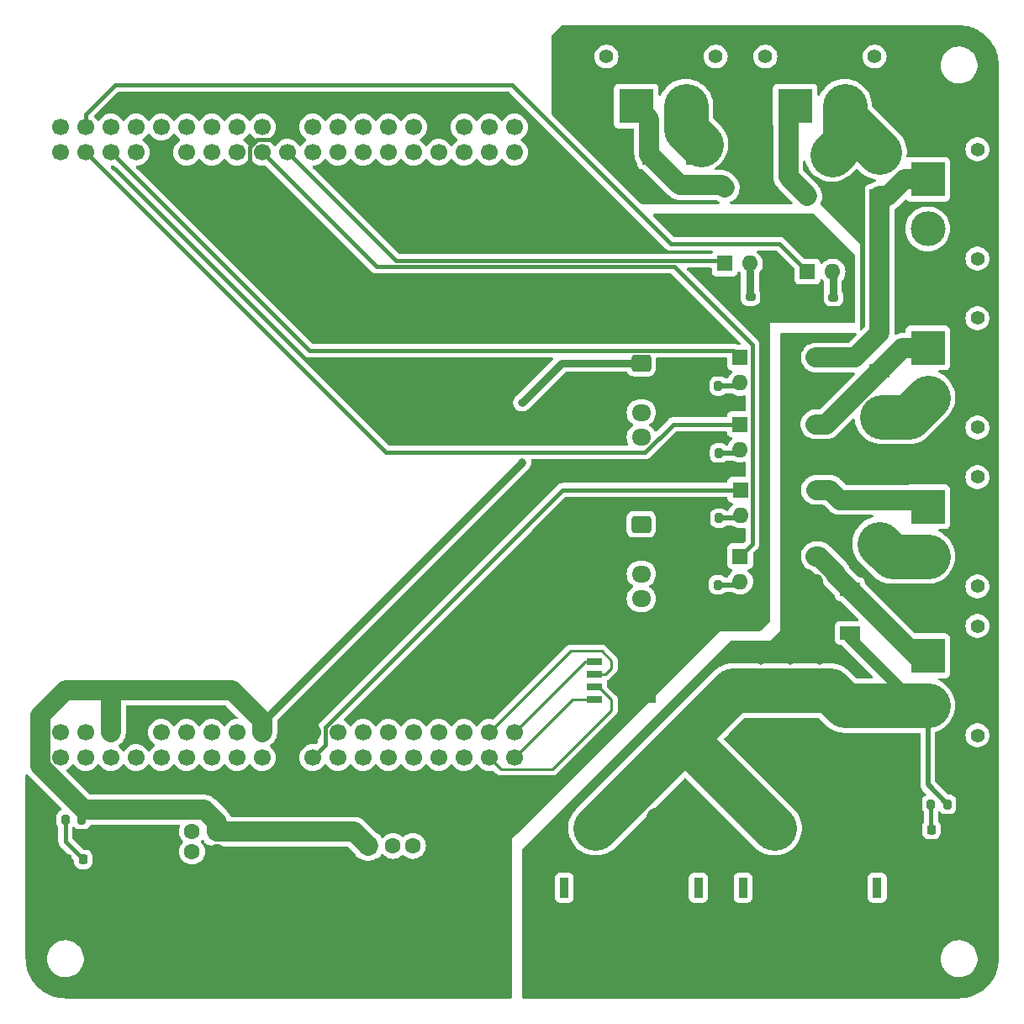
<source format=gbr>
%TF.GenerationSoftware,KiCad,Pcbnew,7.0.2*%
%TF.CreationDate,2024-05-02T17:55:25+09:00*%
%TF.ProjectId,DD_v6,44445f76-362e-46b6-9963-61645f706362,rev?*%
%TF.SameCoordinates,Original*%
%TF.FileFunction,Copper,L1,Top*%
%TF.FilePolarity,Positive*%
%FSLAX46Y46*%
G04 Gerber Fmt 4.6, Leading zero omitted, Abs format (unit mm)*
G04 Created by KiCad (PCBNEW 7.0.2) date 2024-05-02 17:55:25*
%MOMM*%
%LPD*%
G01*
G04 APERTURE LIST*
G04 Aperture macros list*
%AMRoundRect*
0 Rectangle with rounded corners*
0 $1 Rounding radius*
0 $2 $3 $4 $5 $6 $7 $8 $9 X,Y pos of 4 corners*
0 Add a 4 corners polygon primitive as box body*
4,1,4,$2,$3,$4,$5,$6,$7,$8,$9,$2,$3,0*
0 Add four circle primitives for the rounded corners*
1,1,$1+$1,$2,$3*
1,1,$1+$1,$4,$5*
1,1,$1+$1,$6,$7*
1,1,$1+$1,$8,$9*
0 Add four rect primitives between the rounded corners*
20,1,$1+$1,$2,$3,$4,$5,0*
20,1,$1+$1,$4,$5,$6,$7,0*
20,1,$1+$1,$6,$7,$8,$9,0*
20,1,$1+$1,$8,$9,$2,$3,0*%
G04 Aperture macros list end*
%TA.AperFunction,SMDPad,CuDef*%
%ADD10R,1.400000X2.000000*%
%TD*%
%TA.AperFunction,SMDPad,CuDef*%
%ADD11RoundRect,0.200000X-0.275000X0.200000X-0.275000X-0.200000X0.275000X-0.200000X0.275000X0.200000X0*%
%TD*%
%TA.AperFunction,ComponentPad*%
%ADD12C,1.400000*%
%TD*%
%TA.AperFunction,ComponentPad*%
%ADD13R,3.500000X3.500000*%
%TD*%
%TA.AperFunction,ComponentPad*%
%ADD14C,3.500000*%
%TD*%
%TA.AperFunction,SMDPad,CuDef*%
%ADD15RoundRect,0.200000X0.200000X0.275000X-0.200000X0.275000X-0.200000X-0.275000X0.200000X-0.275000X0*%
%TD*%
%TA.AperFunction,SMDPad,CuDef*%
%ADD16R,2.000000X1.400000*%
%TD*%
%TA.AperFunction,SMDPad,CuDef*%
%ADD17R,1.525000X0.650000*%
%TD*%
%TA.AperFunction,ComponentPad*%
%ADD18R,1.600000X1.600000*%
%TD*%
%TA.AperFunction,ComponentPad*%
%ADD19O,1.600000X1.600000*%
%TD*%
%TA.AperFunction,SMDPad,CuDef*%
%ADD20RoundRect,0.250000X-1.000000X1.750000X-1.000000X-1.750000X1.000000X-1.750000X1.000000X1.750000X0*%
%TD*%
%TA.AperFunction,ComponentPad*%
%ADD21C,1.600000*%
%TD*%
%TA.AperFunction,ComponentPad*%
%ADD22C,4.000000*%
%TD*%
%TA.AperFunction,SMDPad,CuDef*%
%ADD23RoundRect,0.218750X-0.218750X-0.256250X0.218750X-0.256250X0.218750X0.256250X-0.218750X0.256250X0*%
%TD*%
%TA.AperFunction,SMDPad,CuDef*%
%ADD24RoundRect,0.200000X-0.200000X-0.275000X0.200000X-0.275000X0.200000X0.275000X-0.200000X0.275000X0*%
%TD*%
%TA.AperFunction,ComponentPad*%
%ADD25R,1.600000X1.500000*%
%TD*%
%TA.AperFunction,ComponentPad*%
%ADD26C,3.000000*%
%TD*%
%TA.AperFunction,ComponentPad*%
%ADD27RoundRect,0.250000X-0.725000X0.600000X-0.725000X-0.600000X0.725000X-0.600000X0.725000X0.600000X0*%
%TD*%
%TA.AperFunction,ComponentPad*%
%ADD28O,1.950000X1.700000*%
%TD*%
%TA.AperFunction,ComponentPad*%
%ADD29R,0.900000X2.000000*%
%TD*%
%TA.AperFunction,ComponentPad*%
%ADD30RoundRect,1.025000X1.025000X1.025000X-1.025000X1.025000X-1.025000X-1.025000X1.025000X-1.025000X0*%
%TD*%
%TA.AperFunction,ComponentPad*%
%ADD31C,4.100000*%
%TD*%
%TA.AperFunction,SMDPad,CuDef*%
%ADD32RoundRect,0.218750X0.218750X0.256250X-0.218750X0.256250X-0.218750X-0.256250X0.218750X-0.256250X0*%
%TD*%
%TA.AperFunction,ComponentPad*%
%ADD33C,1.700000*%
%TD*%
%TA.AperFunction,ViaPad*%
%ADD34C,0.800000*%
%TD*%
%TA.AperFunction,Conductor*%
%ADD35C,1.200000*%
%TD*%
%TA.AperFunction,Conductor*%
%ADD36C,4.500000*%
%TD*%
%TA.AperFunction,Conductor*%
%ADD37C,0.500000*%
%TD*%
%TA.AperFunction,Conductor*%
%ADD38C,0.400000*%
%TD*%
%TA.AperFunction,Conductor*%
%ADD39C,0.250000*%
%TD*%
%TA.AperFunction,Conductor*%
%ADD40C,0.800000*%
%TD*%
%TA.AperFunction,Conductor*%
%ADD41C,2.000000*%
%TD*%
G04 APERTURE END LIST*
D10*
%TO.P,D2,1,K*%
%TO.N,VCC*%
X179200000Y-81000000D03*
%TO.P,D2,2,A*%
%TO.N,Net-(D2-A)*%
X174800000Y-81000000D03*
%TD*%
D11*
%TO.P,R5,1*%
%TO.N,Net-(R5-Pad1)*%
X179359078Y-95413742D03*
%TO.P,R5,2*%
%TO.N,GND*%
X179359078Y-97063742D03*
%TD*%
D12*
%TO.P,J5,*%
%TO.N,*%
X172500000Y-71150000D03*
X183500000Y-71150000D03*
D13*
%TO.P,J5,1,Pin_1*%
%TO.N,Net-(D2-A)*%
X175500000Y-76150000D03*
D14*
%TO.P,J5,2,Pin_2*%
%TO.N,VCC*%
X180500000Y-76150000D03*
%TD*%
D15*
%TO.P,R2,1*%
%TO.N,Net-(R2-Pad1)*%
X167842525Y-117652975D03*
%TO.P,R2,2*%
%TO.N,GND*%
X166192525Y-117652975D03*
%TD*%
D10*
%TO.P,D1,1,K*%
%TO.N,VCC*%
X165200000Y-81000000D03*
%TO.P,D1,2,A*%
%TO.N,Net-(D1-A)*%
X160800000Y-81000000D03*
%TD*%
D15*
%TO.P,R1,1*%
%TO.N,Net-(R1-Pad1)*%
X167711326Y-124344094D03*
%TO.P,R1,2*%
%TO.N,GND*%
X166061326Y-124344094D03*
%TD*%
D16*
%TO.P,D3,1,K*%
%TO.N,VCC*%
X184000000Y-80800000D03*
%TO.P,D3,2,A*%
%TO.N,Net-(D3-A)*%
X184000000Y-85200000D03*
%TD*%
D12*
%TO.P,J1,*%
%TO.N,*%
X193850000Y-128500000D03*
X193850000Y-139500000D03*
D13*
%TO.P,J1,1,Pin_1*%
%TO.N,Net-(D6-A)*%
X188850000Y-131500000D03*
D14*
%TO.P,J1,2,Pin_2*%
%TO.N,VCC*%
X188850000Y-136500000D03*
%TD*%
D17*
%TO.P,S1,1,1*%
%TO.N,GND*%
X160712000Y-135905000D03*
%TO.P,S1,2,2*%
X160712000Y-134635000D03*
%TO.P,S1,3,3*%
X160712000Y-133365000D03*
%TO.P,S1,4,4*%
X160712000Y-132095000D03*
%TO.P,S1,5,5*%
%TO.N,Net-(U10-PC0(PB9))*%
X155288000Y-132095000D03*
%TO.P,S1,6,6*%
%TO.N,Net-(U10-PC1(PB9))*%
X155288000Y-133365000D03*
%TO.P,S1,7,7*%
%TO.N,Net-(U10-PC2)*%
X155288000Y-134635000D03*
%TO.P,S1,8,8*%
%TO.N,Net-(U10-PC3)*%
X155288000Y-135905000D03*
%TD*%
D12*
%TO.P,J2,*%
%TO.N,*%
X193850000Y-113500000D03*
X193850000Y-124500000D03*
D13*
%TO.P,J2,1,Pin_1*%
%TO.N,Net-(D5-A)*%
X188850000Y-116500000D03*
D14*
%TO.P,J2,2,Pin_2*%
%TO.N,VCC*%
X188850000Y-121500000D03*
%TD*%
D18*
%TO.P,U2,1*%
%TO.N,B7*%
X169983834Y-114795863D03*
D19*
%TO.P,U2,2*%
%TO.N,Net-(R2-Pad1)*%
X169983834Y-117335863D03*
%TO.P,U2,3*%
%TO.N,GNDPWR*%
X177603834Y-117335863D03*
%TO.P,U2,4*%
%TO.N,Net-(D5-A)*%
X177603834Y-114795863D03*
%TD*%
D16*
%TO.P,D6,1,K*%
%TO.N,VCC*%
X181000000Y-129200000D03*
%TO.P,D6,2,A*%
%TO.N,Net-(D6-A)*%
X181000000Y-124800000D03*
%TD*%
D20*
%TO.P,C1,1*%
%TO.N,VCC*%
X179000000Y-135000000D03*
%TO.P,C1,2*%
%TO.N,GNDPWR*%
X179000000Y-143000000D03*
%TD*%
D18*
%TO.P,U1,1*%
%TO.N,B6*%
X169958671Y-121468879D03*
D19*
%TO.P,U1,2*%
%TO.N,Net-(R1-Pad1)*%
X169958671Y-124008879D03*
%TO.P,U1,3*%
%TO.N,GNDPWR*%
X177578671Y-124008879D03*
%TO.P,U1,4*%
%TO.N,Net-(D6-A)*%
X177578671Y-121468879D03*
%TD*%
D16*
%TO.P,D5,1,K*%
%TO.N,VCC*%
X184000000Y-120200000D03*
%TO.P,D5,2,A*%
%TO.N,Net-(D5-A)*%
X184000000Y-115800000D03*
%TD*%
D18*
%TO.P,U5,1*%
%TO.N,C6*%
X176725000Y-92800000D03*
D19*
%TO.P,U5,2*%
%TO.N,Net-(R5-Pad1)*%
X179265000Y-92800000D03*
%TO.P,U5,3*%
%TO.N,GNDPWR*%
X179265000Y-85180000D03*
%TO.P,U5,4*%
%TO.N,Net-(D2-A)*%
X176725000Y-85180000D03*
%TD*%
D18*
%TO.P,J10,1,VBUS*%
%TO.N,+5V*%
X117250000Y-149212500D03*
D21*
%TO.P,J10,2,D-*%
%TO.N,C10*%
X114750000Y-149212500D03*
%TO.P,J10,3,D+*%
%TO.N,C11*%
X114750000Y-151212500D03*
%TO.P,J10,4,GND*%
%TO.N,GND*%
X117250000Y-151212500D03*
D22*
%TO.P,J10,5,Shield*%
X122000000Y-154072500D03*
X110000000Y-154072500D03*
%TD*%
D18*
%TO.P,U3,1*%
%TO.N,B8*%
X169936236Y-108178012D03*
D19*
%TO.P,U3,2*%
%TO.N,Net-(R3-Pad1)*%
X169936236Y-110718012D03*
%TO.P,U3,3*%
%TO.N,GNDPWR*%
X177556236Y-110718012D03*
%TO.P,U3,4*%
%TO.N,Net-(D4-A)*%
X177556236Y-108178012D03*
%TD*%
D23*
%TO.P,LED2,1,K*%
%TO.N,GND*%
X102212500Y-152000000D03*
%TO.P,LED2,2,A*%
%TO.N,Net-(LED2-A)*%
X103787500Y-152000000D03*
%TD*%
D16*
%TO.P,D4,1,K*%
%TO.N,VCC*%
X184000000Y-107200000D03*
%TO.P,D4,2,A*%
%TO.N,Net-(D4-A)*%
X184000000Y-102800000D03*
%TD*%
D24*
%TO.P,R9,1*%
%TO.N,Net-(LED1-A)*%
X189175000Y-146460000D03*
%TO.P,R9,2*%
%TO.N,VCC*%
X190825000Y-146460000D03*
%TD*%
%TO.P,R10,1*%
%TO.N,Net-(LED2-A)*%
X102000000Y-148000000D03*
%TO.P,R10,2*%
%TO.N,+5V*%
X103650000Y-148000000D03*
%TD*%
D12*
%TO.P,J4,*%
%TO.N,*%
X193850000Y-80500000D03*
X193850000Y-91500000D03*
D13*
%TO.P,J4,1,Pin_1*%
%TO.N,Net-(D3-A)*%
X188850000Y-83500000D03*
D14*
%TO.P,J4,2,Pin_2*%
%TO.N,VCC*%
X188850000Y-88500000D03*
%TD*%
D25*
%TO.P,J9,1,VBUS*%
%TO.N,+5V*%
X132500000Y-150640000D03*
D21*
%TO.P,J9,2,D-*%
%TO.N,A10*%
X135000000Y-150640000D03*
%TO.P,J9,3,D+*%
%TO.N,A9*%
X137000000Y-150640000D03*
%TO.P,J9,4,GND*%
%TO.N,GND*%
X139500000Y-150640000D03*
D26*
%TO.P,J9,5,Shield*%
X129430000Y-153350000D03*
X142570000Y-153350000D03*
%TD*%
D18*
%TO.P,U4,1*%
%TO.N,B9*%
X169958671Y-101468879D03*
D19*
%TO.P,U4,2*%
%TO.N,Net-(R4-Pad1)*%
X169958671Y-104008879D03*
%TO.P,U4,3*%
%TO.N,GNDPWR*%
X177578671Y-104008879D03*
%TO.P,U4,4*%
%TO.N,Net-(D3-A)*%
X177578671Y-101468879D03*
%TD*%
D27*
%TO.P,J12,1,Pin_1*%
%TO.N,+5V*%
X160000000Y-102000000D03*
D28*
%TO.P,J12,2,Pin_2*%
%TO.N,GND*%
X160000000Y-104500000D03*
%TO.P,J12,3,Pin_3*%
%TO.N,A9*%
X160000000Y-107000000D03*
%TO.P,J12,4,Pin_4*%
%TO.N,A10*%
X160000000Y-109500000D03*
%TD*%
D15*
%TO.P,R3,1*%
%TO.N,Net-(R3-Pad1)*%
X167816285Y-111066815D03*
%TO.P,R3,2*%
%TO.N,GND*%
X166166285Y-111066815D03*
%TD*%
D29*
%TO.P,XT60OUT1,*%
%TO.N,*%
X165750000Y-154850000D03*
X152250000Y-154850000D03*
D30*
%TO.P,XT60OUT1,1,Pin_1*%
%TO.N,GNDPWR*%
X162600000Y-148850000D03*
D31*
%TO.P,XT60OUT1,2,Pin_2*%
%TO.N,VCC*%
X155400000Y-148850000D03*
%TD*%
D18*
%TO.P,U6,1*%
%TO.N,C7*%
X168403099Y-92000000D03*
D19*
%TO.P,U6,2*%
%TO.N,Net-(R6-Pad1)*%
X170943099Y-92000000D03*
%TO.P,U6,3*%
%TO.N,GNDPWR*%
X170943099Y-84380000D03*
%TO.P,U6,4*%
%TO.N,Net-(D1-A)*%
X168403099Y-84380000D03*
%TD*%
D11*
%TO.P,R6,1*%
%TO.N,Net-(R6-Pad1)*%
X171000000Y-95350000D03*
%TO.P,R6,2*%
%TO.N,GND*%
X171000000Y-97000000D03*
%TD*%
D32*
%TO.P,LED1,1,K*%
%TO.N,GNDPWR*%
X190787500Y-149000000D03*
%TO.P,LED1,2,A*%
%TO.N,Net-(LED1-A)*%
X189212500Y-149000000D03*
%TD*%
D27*
%TO.P,J13,1,Pin_1*%
%TO.N,+5V*%
X160000000Y-118250000D03*
D28*
%TO.P,J13,2,Pin_2*%
%TO.N,GND*%
X160000000Y-120750000D03*
%TO.P,J13,3,Pin_3*%
%TO.N,C11*%
X160000000Y-123250000D03*
%TO.P,J13,4,Pin_4*%
%TO.N,C10*%
X160000000Y-125750000D03*
%TD*%
D12*
%TO.P,J3,*%
%TO.N,*%
X193850000Y-97500000D03*
X193850000Y-108500000D03*
D13*
%TO.P,J3,1,Pin_1*%
%TO.N,Net-(D4-A)*%
X188850000Y-100500000D03*
D14*
%TO.P,J3,2,Pin_2*%
%TO.N,VCC*%
X188850000Y-105500000D03*
%TD*%
D33*
%TO.P,U10,1,RESET*%
%TO.N,unconnected-(U10-RESET-Pad1)*%
X116740000Y-139210000D03*
%TO.P,U10,2,BOOT0*%
%TO.N,unconnected-(U10-BOOT0-Pad2)*%
X109120000Y-141750000D03*
%TO.P,U10,3,IOREF*%
%TO.N,unconnected-(U10-IOREF-Pad3)*%
X114200000Y-139210000D03*
%TO.P,U10,4,AVDD*%
%TO.N,unconnected-(U10-AVDD-Pad4)*%
X109120000Y-80790000D03*
%TO.P,U10,5,VDD*%
%TO.N,unconnected-(U10-VDD-Pad5)*%
X106580000Y-141750000D03*
%TO.P,U10,6,VBAT*%
%TO.N,unconnected-(U10-VBAT-Pad6)*%
X142140000Y-141750000D03*
%TO.P,U10,7,VIN*%
%TO.N,unconnected-(U10-VIN-Pad7)*%
X129440000Y-139210000D03*
%TO.P,U10,8,U5V*%
%TO.N,+5V*%
X109120000Y-78250000D03*
%TO.P,U10,9,E5V*%
X106580000Y-139210000D03*
%TO.P,U10,10,+5V*%
X121820000Y-139210000D03*
%TO.P,U10,11,+3V3*%
%TO.N,unconnected-(U10-+3V3-Pad11)*%
X119280000Y-139210000D03*
%TO.P,U10,12,PA0(TIM2_CH1/TIM5_CH1/UART4_TX)*%
%TO.N,A0*%
X134520000Y-139210000D03*
%TO.P,U10,13,PA1(TIM2_CH2/TIM5CH2/UART4_RX)*%
%TO.N,A1*%
X137060000Y-139210000D03*
%TO.P,U10,14,PA2(TIM2_CH3/TIM5_CH3/TIM9_CH1/USART2_TX)*%
%TO.N,A2*%
X144680000Y-80790000D03*
%TO.P,U10,15,PA3(TIM2_CH4/TIM5_CH4/TIM9_CH2/USART2_RX)*%
%TO.N,A3*%
X147220000Y-80790000D03*
%TO.P,U10,16,PA4*%
%TO.N,unconnected-(U10-PA4-Pad16)*%
X139600000Y-139210000D03*
%TO.P,U10,17,PA5(TIM2_CH1)*%
%TO.N,A5*%
X114200000Y-80790000D03*
%TO.P,U10,18,PA6(TIM3_CH1/TIM13_CH1)*%
%TO.N,A6*%
X116740000Y-80790000D03*
%TO.P,U10,19,PA7(TIM3_CH2/TIM14_CH1)*%
%TO.N,A7*%
X119280000Y-80790000D03*
%TO.P,U10,20,PA8(TIM1_CH1/12C3_SCL)*%
%TO.N,A8*%
X129440000Y-80790000D03*
%TO.P,U10,21,PA9(TIM1_CH2/USART1_TX)*%
%TO.N,A9*%
X126900000Y-80790000D03*
%TO.P,U10,22,PA10(TIM1_CH3/USART1_RX)*%
%TO.N,A10*%
X142140000Y-80790000D03*
%TO.P,U10,23,PA11(TIM1_CH4/CAN1_RX)*%
%TO.N,A11*%
X116740000Y-78250000D03*
%TO.P,U10,24,PA12(CAN1_TX)*%
%TO.N,unconnected-(U10-PA12(CAN1_TX)-Pad24)*%
X114200000Y-78250000D03*
%TO.P,U10,25,PA13(JTCK-SWDIO)*%
%TO.N,unconnected-(U10-PA13(JTCK-SWDIO)-Pad25)*%
X116740000Y-141750000D03*
%TO.P,U10,26,PA14(JTCK-SWCLK)*%
%TO.N,unconnected-(U10-PA14(JTCK-SWCLK)-Pad26)*%
X119280000Y-141750000D03*
%TO.P,U10,27,PA15(TIM2_CH1)*%
%TO.N,unconnected-(U10-PA15(TIM2_CH1)-Pad27)*%
X121820000Y-141750000D03*
%TO.P,U10,28,PD2(UART5_RX)*%
%TO.N,unconnected-(U10-PD2(UART5_RX)-Pad28)*%
X104040000Y-139210000D03*
%TO.P,U10,29,PH0*%
%TO.N,unconnected-(U10-PH0-Pad29)*%
X137060000Y-141750000D03*
%TO.P,U10,30,PH1*%
%TO.N,unconnected-(U10-PH1-Pad30)*%
X139600000Y-141750000D03*
%TO.P,U10,31,(TIM3_CH3)PB0*%
%TO.N,B0*%
X142140000Y-139210000D03*
%TO.P,U10,32,(TIM3_CH4)PB1*%
%TO.N,B1*%
X129440000Y-78250000D03*
%TO.P,U10,33,(TIM2_CH4)PB2*%
%TO.N,B2*%
X126900000Y-78250000D03*
%TO.P,U10,34,(TIM3_CH1/12C2_SDA)PB3*%
%TO.N,B3*%
X139600000Y-80790000D03*
%TO.P,U10,35,(TIM3_CH1/12C3_SDA)PB4*%
%TO.N,unconnected-(U10-(TIM3_CH1{slash}12C3_SDA)PB4-Pad35)*%
X134520000Y-80790000D03*
%TO.P,U10,36,(TIM3_CH2/CAN2_RX)PB5*%
%TO.N,unconnected-(U10-(TIM3_CH2{slash}CAN2_RX)PB5-Pad36)*%
X137060000Y-80790000D03*
%TO.P,U10,37,(TIM4_CH1/12C1_SCL/USART1_TX/CAN2_TX)PB6*%
%TO.N,B6*%
X121820000Y-80790000D03*
%TO.P,U10,38,(TIM4_CH2/12C1_SDA/USART1_RX)PB7*%
%TO.N,B7*%
X126900000Y-141750000D03*
%TO.P,U10,39,(TIM2_CH1/TIM4_CH3/TIM10_CH1/12C1_SCL/CAN1_RX)PB8*%
%TO.N,B8*%
X104040000Y-80790000D03*
%TO.P,U10,40,(TIM2_CH2/TIM4_CH4/TIM11_CH1/12C1_SDA/CAN1_TX)PB9*%
%TO.N,B9*%
X106580000Y-80790000D03*
%TO.P,U10,41,(TIM_2CH3/12C2_SCL/USART3_RX)PB10*%
%TO.N,unconnected-(U10-(TIM_2CH3{slash}12C2_SCL{slash}USART3_RX)PB10-Pad41)*%
X131980000Y-80790000D03*
%TO.P,U10,42,(CAN2_RX)PB12*%
%TO.N,unconnected-(U10-(CAN2_RX)PB12-Pad42)*%
X119280000Y-78250000D03*
%TO.P,U10,43,(CAN2_TX)PB13*%
%TO.N,unconnected-(U10-(CAN2_TX)PB13-Pad43)*%
X137060000Y-78250000D03*
%TO.P,U10,44,(TIM12_CH1)PB14*%
%TO.N,B14*%
X134520000Y-78250000D03*
%TO.P,U10,45,(TIM12_CH2)PB15*%
%TO.N,B15*%
X131980000Y-78250000D03*
%TO.P,U10,46,PC0(PB9)*%
%TO.N,Net-(U10-PC0(PB9))*%
X147220000Y-139210000D03*
%TO.P,U10,47,PC1(PB9)*%
%TO.N,Net-(U10-PC1(PB9))*%
X144680000Y-139210000D03*
%TO.P,U10,48,PC2*%
%TO.N,Net-(U10-PC2)*%
X144680000Y-141750000D03*
%TO.P,U10,49,PC3*%
%TO.N,Net-(U10-PC3)*%
X147220000Y-141750000D03*
%TO.P,U10,50,PC4*%
%TO.N,unconnected-(U10-PC4-Pad50)*%
X142140000Y-78250000D03*
%TO.P,U10,51,(USART3_RX)PC5*%
%TO.N,unconnected-(U10-(USART3_RX)PC5-Pad51)*%
X106580000Y-78250000D03*
%TO.P,U10,52,(TIM3_CH1/TIM8_CH1/USART6_TX)PC6*%
%TO.N,C6*%
X104040000Y-78250000D03*
%TO.P,U10,53,(TIM3_CH2/TIM8_CH2/USART6_RX)PC7*%
%TO.N,C7*%
X124360000Y-80790000D03*
%TO.P,U10,54,(TIM3_CH3/TIM8_CH3)PC8*%
%TO.N,C8*%
X101500000Y-78250000D03*
%TO.P,U10,55,(TIM3_CH4/TIM8_CH4/12C3_SDA)PC9*%
%TO.N,C9*%
X101500000Y-80790000D03*
%TO.P,U10,56,(USART3_TX/UART4_TX)PC10*%
%TO.N,C10*%
X101500000Y-141750000D03*
%TO.P,U10,57,(USART3_RX/UART4_RX)PC11*%
%TO.N,C11*%
X101500000Y-139210000D03*
%TO.P,U10,58,(12C2_SDA/UART5_TX)PC12*%
%TO.N,unconnected-(U10-(12C2_SDA{slash}UART5_TX)PC12-Pad58)*%
X104040000Y-141750000D03*
%TO.P,U10,59,PC13*%
%TO.N,unconnected-(U10-PC13-Pad59)*%
X129440000Y-141750000D03*
%TO.P,U10,60,PC14*%
%TO.N,unconnected-(U10-PC14-Pad60)*%
X131980000Y-141750000D03*
%TO.P,U10,61,PC15*%
%TO.N,unconnected-(U10-PC15-Pad61)*%
X134520000Y-141750000D03*
%TO.P,U10,62,GND*%
%TO.N,GND*%
X124360000Y-141750000D03*
X109120000Y-139210000D03*
X124360000Y-139210000D03*
X126900000Y-139210000D03*
X111660000Y-80790000D03*
X124360000Y-78250000D03*
X139600000Y-78250000D03*
%TO.P,U10,63*%
%TO.N,N/C*%
X114200000Y-141750000D03*
%TO.P,U10,64*%
X111660000Y-139210000D03*
%TO.P,U10,65*%
X111660000Y-141750000D03*
%TO.P,U10,66*%
X131980000Y-139210000D03*
%TO.P,U10,67*%
X111660000Y-78250000D03*
%TO.P,U10,68*%
X121820000Y-78250000D03*
%TO.P,U10,69*%
X144680000Y-78250000D03*
%TO.P,U10,70*%
X147220000Y-78250000D03*
%TD*%
D12*
%TO.P,J6,*%
%TO.N,*%
X156500000Y-71150000D03*
X167500000Y-71150000D03*
D13*
%TO.P,J6,1,Pin_1*%
%TO.N,Net-(D1-A)*%
X159500000Y-76150000D03*
D14*
%TO.P,J6,2,Pin_2*%
%TO.N,VCC*%
X164500000Y-76150000D03*
%TD*%
D29*
%TO.P,XT60IN1,*%
%TO.N,*%
X183750000Y-154850000D03*
X170250000Y-154850000D03*
D30*
%TO.P,XT60IN1,1,Pin_1*%
%TO.N,GNDPWR*%
X180600000Y-148850000D03*
D31*
%TO.P,XT60IN1,2,Pin_2*%
%TO.N,VCC*%
X173400000Y-148850000D03*
%TD*%
D15*
%TO.P,R4,1*%
%TO.N,Net-(R4-Pad1)*%
X167763806Y-104323217D03*
%TO.P,R4,2*%
%TO.N,GND*%
X166113806Y-104323217D03*
%TD*%
D34*
%TO.N,GNDPWR*%
X186000000Y-142000000D03*
X178000000Y-129000000D03*
X183000000Y-142000000D03*
X180000000Y-119000000D03*
X175000000Y-139000000D03*
X175000000Y-142000000D03*
X183000000Y-145000000D03*
X175000000Y-132000000D03*
X172000000Y-132000000D03*
X186000000Y-145000000D03*
X181000000Y-113000000D03*
X172000000Y-139000000D03*
X186000000Y-148000000D03*
X175000000Y-129000000D03*
X172000000Y-142000000D03*
X178000000Y-126000000D03*
X175000000Y-145000000D03*
X178000000Y-132000000D03*
%TO.N,GND*%
X150000000Y-125000000D03*
X145000000Y-87000000D03*
X141000000Y-128000000D03*
X124000000Y-92000000D03*
X153000000Y-125000000D03*
X136000000Y-98000000D03*
X138000000Y-131000000D03*
X118000000Y-86000000D03*
X128000000Y-135000000D03*
X139000000Y-87000000D03*
X127000000Y-95000000D03*
X121000000Y-89000000D03*
X136000000Y-95000000D03*
X168000000Y-127000000D03*
X118000000Y-83000000D03*
X153000000Y-119000000D03*
X141000000Y-131000000D03*
X124000000Y-95000000D03*
X153000000Y-122000000D03*
X124000000Y-89000000D03*
X136000000Y-84000000D03*
X135000000Y-134000000D03*
X115000000Y-137000000D03*
X135000000Y-137000000D03*
X141000000Y-134000000D03*
X142000000Y-87000000D03*
X165000000Y-127000000D03*
X127000000Y-137000000D03*
X132000000Y-137000000D03*
X133000000Y-98000000D03*
X171000000Y-127000000D03*
X153000000Y-128000000D03*
X138000000Y-137000000D03*
X150000000Y-128000000D03*
X121000000Y-86000000D03*
X142000000Y-84000000D03*
X147000000Y-122000000D03*
X139000000Y-84000000D03*
X144000000Y-125000000D03*
X133000000Y-95000000D03*
X147000000Y-125000000D03*
X138000000Y-134000000D03*
X130000000Y-95000000D03*
X141000000Y-137000000D03*
X150000000Y-119000000D03*
X142000000Y-90000000D03*
X125000000Y-137000000D03*
X145000000Y-90000000D03*
X145000000Y-84000000D03*
X130000000Y-98000000D03*
X110000000Y-137000000D03*
X127000000Y-92000000D03*
X150000000Y-122000000D03*
%TO.N,+5V*%
X148000000Y-112000000D03*
X148000000Y-106000000D03*
%TD*%
D35*
%TO.N,VCC*%
X187820963Y-136500000D02*
X188850000Y-136500000D01*
D36*
X179000000Y-135000000D02*
X180500000Y-136500000D01*
X180500000Y-136500000D02*
X186000000Y-136500000D01*
X164500000Y-78500000D02*
X164500000Y-76150000D01*
X180500000Y-76150000D02*
X180500000Y-77300000D01*
X185300000Y-121500000D02*
X184000000Y-120200000D01*
X179000000Y-135000000D02*
X169250000Y-135000000D01*
X164500000Y-78500000D02*
X166000000Y-80000000D01*
X188850000Y-105500000D02*
X186910482Y-107439518D01*
X165125000Y-139125000D02*
X167250000Y-137000000D01*
D37*
X190825000Y-146460000D02*
X188850000Y-144485000D01*
D36*
X180500000Y-79700000D02*
X179200000Y-81000000D01*
D37*
X188850000Y-144485000D02*
X188850000Y-136500000D01*
D36*
X186000000Y-136500000D02*
X188850000Y-136500000D01*
D35*
X181000000Y-129200000D02*
X181000000Y-129679037D01*
D36*
X180500000Y-76150000D02*
X180500000Y-79700000D01*
X165125000Y-140575000D02*
X165125000Y-139125000D01*
X186910482Y-107439518D02*
X184239518Y-107439518D01*
D35*
X181000000Y-129679037D02*
X187820963Y-136500000D01*
D36*
X180500000Y-77300000D02*
X184000000Y-80800000D01*
X155400000Y-148850000D02*
X167250000Y-137000000D01*
X188850000Y-121500000D02*
X185300000Y-121500000D01*
X169250000Y-135000000D02*
X167250000Y-137000000D01*
X173400000Y-148850000D02*
X165125000Y-140575000D01*
D38*
%TO.N,GND*%
X120570000Y-80272233D02*
X120570000Y-84570000D01*
X123070000Y-79540000D02*
X121302233Y-79540000D01*
X121000000Y-85000000D02*
X120570000Y-84570000D01*
X124360000Y-78250000D02*
X123070000Y-79540000D01*
X121302233Y-79540000D02*
X120570000Y-80272233D01*
D39*
%TO.N,Net-(U10-PC0(PB9))*%
X155288000Y-132095000D02*
X154335000Y-132095000D01*
X154335000Y-132095000D02*
X147220000Y-139210000D01*
D40*
%TO.N,+5V*%
X152000000Y-102000000D02*
X160000000Y-102000000D01*
D41*
X106580000Y-135420000D02*
X106580000Y-139210000D01*
D40*
X148000000Y-112000000D02*
X122406041Y-137593959D01*
D41*
X108160000Y-135000000D02*
X102000000Y-135000000D01*
X103850862Y-147000000D02*
X116000000Y-147000000D01*
X117250000Y-149212500D02*
X131072500Y-149212500D01*
X121820000Y-139210000D02*
X121820000Y-138007919D01*
X131072500Y-149212500D02*
X132500000Y-150640000D01*
D40*
X148000000Y-106000000D02*
X152000000Y-102000000D01*
D41*
X121820000Y-138007919D02*
X118812081Y-135000000D01*
X99450000Y-137550000D02*
X99450000Y-142599138D01*
X108160000Y-135000000D02*
X107000000Y-135000000D01*
X116000000Y-147000000D02*
X117250000Y-148250000D01*
X99450000Y-142599138D02*
X103850862Y-147000000D01*
X102000000Y-135000000D02*
X99450000Y-137550000D01*
X107000000Y-135000000D02*
X106580000Y-135420000D01*
X117250000Y-148250000D02*
X117250000Y-149212500D01*
X118812081Y-135000000D02*
X108160000Y-135000000D01*
D40*
X122406041Y-137593959D02*
X121406041Y-137593960D01*
X121406041Y-137593960D02*
X121820000Y-138007919D01*
D39*
%TO.N,Net-(U10-PC1(PB9))*%
X157000000Y-132730000D02*
X157000000Y-132000000D01*
X155288000Y-133365000D02*
X156365000Y-133365000D01*
X157000000Y-132000000D02*
X156000000Y-131000000D01*
X156365000Y-133365000D02*
X157000000Y-132730000D01*
X152890000Y-131000000D02*
X144680000Y-139210000D01*
X156000000Y-131000000D02*
X152890000Y-131000000D01*
D38*
%TO.N,Net-(LED1-A)*%
X189175000Y-148962500D02*
X189212500Y-149000000D01*
X189175000Y-146460000D02*
X189175000Y-148962500D01*
%TO.N,Net-(LED2-A)*%
X102000000Y-148000000D02*
X102000000Y-150212500D01*
X102000000Y-150212500D02*
X103787500Y-152000000D01*
%TO.N,C6*%
X176725000Y-92800000D02*
X173925000Y-90000000D01*
X107000000Y-74000000D02*
X104040000Y-76960000D01*
X104040000Y-76960000D02*
X104040000Y-78250000D01*
X163000000Y-90000000D02*
X147000000Y-74000000D01*
X173925000Y-90000000D02*
X163000000Y-90000000D01*
X147000000Y-74000000D02*
X107000000Y-74000000D01*
%TO.N,C7*%
X168403099Y-92000000D02*
X168116987Y-91713888D01*
X168116987Y-91713888D02*
X135283888Y-91713888D01*
X135283888Y-91713888D02*
X124360000Y-80790000D01*
%TO.N,B6*%
X133343888Y-92313888D02*
X121820000Y-80790000D01*
X171183834Y-100183834D02*
X163313888Y-92313888D01*
X171183834Y-120243716D02*
X171183834Y-100183834D01*
X169958671Y-121468879D02*
X171183834Y-120243716D01*
X163313888Y-92313888D02*
X133343888Y-92313888D01*
%TO.N,B7*%
X128150000Y-138732233D02*
X128150000Y-140500000D01*
X169983834Y-114795863D02*
X152086370Y-114795863D01*
X152086370Y-114795863D02*
X128150000Y-138732233D01*
X128150000Y-140500000D02*
X126900000Y-141750000D01*
%TO.N,B8*%
X169936236Y-108178012D02*
X163214755Y-108178012D01*
X160392767Y-111000000D02*
X134250000Y-111000000D01*
X134250000Y-111000000D02*
X104040000Y-80790000D01*
X163214755Y-108178012D02*
X160392767Y-111000000D01*
%TO.N,B9*%
X169958671Y-101468879D02*
X169239792Y-100750000D01*
X169239792Y-100750000D02*
X126540000Y-100750000D01*
X126540000Y-100750000D02*
X106580000Y-80790000D01*
D40*
%TO.N,Net-(R5-Pad1)*%
X179265000Y-92800000D02*
X179303835Y-92838835D01*
X179303835Y-92838835D02*
X179303835Y-95333499D01*
%TO.N,Net-(R6-Pad1)*%
X170942632Y-92813907D02*
X170942632Y-95292632D01*
D41*
%TO.N,Net-(D1-A)*%
X168116987Y-84093888D02*
X163893888Y-84093888D01*
X168403099Y-84380000D02*
X168116987Y-84093888D01*
X160800000Y-81000000D02*
X160800000Y-77450000D01*
X163893888Y-84093888D02*
X160800000Y-81000000D01*
X160800000Y-77450000D02*
X159500000Y-76150000D01*
%TO.N,Net-(D2-A)*%
X174800000Y-76850000D02*
X174800000Y-83255000D01*
X174800000Y-83255000D02*
X176725000Y-85180000D01*
X175500000Y-76150000D02*
X174800000Y-76850000D01*
%TO.N,Net-(D3-A)*%
X181531121Y-101468879D02*
X177578671Y-101468879D01*
X188850000Y-83500000D02*
X186500000Y-83500000D01*
X184000000Y-99000000D02*
X181531121Y-101468879D01*
X186500000Y-83500000D02*
X184800000Y-85200000D01*
X184800000Y-85200000D02*
X184000000Y-85200000D01*
X184000000Y-85200000D02*
X184000000Y-99000000D01*
%TO.N,Net-(D4-A)*%
X186300000Y-100500000D02*
X178621988Y-108178012D01*
X188850000Y-100500000D02*
X186300000Y-100500000D01*
X178621988Y-108178012D02*
X177556236Y-108178012D01*
%TO.N,Net-(D5-A)*%
X178995863Y-114795863D02*
X180000000Y-115800000D01*
X188150000Y-115800000D02*
X188850000Y-116500000D01*
X180000000Y-115800000D02*
X188150000Y-115800000D01*
X177603834Y-114795863D02*
X178995863Y-114795863D01*
%TO.N,Net-(D6-A)*%
X179578671Y-123378671D02*
X187700000Y-131500000D01*
X177578671Y-121468879D02*
X177867099Y-121468879D01*
X187700000Y-131500000D02*
X188850000Y-131500000D01*
X179578671Y-123180451D02*
X179578671Y-123378671D01*
X177867099Y-121468879D02*
X179578671Y-123180451D01*
D37*
%TO.N,Net-(R1-Pad1)*%
X169623456Y-124344094D02*
X169958671Y-124008879D01*
X167711326Y-124344094D02*
X169623456Y-124344094D01*
%TO.N,Net-(R2-Pad1)*%
X167842525Y-117652975D02*
X169666722Y-117652975D01*
X169666722Y-117652975D02*
X169983834Y-117335863D01*
%TO.N,Net-(R3-Pad1)*%
X169587433Y-111066815D02*
X169936236Y-110718012D01*
X167816285Y-111066815D02*
X169587433Y-111066815D01*
%TO.N,Net-(R4-Pad1)*%
X167763806Y-104323217D02*
X169644333Y-104323217D01*
X169644333Y-104323217D02*
X169958671Y-104008879D01*
D39*
%TO.N,Net-(U10-PC3)*%
X155288000Y-135905000D02*
X153065000Y-135905000D01*
X153065000Y-135905000D02*
X147220000Y-141750000D01*
%TO.N,Net-(U10-PC2)*%
X157000000Y-136965250D02*
X151040250Y-142925000D01*
X155725500Y-134635000D02*
X157000000Y-135909500D01*
X155288000Y-134635000D02*
X155725500Y-134635000D01*
X157000000Y-135909500D02*
X157000000Y-136965250D01*
X145855000Y-142925000D02*
X144680000Y-141750000D01*
X151040250Y-142925000D02*
X145855000Y-142925000D01*
%TD*%
%TA.AperFunction,Conductor*%
%TO.N,GNDPWR*%
G36*
X192002855Y-68000632D02*
G01*
X192172951Y-68008495D01*
X192369795Y-68018166D01*
X192380787Y-68019201D01*
X192563357Y-68044668D01*
X192747242Y-68071946D01*
X192757422Y-68073894D01*
X192939341Y-68116681D01*
X193117878Y-68161402D01*
X193127095Y-68164097D01*
X193304478Y-68223550D01*
X193306618Y-68224292D01*
X193478220Y-68285692D01*
X193486519Y-68289004D01*
X193657980Y-68364712D01*
X193660909Y-68366051D01*
X193747263Y-68406892D01*
X193825119Y-68443715D01*
X193832411Y-68447465D01*
X193929135Y-68501341D01*
X193996435Y-68538827D01*
X193999810Y-68540777D01*
X194155371Y-68634017D01*
X194161670Y-68638058D01*
X194316699Y-68744256D01*
X194320459Y-68746935D01*
X194466009Y-68854882D01*
X194471305Y-68859040D01*
X194616009Y-68979200D01*
X194619947Y-68982617D01*
X194754206Y-69104303D01*
X194758590Y-69108478D01*
X194891520Y-69241408D01*
X194895698Y-69245795D01*
X195017375Y-69380045D01*
X195020805Y-69383998D01*
X195140951Y-69528684D01*
X195145124Y-69534000D01*
X195253041Y-69679509D01*
X195255742Y-69683299D01*
X195361940Y-69838328D01*
X195365999Y-69844656D01*
X195459200Y-70000153D01*
X195461171Y-70003563D01*
X195552525Y-70167573D01*
X195556291Y-70174896D01*
X195633947Y-70339089D01*
X195635286Y-70342018D01*
X195710994Y-70513479D01*
X195714311Y-70521791D01*
X195775666Y-70693265D01*
X195776487Y-70695634D01*
X195835894Y-70872881D01*
X195838606Y-70882157D01*
X195883317Y-71060653D01*
X195926102Y-71242567D01*
X195928052Y-71252753D01*
X195955337Y-71436689D01*
X195980794Y-71619186D01*
X195981834Y-71630230D01*
X195991512Y-71827238D01*
X195999368Y-71997144D01*
X195999500Y-72002871D01*
X195999500Y-161997127D01*
X195999368Y-162002854D01*
X195991512Y-162172761D01*
X195981834Y-162369767D01*
X195980794Y-162380813D01*
X195955337Y-162563309D01*
X195928052Y-162747242D01*
X195926101Y-162757433D01*
X195883317Y-162939344D01*
X195838605Y-163117845D01*
X195835895Y-163127113D01*
X195776487Y-163304364D01*
X195775666Y-163306733D01*
X195714311Y-163478207D01*
X195710994Y-163486519D01*
X195635286Y-163657980D01*
X195633947Y-163660909D01*
X195556291Y-163825102D01*
X195552525Y-163832425D01*
X195461171Y-163996435D01*
X195459200Y-163999845D01*
X195365999Y-164155342D01*
X195361940Y-164161670D01*
X195255742Y-164316699D01*
X195253041Y-164320489D01*
X195145135Y-164465984D01*
X195140935Y-164471334D01*
X195020851Y-164615947D01*
X195017331Y-164620004D01*
X194895717Y-164754183D01*
X194891520Y-164758590D01*
X194758590Y-164891520D01*
X194754183Y-164895717D01*
X194620004Y-165017331D01*
X194615947Y-165020851D01*
X194471334Y-165140935D01*
X194465984Y-165145135D01*
X194320489Y-165253041D01*
X194316699Y-165255742D01*
X194161670Y-165361940D01*
X194155342Y-165365999D01*
X193999845Y-165459200D01*
X193996435Y-165461171D01*
X193832425Y-165552525D01*
X193825102Y-165556291D01*
X193660909Y-165633947D01*
X193657980Y-165635286D01*
X193486519Y-165710994D01*
X193478207Y-165714311D01*
X193306733Y-165775666D01*
X193304364Y-165776487D01*
X193127117Y-165835894D01*
X193117841Y-165838606D01*
X192939346Y-165883317D01*
X192757431Y-165926102D01*
X192747245Y-165928052D01*
X192563310Y-165955337D01*
X192380812Y-165980794D01*
X192369768Y-165981834D01*
X192172761Y-165991512D01*
X192002855Y-165999368D01*
X191997128Y-165999500D01*
X148124000Y-165999500D01*
X148056961Y-165979815D01*
X148011206Y-165927011D01*
X148000000Y-165875500D01*
X148000000Y-162067764D01*
X190145787Y-162067764D01*
X190175413Y-162337016D01*
X190209998Y-162469304D01*
X190243928Y-162599088D01*
X190349870Y-162848390D01*
X190349871Y-162848392D01*
X190490982Y-163079611D01*
X190580253Y-163186881D01*
X190664255Y-163287820D01*
X190865998Y-163468582D01*
X191091910Y-163618044D01*
X191177101Y-163657980D01*
X191337177Y-163733021D01*
X191596562Y-163811058D01*
X191596569Y-163811060D01*
X191864561Y-163850500D01*
X191864564Y-163850500D01*
X192065369Y-163850500D01*
X192067631Y-163850500D01*
X192270156Y-163835677D01*
X192534553Y-163776780D01*
X192787558Y-163680014D01*
X193023777Y-163547441D01*
X193238177Y-163381888D01*
X193426186Y-163186881D01*
X193583799Y-162966579D01*
X193707656Y-162725675D01*
X193795118Y-162469305D01*
X193844319Y-162202933D01*
X193854212Y-161932235D01*
X193824586Y-161662982D01*
X193756072Y-161400912D01*
X193650130Y-161151610D01*
X193509018Y-160920390D01*
X193509017Y-160920388D01*
X193335746Y-160712181D01*
X193230759Y-160618112D01*
X193134002Y-160531418D01*
X192908090Y-160381956D01*
X192908086Y-160381954D01*
X192662822Y-160266978D01*
X192403437Y-160188941D01*
X192403431Y-160188940D01*
X192135439Y-160149500D01*
X191932369Y-160149500D01*
X191930120Y-160149664D01*
X191930109Y-160149665D01*
X191729843Y-160164322D01*
X191465449Y-160223219D01*
X191212441Y-160319986D01*
X190976223Y-160452559D01*
X190761825Y-160618109D01*
X190573813Y-160813120D01*
X190416201Y-161033420D01*
X190292342Y-161274329D01*
X190204881Y-161530695D01*
X190155680Y-161797066D01*
X190145787Y-162067764D01*
X148000000Y-162067764D01*
X148000000Y-155894578D01*
X151299500Y-155894578D01*
X151299501Y-155897872D01*
X151305909Y-155957483D01*
X151356204Y-156092331D01*
X151442454Y-156207546D01*
X151557669Y-156293796D01*
X151692517Y-156344091D01*
X151752127Y-156350500D01*
X152747872Y-156350499D01*
X152807483Y-156344091D01*
X152942331Y-156293796D01*
X153057546Y-156207546D01*
X153143796Y-156092331D01*
X153194091Y-155957483D01*
X153200500Y-155897873D01*
X153200500Y-155894578D01*
X164799500Y-155894578D01*
X164799501Y-155897872D01*
X164805909Y-155957483D01*
X164856204Y-156092331D01*
X164942454Y-156207546D01*
X165057669Y-156293796D01*
X165192517Y-156344091D01*
X165252127Y-156350500D01*
X166247872Y-156350499D01*
X166307483Y-156344091D01*
X166442331Y-156293796D01*
X166557546Y-156207546D01*
X166643796Y-156092331D01*
X166694091Y-155957483D01*
X166700500Y-155897873D01*
X166700500Y-155894578D01*
X169299500Y-155894578D01*
X169299501Y-155897872D01*
X169305909Y-155957483D01*
X169356204Y-156092331D01*
X169442454Y-156207546D01*
X169557669Y-156293796D01*
X169692517Y-156344091D01*
X169752127Y-156350500D01*
X170747872Y-156350499D01*
X170807483Y-156344091D01*
X170942331Y-156293796D01*
X171057546Y-156207546D01*
X171143796Y-156092331D01*
X171194091Y-155957483D01*
X171200500Y-155897873D01*
X171200500Y-155894578D01*
X182799500Y-155894578D01*
X182799501Y-155897872D01*
X182805909Y-155957483D01*
X182856204Y-156092331D01*
X182942454Y-156207546D01*
X183057669Y-156293796D01*
X183192517Y-156344091D01*
X183252127Y-156350500D01*
X184247872Y-156350499D01*
X184307483Y-156344091D01*
X184442331Y-156293796D01*
X184557546Y-156207546D01*
X184643796Y-156092331D01*
X184694091Y-155957483D01*
X184700500Y-155897873D01*
X184700499Y-153802128D01*
X184694091Y-153742517D01*
X184643796Y-153607669D01*
X184557546Y-153492454D01*
X184442331Y-153406204D01*
X184307483Y-153355909D01*
X184247873Y-153349500D01*
X184244550Y-153349500D01*
X183255439Y-153349500D01*
X183255420Y-153349500D01*
X183252128Y-153349501D01*
X183248848Y-153349853D01*
X183248840Y-153349854D01*
X183192515Y-153355909D01*
X183057669Y-153406204D01*
X182942454Y-153492454D01*
X182856204Y-153607668D01*
X182805910Y-153742515D01*
X182805909Y-153742517D01*
X182799500Y-153802127D01*
X182799500Y-153805448D01*
X182799500Y-153805449D01*
X182799500Y-155894560D01*
X182799500Y-155894578D01*
X171200500Y-155894578D01*
X171200499Y-153802128D01*
X171194091Y-153742517D01*
X171143796Y-153607669D01*
X171057546Y-153492454D01*
X170942331Y-153406204D01*
X170807483Y-153355909D01*
X170747873Y-153349500D01*
X170744550Y-153349500D01*
X169755439Y-153349500D01*
X169755420Y-153349500D01*
X169752128Y-153349501D01*
X169748848Y-153349853D01*
X169748840Y-153349854D01*
X169692515Y-153355909D01*
X169557669Y-153406204D01*
X169442454Y-153492454D01*
X169356204Y-153607668D01*
X169305910Y-153742515D01*
X169305909Y-153742517D01*
X169299500Y-153802127D01*
X169299500Y-153805448D01*
X169299500Y-153805449D01*
X169299500Y-155894560D01*
X169299500Y-155894578D01*
X166700500Y-155894578D01*
X166700499Y-153802128D01*
X166694091Y-153742517D01*
X166643796Y-153607669D01*
X166557546Y-153492454D01*
X166442331Y-153406204D01*
X166307483Y-153355909D01*
X166247873Y-153349500D01*
X166244550Y-153349500D01*
X165255439Y-153349500D01*
X165255420Y-153349500D01*
X165252128Y-153349501D01*
X165248848Y-153349853D01*
X165248840Y-153349854D01*
X165192515Y-153355909D01*
X165057669Y-153406204D01*
X164942454Y-153492454D01*
X164856204Y-153607668D01*
X164805910Y-153742515D01*
X164805909Y-153742517D01*
X164799500Y-153802127D01*
X164799500Y-153805448D01*
X164799500Y-153805449D01*
X164799500Y-155894560D01*
X164799500Y-155894578D01*
X153200500Y-155894578D01*
X153200499Y-153802128D01*
X153194091Y-153742517D01*
X153143796Y-153607669D01*
X153057546Y-153492454D01*
X152942331Y-153406204D01*
X152807483Y-153355909D01*
X152747873Y-153349500D01*
X152744550Y-153349500D01*
X151755439Y-153349500D01*
X151755420Y-153349500D01*
X151752128Y-153349501D01*
X151748848Y-153349853D01*
X151748840Y-153349854D01*
X151692515Y-153355909D01*
X151557669Y-153406204D01*
X151442454Y-153492454D01*
X151356204Y-153607668D01*
X151305910Y-153742515D01*
X151305909Y-153742517D01*
X151299500Y-153802127D01*
X151299500Y-153805448D01*
X151299500Y-153805449D01*
X151299500Y-155894560D01*
X151299500Y-155894578D01*
X148000000Y-155894578D01*
X148000000Y-151051362D01*
X148019685Y-150984323D01*
X148036319Y-150963681D01*
X149983625Y-149016375D01*
X152649500Y-149016375D01*
X152649950Y-149020083D01*
X152649951Y-149020095D01*
X152684826Y-149307306D01*
X152689609Y-149346697D01*
X152690503Y-149350324D01*
X152690505Y-149350335D01*
X152742746Y-149562285D01*
X152769241Y-149669778D01*
X152770570Y-149673282D01*
X152885185Y-149975500D01*
X152887235Y-149980904D01*
X153041872Y-150275538D01*
X153230895Y-150549385D01*
X153233368Y-150552177D01*
X153233374Y-150552184D01*
X153449070Y-150795655D01*
X153451548Y-150798452D01*
X153454344Y-150800929D01*
X153697815Y-151016625D01*
X153697820Y-151016629D01*
X153700615Y-151019105D01*
X153974462Y-151208128D01*
X154269096Y-151362765D01*
X154580222Y-151480759D01*
X154903303Y-151560391D01*
X155233625Y-151600500D01*
X155237374Y-151600500D01*
X155562626Y-151600500D01*
X155566375Y-151600500D01*
X155896697Y-151560391D01*
X156219778Y-151480759D01*
X156530904Y-151362765D01*
X156825538Y-151208128D01*
X157099385Y-151019105D01*
X157286132Y-150853662D01*
X164312318Y-143827474D01*
X164373641Y-143793990D01*
X164443333Y-143798974D01*
X164487680Y-143827475D01*
X171513867Y-150853662D01*
X171700614Y-151019105D01*
X171974462Y-151208128D01*
X172269096Y-151362765D01*
X172580222Y-151480759D01*
X172903303Y-151560391D01*
X173233625Y-151600500D01*
X173237374Y-151600500D01*
X173562626Y-151600500D01*
X173566375Y-151600500D01*
X173896697Y-151560391D01*
X174219778Y-151480759D01*
X174530904Y-151362765D01*
X174825538Y-151208128D01*
X175099385Y-151019105D01*
X175348452Y-150798452D01*
X175569105Y-150549385D01*
X175758128Y-150275538D01*
X175912765Y-149980904D01*
X176030759Y-149669778D01*
X176110391Y-149346697D01*
X176150500Y-149016375D01*
X176150500Y-148683625D01*
X176110391Y-148353303D01*
X176030759Y-148030222D01*
X175912765Y-147719096D01*
X175758128Y-147424462D01*
X175582614Y-147170185D01*
X175571238Y-147153704D01*
X175571236Y-147153702D01*
X175569105Y-147150614D01*
X175403662Y-146963867D01*
X168377474Y-139937680D01*
X168343990Y-139876357D01*
X168348974Y-139806665D01*
X168377475Y-139762318D01*
X168792261Y-139347533D01*
X169253662Y-138886132D01*
X169312221Y-138827573D01*
X169312233Y-138827559D01*
X170352974Y-137786819D01*
X170414298Y-137753334D01*
X170440656Y-137750500D01*
X177809343Y-137750500D01*
X177876382Y-137770185D01*
X177897024Y-137786819D01*
X178613867Y-138503662D01*
X178613875Y-138503669D01*
X178672748Y-138562542D01*
X178675696Y-138564851D01*
X178675701Y-138564856D01*
X178735346Y-138611585D01*
X178741090Y-138616372D01*
X178800614Y-138669105D01*
X178803702Y-138671236D01*
X178803704Y-138671238D01*
X178866051Y-138714273D01*
X178872084Y-138718712D01*
X178934682Y-138767754D01*
X179002736Y-138808893D01*
X179008998Y-138812941D01*
X179074462Y-138858128D01*
X179127819Y-138886132D01*
X179144860Y-138895076D01*
X179151384Y-138898755D01*
X179219443Y-138939898D01*
X179291958Y-138972534D01*
X179298688Y-138975811D01*
X179369096Y-139012765D01*
X179442719Y-139040686D01*
X179443444Y-139040961D01*
X179450366Y-139043828D01*
X179522877Y-139076463D01*
X179598807Y-139100123D01*
X179605855Y-139102555D01*
X179680222Y-139130759D01*
X179757439Y-139149790D01*
X179764637Y-139151797D01*
X179805679Y-139164586D01*
X179836977Y-139174340D01*
X179836980Y-139174340D01*
X179840559Y-139175456D01*
X179844244Y-139176131D01*
X179844247Y-139176132D01*
X179860948Y-139179192D01*
X179918785Y-139189791D01*
X179926064Y-139191353D01*
X180003302Y-139210391D01*
X180082235Y-139219974D01*
X180089627Y-139221098D01*
X180167858Y-139235436D01*
X180247256Y-139240238D01*
X180254666Y-139240911D01*
X180333625Y-139250499D01*
X180416860Y-139250499D01*
X180416882Y-139250499D01*
X180416894Y-139250500D01*
X185916894Y-139250500D01*
X187975500Y-139250500D01*
X188042539Y-139270185D01*
X188088294Y-139322989D01*
X188099500Y-139374500D01*
X188099500Y-144421294D01*
X188098191Y-144439264D01*
X188094711Y-144463023D01*
X188099028Y-144512368D01*
X188099500Y-144523175D01*
X188099500Y-144528709D01*
X188099916Y-144532272D01*
X188099917Y-144532282D01*
X188103098Y-144559496D01*
X188103464Y-144563082D01*
X188110109Y-144639041D01*
X188114329Y-144658071D01*
X188114758Y-144659251D01*
X188114759Y-144659255D01*
X188140413Y-144729742D01*
X188141582Y-144733107D01*
X188165580Y-144805524D01*
X188174075Y-144823072D01*
X188215979Y-144886784D01*
X188217889Y-144889782D01*
X188257288Y-144953656D01*
X188257952Y-144954732D01*
X188270253Y-144969830D01*
X188271168Y-144970693D01*
X188271170Y-144970696D01*
X188325708Y-145022150D01*
X188328295Y-145024663D01*
X188673045Y-145369413D01*
X188706530Y-145430736D01*
X188701546Y-145500428D01*
X188659674Y-145556361D01*
X188649515Y-145563210D01*
X188539814Y-145629527D01*
X188419528Y-145749813D01*
X188331523Y-145895392D01*
X188280913Y-146057806D01*
X188274755Y-146125575D01*
X188274500Y-146128384D01*
X188274500Y-146791616D01*
X188274754Y-146794420D01*
X188274755Y-146794424D01*
X188280913Y-146862193D01*
X188280914Y-146862196D01*
X188331522Y-147024606D01*
X188331523Y-147024607D01*
X188419526Y-147170183D01*
X188419527Y-147170184D01*
X188419528Y-147170185D01*
X188438181Y-147188838D01*
X188471666Y-147250159D01*
X188474500Y-147276519D01*
X188474500Y-148194465D01*
X188454815Y-148261504D01*
X188438181Y-148282146D01*
X188425720Y-148294606D01*
X188337450Y-148437714D01*
X188284563Y-148597314D01*
X188274819Y-148692693D01*
X188274817Y-148692713D01*
X188274500Y-148695826D01*
X188274500Y-149304174D01*
X188274818Y-149307287D01*
X188274819Y-149307306D01*
X188284563Y-149402685D01*
X188337450Y-149562285D01*
X188425720Y-149705393D01*
X188544606Y-149824279D01*
X188544608Y-149824280D01*
X188544609Y-149824281D01*
X188687713Y-149912549D01*
X188767513Y-149938992D01*
X188847314Y-149965436D01*
X188942693Y-149975180D01*
X188942694Y-149975180D01*
X188945826Y-149975500D01*
X188948975Y-149975500D01*
X189476025Y-149975500D01*
X189479174Y-149975500D01*
X189577685Y-149965436D01*
X189737287Y-149912549D01*
X189880391Y-149824281D01*
X189999281Y-149705391D01*
X190087549Y-149562287D01*
X190140436Y-149402685D01*
X190150500Y-149304174D01*
X190150500Y-148695826D01*
X190140436Y-148597315D01*
X190087549Y-148437713D01*
X189999281Y-148294609D01*
X189999280Y-148294608D01*
X189999279Y-148294606D01*
X189911819Y-148207146D01*
X189878334Y-148145823D01*
X189875500Y-148119465D01*
X189875500Y-147276519D01*
X189895185Y-147209480D01*
X189911731Y-147188926D01*
X189911821Y-147188836D01*
X189912232Y-147188424D01*
X189973520Y-147154879D01*
X190043216Y-147159794D01*
X190087680Y-147188338D01*
X190189813Y-147290471D01*
X190189815Y-147290472D01*
X190335394Y-147378478D01*
X190497804Y-147429086D01*
X190568384Y-147435500D01*
X190571203Y-147435500D01*
X191078797Y-147435500D01*
X191081616Y-147435500D01*
X191152196Y-147429086D01*
X191314606Y-147378478D01*
X191460185Y-147290472D01*
X191580472Y-147170185D01*
X191668478Y-147024606D01*
X191719086Y-146862196D01*
X191725500Y-146791616D01*
X191725500Y-146128384D01*
X191719086Y-146057804D01*
X191668478Y-145895394D01*
X191580472Y-145749815D01*
X191580471Y-145749813D01*
X191460186Y-145629528D01*
X191350482Y-145563210D01*
X191314606Y-145541522D01*
X191152196Y-145490914D01*
X191152193Y-145490913D01*
X191084424Y-145484755D01*
X191084420Y-145484754D01*
X191081616Y-145484500D01*
X191078797Y-145484500D01*
X190962229Y-145484500D01*
X190895190Y-145464815D01*
X190874548Y-145448181D01*
X189636819Y-144210451D01*
X189603334Y-144149128D01*
X189600500Y-144122770D01*
X189600500Y-139499999D01*
X192644357Y-139499999D01*
X192664885Y-139721537D01*
X192725769Y-139935526D01*
X192824941Y-140134688D01*
X192959019Y-140312237D01*
X193123437Y-140462124D01*
X193312595Y-140579245D01*
X193312597Y-140579245D01*
X193312599Y-140579247D01*
X193520060Y-140659618D01*
X193738757Y-140700500D01*
X193738759Y-140700500D01*
X193961241Y-140700500D01*
X193961243Y-140700500D01*
X194179940Y-140659618D01*
X194387401Y-140579247D01*
X194576562Y-140462124D01*
X194740981Y-140312236D01*
X194875058Y-140134689D01*
X194974229Y-139935528D01*
X195035115Y-139721536D01*
X195055643Y-139500000D01*
X195035115Y-139278464D01*
X195010001Y-139190196D01*
X194974230Y-139064473D01*
X194875058Y-138865311D01*
X194740980Y-138687762D01*
X194576562Y-138537875D01*
X194387404Y-138420754D01*
X194249103Y-138367176D01*
X194179940Y-138340382D01*
X193961243Y-138299500D01*
X193738757Y-138299500D01*
X193520059Y-138340381D01*
X193520060Y-138340382D01*
X193312595Y-138420754D01*
X193123437Y-138537875D01*
X192959019Y-138687762D01*
X192824941Y-138865311D01*
X192725769Y-139064473D01*
X192664885Y-139278462D01*
X192644357Y-139499999D01*
X189600500Y-139499999D01*
X189600500Y-139238321D01*
X189620185Y-139171282D01*
X189672989Y-139125527D01*
X189687586Y-139119943D01*
X189827123Y-139076463D01*
X190130557Y-138939898D01*
X190415318Y-138767754D01*
X190677252Y-138562542D01*
X190912542Y-138327252D01*
X191117754Y-138065318D01*
X191289898Y-137780557D01*
X191426463Y-137477123D01*
X191525456Y-137159441D01*
X191585436Y-136832142D01*
X191605527Y-136500000D01*
X191585436Y-136167858D01*
X191525456Y-135840559D01*
X191426463Y-135522877D01*
X191289898Y-135219443D01*
X191117754Y-134934682D01*
X190912542Y-134672748D01*
X190677252Y-134437458D01*
X190415318Y-134232246D01*
X190272937Y-134146174D01*
X190133762Y-134062039D01*
X190133755Y-134062035D01*
X190130557Y-134060102D01*
X189969408Y-133987574D01*
X189916354Y-133942110D01*
X189896302Y-133875180D01*
X189915618Y-133808033D01*
X189968170Y-133761989D01*
X190020300Y-133750499D01*
X190644561Y-133750499D01*
X190647872Y-133750499D01*
X190707483Y-133744091D01*
X190842331Y-133693796D01*
X190957546Y-133607546D01*
X191043796Y-133492331D01*
X191094091Y-133357483D01*
X191100500Y-133297873D01*
X191100499Y-129702128D01*
X191094091Y-129642517D01*
X191043796Y-129507669D01*
X190957546Y-129392454D01*
X190842331Y-129306204D01*
X190707483Y-129255909D01*
X190647873Y-129249500D01*
X190644551Y-129249500D01*
X187622890Y-129249500D01*
X187555851Y-129229815D01*
X187535209Y-129213181D01*
X186822028Y-128500000D01*
X192644357Y-128500000D01*
X192664885Y-128721537D01*
X192725769Y-128935526D01*
X192824941Y-129134688D01*
X192959019Y-129312237D01*
X193123437Y-129462124D01*
X193312595Y-129579245D01*
X193312597Y-129579245D01*
X193312599Y-129579247D01*
X193520060Y-129659618D01*
X193738757Y-129700500D01*
X193738759Y-129700500D01*
X193961241Y-129700500D01*
X193961243Y-129700500D01*
X194179940Y-129659618D01*
X194387401Y-129579247D01*
X194576562Y-129462124D01*
X194740981Y-129312236D01*
X194875058Y-129134689D01*
X194974229Y-128935528D01*
X194984196Y-128900500D01*
X195017299Y-128784151D01*
X195035115Y-128721536D01*
X195055643Y-128500000D01*
X195035115Y-128278464D01*
X194996417Y-128142454D01*
X194974230Y-128064473D01*
X194875058Y-127865311D01*
X194740980Y-127687762D01*
X194576562Y-127537875D01*
X194387404Y-127420754D01*
X194251963Y-127368284D01*
X194179940Y-127340382D01*
X193961243Y-127299500D01*
X193738757Y-127299500D01*
X193520059Y-127340382D01*
X193520060Y-127340382D01*
X193312595Y-127420754D01*
X193123437Y-127537875D01*
X192959019Y-127687762D01*
X192824941Y-127865311D01*
X192725769Y-128064473D01*
X192664885Y-128278462D01*
X192644357Y-128500000D01*
X186822028Y-128500000D01*
X182822028Y-124500000D01*
X192644357Y-124500000D01*
X192664885Y-124721537D01*
X192725769Y-124935526D01*
X192824941Y-125134688D01*
X192959019Y-125312237D01*
X193123437Y-125462124D01*
X193312595Y-125579245D01*
X193312597Y-125579245D01*
X193312599Y-125579247D01*
X193520060Y-125659618D01*
X193738757Y-125700500D01*
X193738759Y-125700500D01*
X193961241Y-125700500D01*
X193961243Y-125700500D01*
X194179940Y-125659618D01*
X194387401Y-125579247D01*
X194576562Y-125462124D01*
X194738665Y-125314347D01*
X194740980Y-125312237D01*
X194844944Y-125174566D01*
X194875058Y-125134689D01*
X194974229Y-124935528D01*
X194981863Y-124908700D01*
X194999128Y-124848018D01*
X195035115Y-124721536D01*
X195055643Y-124500000D01*
X195035115Y-124278464D01*
X195012227Y-124198021D01*
X194974230Y-124064473D01*
X194875058Y-123865311D01*
X194740980Y-123687762D01*
X194576562Y-123537875D01*
X194387404Y-123420754D01*
X194326174Y-123397033D01*
X194179940Y-123340382D01*
X193961243Y-123299500D01*
X193738757Y-123299500D01*
X193520060Y-123340382D01*
X193312595Y-123420754D01*
X193123437Y-123537875D01*
X192959019Y-123687762D01*
X192824941Y-123865311D01*
X192725769Y-124064473D01*
X192664885Y-124278462D01*
X192644357Y-124500000D01*
X182822028Y-124500000D01*
X182536818Y-124214790D01*
X182503333Y-124153467D01*
X182500499Y-124127109D01*
X182500499Y-124055439D01*
X182500499Y-124055438D01*
X182500499Y-124052128D01*
X182494091Y-123992517D01*
X182443796Y-123857669D01*
X182357546Y-123742454D01*
X182242331Y-123656204D01*
X182107483Y-123605909D01*
X182047873Y-123599500D01*
X182044551Y-123599500D01*
X181972889Y-123599500D01*
X181905850Y-123579815D01*
X181885208Y-123563181D01*
X181010745Y-122688718D01*
X180984872Y-122650851D01*
X180966246Y-122608386D01*
X180964329Y-122603757D01*
X180931326Y-122519177D01*
X180919306Y-122499004D01*
X180912280Y-122485356D01*
X180902844Y-122463844D01*
X180853198Y-122387855D01*
X180850496Y-122383526D01*
X180804037Y-122305557D01*
X180788856Y-122287633D01*
X180779674Y-122275318D01*
X180766835Y-122255666D01*
X180705363Y-122188890D01*
X180701971Y-122185048D01*
X180685234Y-122165286D01*
X180685219Y-122165270D01*
X180683572Y-122163325D01*
X180663453Y-122143206D01*
X180659904Y-122139508D01*
X180598415Y-122072713D01*
X180579873Y-122058281D01*
X180568363Y-122048116D01*
X178999434Y-120479186D01*
X178989261Y-120467666D01*
X178974839Y-120449137D01*
X178908052Y-120387655D01*
X178904354Y-120384106D01*
X178886038Y-120365790D01*
X178884225Y-120363977D01*
X178862487Y-120345566D01*
X178858645Y-120342172D01*
X178791887Y-120280716D01*
X178772224Y-120267870D01*
X178759910Y-120258687D01*
X178741993Y-120243513D01*
X178663989Y-120197032D01*
X178659708Y-120194360D01*
X178608377Y-120160824D01*
X178583702Y-120144703D01*
X178562206Y-120135274D01*
X178548547Y-120128243D01*
X178528374Y-120116223D01*
X178476052Y-120095807D01*
X178443816Y-120083228D01*
X178439103Y-120081276D01*
X178411431Y-120069139D01*
X178355979Y-120044815D01*
X178333213Y-120039050D01*
X178318584Y-120034363D01*
X178296713Y-120025829D01*
X178207892Y-120007204D01*
X178202902Y-120006050D01*
X178114918Y-119983770D01*
X178091520Y-119981831D01*
X178076322Y-119979617D01*
X178053336Y-119974798D01*
X178031587Y-119973898D01*
X177962658Y-119971047D01*
X177957547Y-119970730D01*
X177931708Y-119968589D01*
X177931693Y-119968588D01*
X177929166Y-119968379D01*
X177926613Y-119968379D01*
X177900695Y-119968379D01*
X177895572Y-119968273D01*
X177891800Y-119968117D01*
X177804879Y-119964521D01*
X177781572Y-119967427D01*
X177766234Y-119968379D01*
X177516604Y-119968379D01*
X177398782Y-119978141D01*
X177330848Y-119983771D01*
X177208757Y-120014689D01*
X177089790Y-120044816D01*
X177089787Y-120044817D01*
X177089788Y-120044817D01*
X176862066Y-120144704D01*
X176752577Y-120216237D01*
X176653886Y-120280715D01*
X176541574Y-120384106D01*
X176470930Y-120449138D01*
X176318200Y-120645364D01*
X176199841Y-120864073D01*
X176119100Y-121099263D01*
X176109126Y-121159036D01*
X176078171Y-121344544D01*
X176078171Y-121593214D01*
X176084596Y-121631716D01*
X176119100Y-121838494D01*
X176192932Y-122053559D01*
X176199843Y-122073689D01*
X176312448Y-122281765D01*
X176318200Y-122292393D01*
X176392502Y-122387855D01*
X176470933Y-122488623D01*
X176653886Y-122657043D01*
X176862064Y-122793052D01*
X177089790Y-122892942D01*
X177162943Y-122911466D01*
X177220183Y-122943991D01*
X178146594Y-123870401D01*
X178172468Y-123908269D01*
X178191076Y-123950692D01*
X178193025Y-123955399D01*
X178226015Y-124039946D01*
X178238035Y-124060119D01*
X178245066Y-124073778D01*
X178254495Y-124095274D01*
X178270616Y-124119949D01*
X178304152Y-124171280D01*
X178306824Y-124175561D01*
X178353305Y-124253565D01*
X178368479Y-124271482D01*
X178377662Y-124283796D01*
X178390508Y-124303459D01*
X178451964Y-124370217D01*
X178455358Y-124374059D01*
X178473769Y-124395797D01*
X178475582Y-124397610D01*
X178493898Y-124415926D01*
X178497447Y-124419624D01*
X178541781Y-124467784D01*
X178558929Y-124486411D01*
X178577458Y-124500833D01*
X178588978Y-124511006D01*
X179463181Y-125385209D01*
X179496666Y-125446532D01*
X179499500Y-125472888D01*
X179499500Y-125544560D01*
X179499500Y-125544578D01*
X179499501Y-125547872D01*
X179499853Y-125551152D01*
X179499854Y-125551159D01*
X179505909Y-125607483D01*
X179556204Y-125742331D01*
X179642454Y-125857546D01*
X179757669Y-125943796D01*
X179892517Y-125994091D01*
X179952127Y-126000500D01*
X180027109Y-126000499D01*
X180094148Y-126020183D01*
X180114791Y-126036818D01*
X181865792Y-127787819D01*
X181899277Y-127849142D01*
X181894293Y-127918834D01*
X181852421Y-127974767D01*
X181786957Y-127999184D01*
X181778111Y-127999500D01*
X179955439Y-127999500D01*
X179955420Y-127999500D01*
X179952128Y-127999501D01*
X179948848Y-127999853D01*
X179948840Y-127999854D01*
X179892515Y-128005909D01*
X179757669Y-128056204D01*
X179642454Y-128142454D01*
X179556204Y-128257668D01*
X179548449Y-128278462D01*
X179505909Y-128392517D01*
X179499500Y-128452127D01*
X179499500Y-128455448D01*
X179499500Y-128455449D01*
X179499500Y-129944560D01*
X179499500Y-129944578D01*
X179499501Y-129947872D01*
X179499853Y-129951152D01*
X179499854Y-129951159D01*
X179505409Y-130002834D01*
X179505909Y-130007483D01*
X179556204Y-130142331D01*
X179642454Y-130257546D01*
X179757669Y-130343796D01*
X179892517Y-130394091D01*
X179952127Y-130400500D01*
X180107095Y-130400499D01*
X180174135Y-130420183D01*
X180190326Y-130434900D01*
X180190960Y-130434170D01*
X180246277Y-130482103D01*
X180252755Y-130488134D01*
X183302440Y-133537819D01*
X183335925Y-133599142D01*
X183330941Y-133668834D01*
X183289069Y-133724767D01*
X183223605Y-133749184D01*
X183214759Y-133749500D01*
X181690656Y-133749500D01*
X181623617Y-133729815D01*
X181602975Y-133713181D01*
X180829905Y-132940111D01*
X180827252Y-132937458D01*
X180824304Y-132935148D01*
X180824298Y-132935143D01*
X180764643Y-132888406D01*
X180758891Y-132883612D01*
X180702197Y-132833386D01*
X180702194Y-132833384D01*
X180699385Y-132830895D01*
X180633946Y-132785725D01*
X180627920Y-132781291D01*
X180568265Y-132734555D01*
X180565318Y-132732246D01*
X180562118Y-132730311D01*
X180562113Y-132730308D01*
X180523320Y-132706857D01*
X180499788Y-132688420D01*
X180468656Y-132657288D01*
X180319335Y-132565186D01*
X180221194Y-132532665D01*
X180209318Y-132528039D01*
X180208069Y-132527477D01*
X180201325Y-132524194D01*
X180134216Y-132488973D01*
X180134212Y-132488971D01*
X180130904Y-132487235D01*
X180127419Y-132485913D01*
X180127414Y-132485911D01*
X180056555Y-132459038D01*
X180049636Y-132456172D01*
X179993215Y-132430779D01*
X179977123Y-132423537D01*
X179973555Y-132422425D01*
X179973552Y-132422424D01*
X179901201Y-132399878D01*
X179894140Y-132397442D01*
X179819778Y-132369241D01*
X179816164Y-132368350D01*
X179816141Y-132368343D01*
X179742565Y-132350208D01*
X179735353Y-132348198D01*
X179663017Y-132325658D01*
X179663012Y-132325656D01*
X179659441Y-132324544D01*
X179655766Y-132323870D01*
X179655756Y-132323868D01*
X179581225Y-132310210D01*
X179573902Y-132308638D01*
X179500335Y-132290505D01*
X179500324Y-132290503D01*
X179496697Y-132289609D01*
X179492984Y-132289158D01*
X179492978Y-132289157D01*
X179417756Y-132280023D01*
X179410353Y-132278896D01*
X179335832Y-132265240D01*
X179335828Y-132265239D01*
X179332142Y-132264564D01*
X179328409Y-132264338D01*
X179328400Y-132264337D01*
X179252765Y-132259761D01*
X179245311Y-132259083D01*
X179170101Y-132249952D01*
X179170094Y-132249951D01*
X179166375Y-132249500D01*
X179083106Y-132249500D01*
X169416375Y-132249500D01*
X169083625Y-132249500D01*
X169079906Y-132249951D01*
X169079898Y-132249952D01*
X169004687Y-132259083D01*
X168997233Y-132259761D01*
X168921599Y-132264337D01*
X168921588Y-132264338D01*
X168917858Y-132264564D01*
X168914173Y-132265239D01*
X168914167Y-132265240D01*
X168839647Y-132278896D01*
X168832244Y-132280023D01*
X168757014Y-132289158D01*
X168757008Y-132289159D01*
X168753303Y-132289609D01*
X168749679Y-132290502D01*
X168749669Y-132290504D01*
X168676099Y-132308637D01*
X168668778Y-132310209D01*
X168594241Y-132323869D01*
X168594237Y-132323869D01*
X168590559Y-132324544D01*
X168586998Y-132325653D01*
X168586976Y-132325659D01*
X168514644Y-132348198D01*
X168507433Y-132350208D01*
X168433867Y-132368341D01*
X168433843Y-132368348D01*
X168430222Y-132369241D01*
X168426730Y-132370565D01*
X168426718Y-132370569D01*
X168355860Y-132397441D01*
X168348783Y-132399883D01*
X168276442Y-132422426D01*
X168272877Y-132423537D01*
X168269478Y-132425066D01*
X168269464Y-132425072D01*
X168200367Y-132456170D01*
X168193449Y-132459036D01*
X168122598Y-132485906D01*
X168122586Y-132485911D01*
X168119096Y-132487235D01*
X168115791Y-132488969D01*
X168115770Y-132488979D01*
X168048677Y-132524192D01*
X168041946Y-132527470D01*
X168030404Y-132532665D01*
X167969443Y-132560102D01*
X167966255Y-132562028D01*
X167966240Y-132562037D01*
X167901384Y-132601243D01*
X167894864Y-132604920D01*
X167827788Y-132640125D01*
X167827771Y-132640135D01*
X167824462Y-132641872D01*
X167821386Y-132643994D01*
X167821373Y-132644003D01*
X167759033Y-132687033D01*
X167752747Y-132691098D01*
X167687887Y-132730308D01*
X167687881Y-132730311D01*
X167684682Y-132732246D01*
X167681738Y-132734551D01*
X167681724Y-132734562D01*
X167622077Y-132781291D01*
X167616048Y-132785728D01*
X167550614Y-132830895D01*
X167547825Y-132833365D01*
X167547812Y-132833376D01*
X167491089Y-132883628D01*
X167485338Y-132888421D01*
X167422748Y-132937458D01*
X167420110Y-132940095D01*
X167420102Y-132940103D01*
X153397663Y-146962542D01*
X153397646Y-146962559D01*
X153396338Y-146963868D01*
X153395111Y-146965252D01*
X153395094Y-146965271D01*
X153233387Y-147147801D01*
X153233379Y-147147810D01*
X153230895Y-147150615D01*
X153228770Y-147153692D01*
X153228761Y-147153705D01*
X153073612Y-147378478D01*
X153041872Y-147424462D01*
X153040132Y-147427775D01*
X153040129Y-147427782D01*
X152888976Y-147715778D01*
X152887235Y-147719096D01*
X152885911Y-147722587D01*
X152885907Y-147722596D01*
X152770570Y-148026717D01*
X152769241Y-148030222D01*
X152768346Y-148033850D01*
X152768344Y-148033859D01*
X152690505Y-148349664D01*
X152690502Y-148349678D01*
X152689609Y-148353303D01*
X152689158Y-148357015D01*
X152689157Y-148357022D01*
X152649951Y-148679904D01*
X152649950Y-148679917D01*
X152649500Y-148683625D01*
X152649500Y-149016375D01*
X149983625Y-149016375D01*
X168963681Y-130036319D01*
X169025004Y-130002834D01*
X169051362Y-130000000D01*
X173000000Y-130000000D01*
X174000000Y-129000000D01*
X174000000Y-114920198D01*
X176103334Y-114920198D01*
X176144263Y-115165477D01*
X176225006Y-115400673D01*
X176276791Y-115496363D01*
X176343363Y-115619377D01*
X176478870Y-115793475D01*
X176496096Y-115815607D01*
X176679049Y-115984027D01*
X176887227Y-116120036D01*
X177114953Y-116219926D01*
X177356013Y-116280971D01*
X177541767Y-116296363D01*
X178322973Y-116296363D01*
X178390012Y-116316048D01*
X178410654Y-116332682D01*
X178867665Y-116789693D01*
X178877837Y-116801211D01*
X178892261Y-116819743D01*
X178959045Y-116881222D01*
X178962743Y-116884771D01*
X178982874Y-116904902D01*
X178984828Y-116906557D01*
X178984839Y-116906567D01*
X179004598Y-116923301D01*
X179008441Y-116926694D01*
X179075215Y-116988164D01*
X179094873Y-117001006D01*
X179107184Y-117010187D01*
X179125106Y-117025366D01*
X179203108Y-117071845D01*
X179207389Y-117074517D01*
X179283393Y-117124173D01*
X179292478Y-117128158D01*
X179304891Y-117133603D01*
X179318556Y-117140637D01*
X179338726Y-117152656D01*
X179423288Y-117185652D01*
X179428004Y-117187606D01*
X179466205Y-117204362D01*
X179511119Y-117224063D01*
X179533889Y-117229829D01*
X179548508Y-117234512D01*
X179570386Y-117243049D01*
X179659203Y-117261672D01*
X179664170Y-117262821D01*
X179752179Y-117285108D01*
X179775587Y-117287046D01*
X179790790Y-117289262D01*
X179813763Y-117294080D01*
X179904451Y-117297830D01*
X179909540Y-117298147D01*
X179937933Y-117300500D01*
X179966411Y-117300500D01*
X179971536Y-117300606D01*
X180062219Y-117304357D01*
X180062219Y-117304356D01*
X180062221Y-117304357D01*
X180085525Y-117301452D01*
X180100864Y-117300500D01*
X183249315Y-117300500D01*
X183316354Y-117320185D01*
X183362109Y-117372989D01*
X183372053Y-117442147D01*
X183343028Y-117505703D01*
X183284250Y-117543477D01*
X183278990Y-117544897D01*
X183183859Y-117568344D01*
X183183850Y-117568346D01*
X183180222Y-117569241D01*
X183176720Y-117570568D01*
X183176717Y-117570570D01*
X182872596Y-117685907D01*
X182872587Y-117685911D01*
X182869096Y-117687235D01*
X182865783Y-117688973D01*
X182865778Y-117688976D01*
X182577782Y-117840129D01*
X182577775Y-117840132D01*
X182574462Y-117841872D01*
X182571381Y-117843998D01*
X182571377Y-117844001D01*
X182303695Y-118028768D01*
X182303683Y-118028776D01*
X182300615Y-118030895D01*
X182297830Y-118033362D01*
X182297815Y-118033374D01*
X182054344Y-118249070D01*
X182054335Y-118249078D01*
X182051548Y-118251548D01*
X182049078Y-118254335D01*
X182049070Y-118254344D01*
X181833374Y-118497815D01*
X181833362Y-118497830D01*
X181830895Y-118500615D01*
X181828776Y-118503683D01*
X181828768Y-118503695D01*
X181658412Y-118750499D01*
X181641872Y-118774462D01*
X181640132Y-118777775D01*
X181640129Y-118777782D01*
X181488976Y-119065778D01*
X181487235Y-119069096D01*
X181485911Y-119072587D01*
X181485907Y-119072596D01*
X181373768Y-119368284D01*
X181369241Y-119380222D01*
X181368346Y-119383850D01*
X181368344Y-119383859D01*
X181290505Y-119699664D01*
X181290502Y-119699678D01*
X181289609Y-119703303D01*
X181289158Y-119707015D01*
X181289157Y-119707022D01*
X181249951Y-120029904D01*
X181249950Y-120029917D01*
X181249500Y-120033625D01*
X181249500Y-120366375D01*
X181249950Y-120370083D01*
X181249951Y-120370095D01*
X181289157Y-120692977D01*
X181289609Y-120696697D01*
X181290503Y-120700324D01*
X181290505Y-120700335D01*
X181368344Y-121016140D01*
X181369241Y-121019778D01*
X181370570Y-121023282D01*
X181443600Y-121215849D01*
X181487235Y-121330904D01*
X181641872Y-121625538D01*
X181714297Y-121730464D01*
X181781899Y-121828403D01*
X181830895Y-121899385D01*
X181996338Y-122086132D01*
X183237458Y-123327252D01*
X183472748Y-123562542D01*
X183475698Y-123564853D01*
X183475699Y-123564854D01*
X183535354Y-123611591D01*
X183541099Y-123616379D01*
X183600615Y-123669105D01*
X183603708Y-123671240D01*
X183603712Y-123671243D01*
X183666049Y-123714271D01*
X183672079Y-123718707D01*
X183734682Y-123767754D01*
X183737885Y-123769690D01*
X183737891Y-123769694D01*
X183802721Y-123808885D01*
X183809011Y-123812952D01*
X183871375Y-123855999D01*
X183871384Y-123856004D01*
X183874462Y-123858129D01*
X183877772Y-123859866D01*
X183877780Y-123859871D01*
X183944882Y-123895088D01*
X183951399Y-123898764D01*
X184019443Y-123939898D01*
X184043362Y-123950663D01*
X184091928Y-123972521D01*
X184098663Y-123975799D01*
X184169096Y-124012765D01*
X184240765Y-124039945D01*
X184243444Y-124040961D01*
X184250366Y-124043828D01*
X184322877Y-124076463D01*
X184398807Y-124100123D01*
X184405855Y-124102555D01*
X184480222Y-124130759D01*
X184557453Y-124149794D01*
X184564621Y-124151792D01*
X184640559Y-124175456D01*
X184718764Y-124189787D01*
X184726082Y-124191357D01*
X184803303Y-124210391D01*
X184882262Y-124219978D01*
X184889633Y-124221100D01*
X184940009Y-124230332D01*
X184964163Y-124234759D01*
X184964165Y-124234759D01*
X184967858Y-124235436D01*
X185047249Y-124240238D01*
X185054655Y-124240911D01*
X185133625Y-124250500D01*
X185137374Y-124250500D01*
X188931220Y-124250500D01*
X188933106Y-124250500D01*
X189182142Y-124235436D01*
X189509441Y-124175456D01*
X189827123Y-124076463D01*
X190130557Y-123939898D01*
X190415318Y-123767754D01*
X190677252Y-123562542D01*
X190912542Y-123327252D01*
X191117754Y-123065318D01*
X191289898Y-122780557D01*
X191426463Y-122477123D01*
X191525456Y-122159441D01*
X191585436Y-121832142D01*
X191605527Y-121500000D01*
X191601161Y-121427830D01*
X191595499Y-121334221D01*
X191585436Y-121167858D01*
X191525456Y-120840559D01*
X191426463Y-120522877D01*
X191289898Y-120219443D01*
X191117754Y-119934682D01*
X190912542Y-119672748D01*
X190677252Y-119437458D01*
X190415318Y-119232246D01*
X190151225Y-119072596D01*
X190133762Y-119062039D01*
X190133755Y-119062035D01*
X190130557Y-119060102D01*
X189969408Y-118987574D01*
X189916354Y-118942110D01*
X189896302Y-118875180D01*
X189915618Y-118808033D01*
X189968170Y-118761989D01*
X190020300Y-118750499D01*
X190644561Y-118750499D01*
X190647872Y-118750499D01*
X190707483Y-118744091D01*
X190842331Y-118693796D01*
X190957546Y-118607546D01*
X191043796Y-118492331D01*
X191094091Y-118357483D01*
X191100500Y-118297873D01*
X191100499Y-114702128D01*
X191094091Y-114642517D01*
X191043796Y-114507669D01*
X190957546Y-114392454D01*
X190842331Y-114306204D01*
X190707483Y-114255909D01*
X190647873Y-114249500D01*
X190644550Y-114249500D01*
X187055439Y-114249500D01*
X187055420Y-114249500D01*
X187052128Y-114249501D01*
X187048848Y-114249853D01*
X187048840Y-114249854D01*
X186992516Y-114255909D01*
X186896604Y-114291682D01*
X186853271Y-114299500D01*
X180672890Y-114299500D01*
X180605851Y-114279815D01*
X180585209Y-114263181D01*
X180128198Y-113806170D01*
X180118025Y-113794650D01*
X180103603Y-113776121D01*
X180036816Y-113714639D01*
X180033118Y-113711090D01*
X180014802Y-113692774D01*
X180012989Y-113690961D01*
X179991251Y-113672550D01*
X179987409Y-113669156D01*
X179920651Y-113607700D01*
X179900988Y-113594854D01*
X179888674Y-113585671D01*
X179870757Y-113570497D01*
X179792753Y-113524016D01*
X179788472Y-113521344D01*
X179755801Y-113499999D01*
X192644357Y-113499999D01*
X192664885Y-113721537D01*
X192725769Y-113935526D01*
X192824941Y-114134688D01*
X192959019Y-114312237D01*
X193123437Y-114462124D01*
X193312595Y-114579245D01*
X193312597Y-114579245D01*
X193312599Y-114579247D01*
X193520060Y-114659618D01*
X193738757Y-114700500D01*
X193738759Y-114700500D01*
X193961241Y-114700500D01*
X193961243Y-114700500D01*
X194179940Y-114659618D01*
X194387401Y-114579247D01*
X194576562Y-114462124D01*
X194740981Y-114312236D01*
X194875058Y-114134689D01*
X194974229Y-113935528D01*
X195035115Y-113721536D01*
X195055643Y-113500000D01*
X195035115Y-113278464D01*
X195012227Y-113198021D01*
X194974230Y-113064473D01*
X194875058Y-112865311D01*
X194740980Y-112687762D01*
X194576562Y-112537875D01*
X194387404Y-112420754D01*
X194251963Y-112368284D01*
X194179940Y-112340382D01*
X193961243Y-112299500D01*
X193738757Y-112299500D01*
X193520059Y-112340381D01*
X193520060Y-112340382D01*
X193312595Y-112420754D01*
X193123437Y-112537875D01*
X192959019Y-112687762D01*
X192824941Y-112865311D01*
X192725769Y-113064473D01*
X192664885Y-113278462D01*
X192644357Y-113499999D01*
X179755801Y-113499999D01*
X179737141Y-113487808D01*
X179712466Y-113471687D01*
X179690970Y-113462258D01*
X179677311Y-113455227D01*
X179657138Y-113443207D01*
X179604816Y-113422791D01*
X179572580Y-113410212D01*
X179567867Y-113408260D01*
X179540195Y-113396123D01*
X179484743Y-113371799D01*
X179461977Y-113366034D01*
X179447348Y-113361347D01*
X179425477Y-113352813D01*
X179336656Y-113334188D01*
X179331666Y-113333034D01*
X179243682Y-113310754D01*
X179220284Y-113308815D01*
X179205086Y-113306601D01*
X179182100Y-113301782D01*
X179160351Y-113300882D01*
X179091422Y-113298031D01*
X179086311Y-113297714D01*
X179060472Y-113295573D01*
X179060457Y-113295572D01*
X179057930Y-113295363D01*
X179055377Y-113295363D01*
X179029459Y-113295363D01*
X179024336Y-113295257D01*
X179020564Y-113295101D01*
X178933643Y-113291505D01*
X178910336Y-113294411D01*
X178894998Y-113295363D01*
X177541767Y-113295363D01*
X177423945Y-113305125D01*
X177356011Y-113310755D01*
X177233920Y-113341673D01*
X177114953Y-113371800D01*
X177114950Y-113371801D01*
X177114951Y-113371801D01*
X176887229Y-113471688D01*
X176764200Y-113552067D01*
X176679049Y-113607699D01*
X176566737Y-113711090D01*
X176496093Y-113776122D01*
X176343363Y-113972348D01*
X176225004Y-114191057D01*
X176144263Y-114426247D01*
X176118733Y-114579245D01*
X176103334Y-114671528D01*
X176103334Y-114920198D01*
X174000000Y-114920198D01*
X174000000Y-99123999D01*
X174019685Y-99056961D01*
X174072489Y-99011206D01*
X174124000Y-99000000D01*
X181578610Y-99000000D01*
X181645649Y-99019685D01*
X181691404Y-99072489D01*
X181701348Y-99141647D01*
X181672323Y-99205203D01*
X181666291Y-99211681D01*
X180945912Y-99932060D01*
X180884589Y-99965545D01*
X180858231Y-99968379D01*
X177516604Y-99968379D01*
X177398782Y-99978141D01*
X177330848Y-99983771D01*
X177208758Y-100014689D01*
X177089790Y-100044816D01*
X177089787Y-100044817D01*
X177089788Y-100044817D01*
X176862066Y-100144704D01*
X176769789Y-100204992D01*
X176653886Y-100280715D01*
X176653884Y-100280716D01*
X176653885Y-100280716D01*
X176470930Y-100449138D01*
X176318200Y-100645364D01*
X176199841Y-100864073D01*
X176119100Y-101099263D01*
X176119100Y-101099265D01*
X176078171Y-101344544D01*
X176078171Y-101593214D01*
X176119100Y-101838493D01*
X176199843Y-102073689D01*
X176318197Y-102292388D01*
X176318200Y-102292393D01*
X176451604Y-102463789D01*
X176470933Y-102488623D01*
X176653886Y-102657043D01*
X176862064Y-102793052D01*
X177089790Y-102892942D01*
X177330850Y-102953987D01*
X177516604Y-102969379D01*
X181409230Y-102969379D01*
X181476269Y-102989064D01*
X181522024Y-103041868D01*
X181531968Y-103111026D01*
X181502943Y-103174582D01*
X181496911Y-103181060D01*
X178036779Y-106641193D01*
X177975456Y-106674678D01*
X177949098Y-106677512D01*
X177494169Y-106677512D01*
X177381331Y-106686862D01*
X177308413Y-106692904D01*
X177186322Y-106723822D01*
X177067355Y-106753949D01*
X177067352Y-106753950D01*
X177067353Y-106753950D01*
X176839631Y-106853837D01*
X176762516Y-106904219D01*
X176631451Y-106989848D01*
X176631449Y-106989849D01*
X176631450Y-106989849D01*
X176448495Y-107158271D01*
X176295765Y-107354497D01*
X176295762Y-107354503D01*
X176196526Y-107537876D01*
X176177406Y-107573206D01*
X176096665Y-107808396D01*
X176096665Y-107808398D01*
X176055736Y-108053677D01*
X176055736Y-108302347D01*
X176096665Y-108547626D01*
X176177408Y-108782822D01*
X176295762Y-109001521D01*
X176295765Y-109001526D01*
X176399410Y-109134688D01*
X176448498Y-109197756D01*
X176631451Y-109366176D01*
X176839629Y-109502185D01*
X176839631Y-109502186D01*
X176844626Y-109504377D01*
X177067355Y-109602075D01*
X177308415Y-109663120D01*
X177494169Y-109678512D01*
X178521123Y-109678512D01*
X178536461Y-109679464D01*
X178559767Y-109682369D01*
X178559767Y-109682368D01*
X178559768Y-109682369D01*
X178630005Y-109679464D01*
X178650461Y-109678617D01*
X178655584Y-109678512D01*
X178681486Y-109678512D01*
X178684055Y-109678512D01*
X178712435Y-109676159D01*
X178717528Y-109675843D01*
X178808225Y-109672093D01*
X178831197Y-109667275D01*
X178846401Y-109665059D01*
X178869809Y-109663120D01*
X178957826Y-109640830D01*
X178962742Y-109639692D01*
X179051602Y-109621061D01*
X179073484Y-109612522D01*
X179088104Y-109607839D01*
X179110869Y-109602075D01*
X179193996Y-109565611D01*
X179198687Y-109563668D01*
X179283262Y-109530668D01*
X179303444Y-109518640D01*
X179317089Y-109511617D01*
X179338595Y-109502185D01*
X179414581Y-109452540D01*
X179418904Y-109449842D01*
X179496882Y-109403378D01*
X179514801Y-109388200D01*
X179527114Y-109379018D01*
X179546773Y-109366176D01*
X179569340Y-109345400D01*
X179613539Y-109304713D01*
X179617371Y-109301327D01*
X179639114Y-109282914D01*
X179659301Y-109262726D01*
X179662927Y-109259247D01*
X179729726Y-109197756D01*
X179744155Y-109179215D01*
X179754313Y-109167713D01*
X181289088Y-107632938D01*
X181350409Y-107599455D01*
X181420101Y-107604439D01*
X181476034Y-107646311D01*
X181500451Y-107711775D01*
X181500541Y-107713132D01*
X181503855Y-107767922D01*
X181503856Y-107767936D01*
X181504082Y-107771660D01*
X181504756Y-107775342D01*
X181504757Y-107775344D01*
X181563387Y-108095279D01*
X181563389Y-108095288D01*
X181564062Y-108098959D01*
X181565174Y-108102530D01*
X181565176Y-108102535D01*
X181627439Y-108302346D01*
X181663055Y-108416641D01*
X181799620Y-108720075D01*
X181801553Y-108723273D01*
X181801557Y-108723280D01*
X181861339Y-108822171D01*
X181971764Y-109004836D01*
X182176976Y-109266770D01*
X182412266Y-109502060D01*
X182674200Y-109707272D01*
X182958961Y-109879416D01*
X183262395Y-110015981D01*
X183580077Y-110114974D01*
X183907376Y-110174954D01*
X184156412Y-110190018D01*
X184158298Y-110190018D01*
X187073108Y-110190018D01*
X187076857Y-110190018D01*
X187155828Y-110180428D01*
X187163231Y-110179756D01*
X187242624Y-110174954D01*
X187320837Y-110160620D01*
X187328228Y-110159494D01*
X187407179Y-110149909D01*
X187419064Y-110146979D01*
X187484389Y-110130878D01*
X187491707Y-110129306D01*
X187569923Y-110114974D01*
X187645861Y-110091310D01*
X187653033Y-110089311D01*
X187730260Y-110070277D01*
X187804614Y-110042077D01*
X187811675Y-110039641D01*
X187887605Y-110015981D01*
X187960138Y-109983335D01*
X187967008Y-109980489D01*
X188041386Y-109952283D01*
X188111809Y-109915320D01*
X188118526Y-109912050D01*
X188191039Y-109879416D01*
X188259102Y-109838269D01*
X188265611Y-109834599D01*
X188336020Y-109797646D01*
X188401457Y-109752477D01*
X188407750Y-109748409D01*
X188475800Y-109707272D01*
X188538413Y-109658216D01*
X188544422Y-109653795D01*
X188609867Y-109608623D01*
X188669404Y-109555876D01*
X188675118Y-109551114D01*
X188737734Y-109502060D01*
X188973024Y-109266770D01*
X188973024Y-109266769D01*
X189739793Y-108500000D01*
X192644357Y-108500000D01*
X192664885Y-108721537D01*
X192725769Y-108935526D01*
X192824941Y-109134688D01*
X192959019Y-109312237D01*
X193123437Y-109462124D01*
X193312595Y-109579245D01*
X193312597Y-109579245D01*
X193312599Y-109579247D01*
X193520060Y-109659618D01*
X193738757Y-109700500D01*
X193738759Y-109700500D01*
X193961241Y-109700500D01*
X193961243Y-109700500D01*
X194179940Y-109659618D01*
X194387401Y-109579247D01*
X194576562Y-109462124D01*
X194663108Y-109383227D01*
X194740980Y-109312237D01*
X194764489Y-109281106D01*
X194875058Y-109134689D01*
X194974229Y-108935528D01*
X194990452Y-108878512D01*
X195006482Y-108822170D01*
X195035115Y-108721536D01*
X195055643Y-108500000D01*
X195035115Y-108278464D01*
X195012227Y-108198021D01*
X194974230Y-108064473D01*
X194875058Y-107865311D01*
X194740980Y-107687762D01*
X194576562Y-107537875D01*
X194387404Y-107420754D01*
X194216390Y-107354503D01*
X194179940Y-107340382D01*
X193961243Y-107299500D01*
X193738757Y-107299500D01*
X193574855Y-107330139D01*
X193520060Y-107340382D01*
X193312595Y-107420754D01*
X193123437Y-107537875D01*
X192959019Y-107687762D01*
X192824941Y-107865311D01*
X192725769Y-108064473D01*
X192664885Y-108278462D01*
X192644357Y-108500000D01*
X189739793Y-108500000D01*
X190853662Y-107386132D01*
X191019105Y-107199385D01*
X191208129Y-106925538D01*
X191362765Y-106630904D01*
X191480759Y-106319778D01*
X191560391Y-105996697D01*
X191600500Y-105666375D01*
X191600500Y-105333625D01*
X191560391Y-105003303D01*
X191480759Y-104680222D01*
X191362765Y-104369096D01*
X191208129Y-104074462D01*
X191019105Y-103800614D01*
X190798452Y-103551548D01*
X190549386Y-103330895D01*
X190546299Y-103328764D01*
X190546295Y-103328761D01*
X190278615Y-103143995D01*
X190278616Y-103143995D01*
X190275538Y-103141871D01*
X190272235Y-103140137D01*
X190272231Y-103140135D01*
X189984217Y-102988973D01*
X189984206Y-102988968D01*
X189980904Y-102987235D01*
X189980562Y-102987105D01*
X189928056Y-102942115D01*
X189908001Y-102875186D01*
X189927314Y-102808038D01*
X189979864Y-102761992D01*
X190031999Y-102750499D01*
X190644561Y-102750499D01*
X190647872Y-102750499D01*
X190707483Y-102744091D01*
X190842331Y-102693796D01*
X190957546Y-102607546D01*
X191043796Y-102492331D01*
X191094091Y-102357483D01*
X191100500Y-102297873D01*
X191100499Y-98702128D01*
X191094091Y-98642517D01*
X191043796Y-98507669D01*
X190957546Y-98392454D01*
X190842331Y-98306204D01*
X190707483Y-98255909D01*
X190647873Y-98249500D01*
X190644550Y-98249500D01*
X187055439Y-98249500D01*
X187055420Y-98249500D01*
X187052128Y-98249501D01*
X187048848Y-98249853D01*
X187048840Y-98249854D01*
X186992515Y-98255909D01*
X186857669Y-98306204D01*
X186742454Y-98392454D01*
X186656204Y-98507668D01*
X186605910Y-98642515D01*
X186605909Y-98642517D01*
X186599500Y-98702127D01*
X186599500Y-98705449D01*
X186599500Y-98875500D01*
X186579815Y-98942539D01*
X186527011Y-98988294D01*
X186475500Y-98999500D01*
X186400865Y-98999500D01*
X186385527Y-98998548D01*
X186362219Y-98995642D01*
X186275160Y-98999243D01*
X186271526Y-98999394D01*
X186266404Y-98999500D01*
X186237933Y-98999500D01*
X186235406Y-98999709D01*
X186235390Y-98999710D01*
X186209551Y-99001851D01*
X186204440Y-99002168D01*
X186113762Y-99005918D01*
X186113763Y-99005919D01*
X186090776Y-99010738D01*
X186075579Y-99012952D01*
X186052180Y-99014891D01*
X185964215Y-99037166D01*
X185959225Y-99038320D01*
X185870385Y-99056949D01*
X185848501Y-99065488D01*
X185833874Y-99070174D01*
X185811116Y-99075937D01*
X185728023Y-99112385D01*
X185723291Y-99114346D01*
X185670155Y-99135080D01*
X185600548Y-99141112D01*
X185538728Y-99108554D01*
X185504324Y-99047741D01*
X185501186Y-99014438D01*
X185501248Y-99012952D01*
X185504357Y-98937779D01*
X185501452Y-98914473D01*
X185500500Y-98899135D01*
X185500500Y-97499999D01*
X192644357Y-97499999D01*
X192664885Y-97721537D01*
X192725769Y-97935526D01*
X192824941Y-98134688D01*
X192959019Y-98312237D01*
X193123437Y-98462124D01*
X193312595Y-98579245D01*
X193312597Y-98579245D01*
X193312599Y-98579247D01*
X193520060Y-98659618D01*
X193738757Y-98700500D01*
X193738759Y-98700500D01*
X193961241Y-98700500D01*
X193961243Y-98700500D01*
X194179940Y-98659618D01*
X194387401Y-98579247D01*
X194576562Y-98462124D01*
X194740981Y-98312236D01*
X194875058Y-98134689D01*
X194974229Y-97935528D01*
X194982284Y-97907220D01*
X195025459Y-97755472D01*
X195035115Y-97721536D01*
X195055643Y-97500000D01*
X195035115Y-97278464D01*
X195012227Y-97198021D01*
X194974230Y-97064473D01*
X194875058Y-96865311D01*
X194740980Y-96687762D01*
X194576562Y-96537875D01*
X194387404Y-96420754D01*
X194326174Y-96397033D01*
X194179940Y-96340382D01*
X193961243Y-96299500D01*
X193738757Y-96299500D01*
X193520059Y-96340381D01*
X193520060Y-96340382D01*
X193312595Y-96420754D01*
X193123437Y-96537875D01*
X192959019Y-96687762D01*
X192824941Y-96865311D01*
X192725769Y-97064473D01*
X192664885Y-97278462D01*
X192644357Y-97499999D01*
X185500500Y-97499999D01*
X185500500Y-91499999D01*
X192644357Y-91499999D01*
X192664885Y-91721537D01*
X192725769Y-91935526D01*
X192824941Y-92134688D01*
X192959019Y-92312237D01*
X193123437Y-92462124D01*
X193312595Y-92579245D01*
X193312597Y-92579245D01*
X193312599Y-92579247D01*
X193520060Y-92659618D01*
X193738757Y-92700500D01*
X193738759Y-92700500D01*
X193961241Y-92700500D01*
X193961243Y-92700500D01*
X194179940Y-92659618D01*
X194387401Y-92579247D01*
X194576562Y-92462124D01*
X194740981Y-92312236D01*
X194875058Y-92134689D01*
X194974229Y-91935528D01*
X195035115Y-91721536D01*
X195055643Y-91500000D01*
X195035115Y-91278464D01*
X195001654Y-91160861D01*
X194974230Y-91064473D01*
X194875058Y-90865311D01*
X194740980Y-90687762D01*
X194576562Y-90537875D01*
X194387404Y-90420754D01*
X194326174Y-90397033D01*
X194179940Y-90340382D01*
X193961243Y-90299500D01*
X193738757Y-90299500D01*
X193520059Y-90340382D01*
X193520060Y-90340382D01*
X193312595Y-90420754D01*
X193123437Y-90537875D01*
X192959019Y-90687762D01*
X192824941Y-90865311D01*
X192725769Y-91064473D01*
X192664885Y-91278462D01*
X192644357Y-91499999D01*
X185500500Y-91499999D01*
X185500500Y-88500000D01*
X186594671Y-88500000D01*
X186613966Y-88794380D01*
X186614757Y-88798361D01*
X186614758Y-88798362D01*
X186670726Y-89079738D01*
X186670728Y-89079745D01*
X186671519Y-89083722D01*
X186672819Y-89087553D01*
X186672823Y-89087566D01*
X186753865Y-89326305D01*
X186766348Y-89363077D01*
X186768141Y-89366713D01*
X186768144Y-89366720D01*
X186895032Y-89624025D01*
X186895038Y-89624036D01*
X186896828Y-89627665D01*
X187060727Y-89872957D01*
X187255242Y-90094758D01*
X187477043Y-90289273D01*
X187480425Y-90291532D01*
X187480424Y-90291532D01*
X187673816Y-90420753D01*
X187722335Y-90453172D01*
X187725968Y-90454963D01*
X187725974Y-90454967D01*
X187894096Y-90537875D01*
X187986923Y-90583652D01*
X188174923Y-90647470D01*
X188262433Y-90677176D01*
X188262435Y-90677176D01*
X188266278Y-90678481D01*
X188555620Y-90736034D01*
X188850000Y-90755329D01*
X189144380Y-90736034D01*
X189433722Y-90678481D01*
X189713077Y-90583652D01*
X189977665Y-90453172D01*
X190222957Y-90289273D01*
X190444758Y-90094758D01*
X190639273Y-89872957D01*
X190803172Y-89627665D01*
X190933652Y-89363077D01*
X191028481Y-89083722D01*
X191086034Y-88794380D01*
X191105329Y-88500000D01*
X191086034Y-88205620D01*
X191028481Y-87916278D01*
X190933652Y-87636923D01*
X190803172Y-87372336D01*
X190639273Y-87127043D01*
X190444758Y-86905242D01*
X190222957Y-86710727D01*
X190168111Y-86674080D01*
X189981039Y-86549082D01*
X189981034Y-86549079D01*
X189977665Y-86546828D01*
X189974036Y-86545038D01*
X189974025Y-86545032D01*
X189716720Y-86418144D01*
X189716713Y-86418141D01*
X189713077Y-86416348D01*
X189709230Y-86415042D01*
X189437566Y-86322823D01*
X189437553Y-86322819D01*
X189433722Y-86321519D01*
X189429745Y-86320728D01*
X189429738Y-86320726D01*
X189148362Y-86264758D01*
X189148361Y-86264757D01*
X189144380Y-86263966D01*
X189140330Y-86263700D01*
X189140326Y-86263700D01*
X188854058Y-86244937D01*
X188850000Y-86244671D01*
X188845942Y-86244937D01*
X188559673Y-86263700D01*
X188559667Y-86263700D01*
X188555620Y-86263966D01*
X188551640Y-86264757D01*
X188551637Y-86264758D01*
X188270261Y-86320726D01*
X188270250Y-86320728D01*
X188266278Y-86321519D01*
X188262449Y-86322818D01*
X188262433Y-86322823D01*
X187990769Y-86415042D01*
X187990762Y-86415044D01*
X187986923Y-86416348D01*
X187983286Y-86418141D01*
X187983280Y-86418144D01*
X187725976Y-86545032D01*
X187725964Y-86545038D01*
X187722336Y-86546828D01*
X187718973Y-86549075D01*
X187718961Y-86549082D01*
X187480424Y-86708467D01*
X187480414Y-86708473D01*
X187477043Y-86710727D01*
X187473992Y-86713402D01*
X187473985Y-86713408D01*
X187258290Y-86902568D01*
X187258282Y-86902575D01*
X187255242Y-86905242D01*
X187252575Y-86908282D01*
X187252568Y-86908290D01*
X187063408Y-87123985D01*
X187063402Y-87123992D01*
X187060727Y-87127043D01*
X187058473Y-87130414D01*
X187058467Y-87130424D01*
X186899082Y-87368961D01*
X186899075Y-87368973D01*
X186896828Y-87372336D01*
X186895038Y-87375964D01*
X186895032Y-87375976D01*
X186768144Y-87633280D01*
X186768141Y-87633286D01*
X186766348Y-87636923D01*
X186765044Y-87640762D01*
X186765042Y-87640769D01*
X186672823Y-87912433D01*
X186672818Y-87912449D01*
X186671519Y-87916278D01*
X186670728Y-87920250D01*
X186670726Y-87920261D01*
X186614758Y-88201637D01*
X186613966Y-88205620D01*
X186594671Y-88500000D01*
X185500500Y-88500000D01*
X185500500Y-86601801D01*
X185520185Y-86534762D01*
X185556678Y-86497993D01*
X185592586Y-86474533D01*
X185596916Y-86471830D01*
X185674894Y-86425366D01*
X185692813Y-86410188D01*
X185705126Y-86401006D01*
X185724785Y-86388164D01*
X185789127Y-86328932D01*
X185791551Y-86326701D01*
X185795383Y-86323315D01*
X185817126Y-86304902D01*
X185837313Y-86284714D01*
X185840939Y-86281235D01*
X185907738Y-86219744D01*
X185922167Y-86201203D01*
X185932325Y-86189701D01*
X186543668Y-85578358D01*
X186604989Y-85544875D01*
X186674681Y-85549859D01*
X186730613Y-85591730D01*
X186742451Y-85607544D01*
X186742454Y-85607546D01*
X186857669Y-85693796D01*
X186992517Y-85744091D01*
X187052127Y-85750500D01*
X190647872Y-85750499D01*
X190707483Y-85744091D01*
X190842331Y-85693796D01*
X190957546Y-85607546D01*
X191043796Y-85492331D01*
X191094091Y-85357483D01*
X191100500Y-85297873D01*
X191100499Y-81702128D01*
X191094091Y-81642517D01*
X191043796Y-81507669D01*
X190957546Y-81392454D01*
X190842331Y-81306204D01*
X190707483Y-81255909D01*
X190647873Y-81249500D01*
X190644550Y-81249500D01*
X187055439Y-81249500D01*
X187055420Y-81249500D01*
X187052128Y-81249501D01*
X187048848Y-81249853D01*
X187048840Y-81249854D01*
X186992515Y-81255909D01*
X186893196Y-81292953D01*
X186823504Y-81297937D01*
X186762181Y-81264452D01*
X186728697Y-81203128D01*
X186726767Y-81161824D01*
X186730119Y-81134221D01*
X186750499Y-80966375D01*
X186750499Y-80633625D01*
X186734274Y-80500000D01*
X192644357Y-80500000D01*
X192664885Y-80721537D01*
X192725769Y-80935526D01*
X192824941Y-81134688D01*
X192959019Y-81312237D01*
X193123437Y-81462124D01*
X193312595Y-81579245D01*
X193312597Y-81579245D01*
X193312599Y-81579247D01*
X193520060Y-81659618D01*
X193738757Y-81700500D01*
X193738759Y-81700500D01*
X193961241Y-81700500D01*
X193961243Y-81700500D01*
X194179940Y-81659618D01*
X194387401Y-81579247D01*
X194576562Y-81462124D01*
X194740981Y-81312236D01*
X194875058Y-81134689D01*
X194974229Y-80935528D01*
X195035115Y-80721536D01*
X195055643Y-80500000D01*
X195035115Y-80278464D01*
X195007163Y-80180222D01*
X194974230Y-80064473D01*
X194875058Y-79865311D01*
X194740980Y-79687762D01*
X194576562Y-79537875D01*
X194387404Y-79420754D01*
X194259965Y-79371384D01*
X194179940Y-79340382D01*
X193961243Y-79299500D01*
X193738757Y-79299500D01*
X193520059Y-79340382D01*
X193520060Y-79340382D01*
X193312595Y-79420754D01*
X193123437Y-79537875D01*
X192959019Y-79687762D01*
X192824941Y-79865311D01*
X192725769Y-80064473D01*
X192664885Y-80278462D01*
X192644357Y-80500000D01*
X186734274Y-80500000D01*
X186710391Y-80303302D01*
X186630759Y-79980222D01*
X186512764Y-79669096D01*
X186358128Y-79374462D01*
X186169105Y-79100614D01*
X186003662Y-78913867D01*
X183286818Y-76197023D01*
X183253334Y-76135701D01*
X183250500Y-76109343D01*
X183250500Y-76068779D01*
X183250500Y-76068778D01*
X183250500Y-76066894D01*
X183235436Y-75817858D01*
X183175456Y-75490559D01*
X183076463Y-75172877D01*
X182939898Y-74869443D01*
X182767754Y-74584682D01*
X182562542Y-74322748D01*
X182327252Y-74087458D01*
X182065318Y-73882246D01*
X181818470Y-73733021D01*
X181783762Y-73712039D01*
X181783755Y-73712035D01*
X181780557Y-73710102D01*
X181477123Y-73573537D01*
X181449133Y-73564815D01*
X181163017Y-73475658D01*
X181163012Y-73475656D01*
X181159441Y-73474544D01*
X181155770Y-73473871D01*
X181155761Y-73473869D01*
X180835826Y-73415239D01*
X180835824Y-73415238D01*
X180832142Y-73414564D01*
X180828416Y-73414338D01*
X180828403Y-73414337D01*
X180503736Y-73394699D01*
X180500000Y-73394473D01*
X180496264Y-73394699D01*
X180171596Y-73414337D01*
X180171581Y-73414338D01*
X180167858Y-73414564D01*
X180164177Y-73415238D01*
X180164173Y-73415239D01*
X179844238Y-73473869D01*
X179844225Y-73473872D01*
X179840559Y-73474544D01*
X179836991Y-73475655D01*
X179836982Y-73475658D01*
X179526454Y-73572422D01*
X179526448Y-73572424D01*
X179522877Y-73573537D01*
X179519468Y-73575071D01*
X179519466Y-73575072D01*
X179222858Y-73708565D01*
X179219443Y-73710102D01*
X179216250Y-73712031D01*
X179216237Y-73712039D01*
X178987196Y-73850500D01*
X178934682Y-73882246D01*
X178931740Y-73884550D01*
X178931734Y-73884555D01*
X178730191Y-74042454D01*
X178672748Y-74087458D01*
X178670102Y-74090103D01*
X178670094Y-74090111D01*
X178440111Y-74320094D01*
X178440103Y-74320102D01*
X178437458Y-74322748D01*
X178435146Y-74325698D01*
X178435146Y-74325699D01*
X178234555Y-74581734D01*
X178234550Y-74581740D01*
X178232246Y-74584682D01*
X178230309Y-74587884D01*
X178230309Y-74587886D01*
X178062039Y-74866237D01*
X178062031Y-74866250D01*
X178060102Y-74869443D01*
X178058567Y-74872853D01*
X178058561Y-74872865D01*
X177987574Y-75030591D01*
X177942110Y-75083645D01*
X177875180Y-75103697D01*
X177808033Y-75084381D01*
X177761989Y-75031829D01*
X177750499Y-74979699D01*
X177750499Y-74355439D01*
X177750499Y-74352128D01*
X177744091Y-74292517D01*
X177693796Y-74157669D01*
X177607546Y-74042454D01*
X177492331Y-73956204D01*
X177357483Y-73905909D01*
X177297873Y-73899500D01*
X177294550Y-73899500D01*
X173705439Y-73899500D01*
X173705420Y-73899500D01*
X173702128Y-73899501D01*
X173698848Y-73899853D01*
X173698840Y-73899854D01*
X173642515Y-73905909D01*
X173507669Y-73956204D01*
X173392454Y-74042454D01*
X173306204Y-74157668D01*
X173255910Y-74292515D01*
X173255909Y-74292517D01*
X173249500Y-74352127D01*
X173249500Y-74355448D01*
X173249500Y-74355449D01*
X173249500Y-77944560D01*
X173249500Y-77944578D01*
X173249501Y-77947872D01*
X173249853Y-77951152D01*
X173249854Y-77951159D01*
X173255909Y-78007484D01*
X173291682Y-78103395D01*
X173299500Y-78146728D01*
X173299500Y-83154135D01*
X173298548Y-83169473D01*
X173295642Y-83192780D01*
X173299394Y-83283471D01*
X173299500Y-83288596D01*
X173299500Y-83317067D01*
X173299709Y-83319594D01*
X173299710Y-83319609D01*
X173301851Y-83345448D01*
X173302168Y-83350559D01*
X173305919Y-83441235D01*
X173310738Y-83464220D01*
X173312952Y-83479421D01*
X173314891Y-83502819D01*
X173337171Y-83590803D01*
X173338325Y-83595793D01*
X173356950Y-83684614D01*
X173365484Y-83706485D01*
X173370171Y-83721114D01*
X173375936Y-83743880D01*
X173389998Y-83775937D01*
X173409839Y-83821172D01*
X173412393Y-83826993D01*
X173414354Y-83831728D01*
X173447344Y-83916275D01*
X173459364Y-83936448D01*
X173466395Y-83950107D01*
X173475824Y-83971603D01*
X173475827Y-83971607D01*
X173525481Y-84047609D01*
X173528153Y-84051890D01*
X173574634Y-84129894D01*
X173589808Y-84147811D01*
X173598991Y-84160125D01*
X173611837Y-84179788D01*
X173673293Y-84246546D01*
X173676687Y-84250388D01*
X173695098Y-84272126D01*
X173696911Y-84273939D01*
X173715227Y-84292255D01*
X173718776Y-84295953D01*
X173780258Y-84362740D01*
X173798787Y-84377162D01*
X173810307Y-84387335D01*
X175211291Y-85788319D01*
X175244776Y-85849642D01*
X175239792Y-85919334D01*
X175197920Y-85975267D01*
X175132456Y-85999684D01*
X175123610Y-86000000D01*
X169041782Y-86000000D01*
X168974743Y-85980315D01*
X168928988Y-85927511D01*
X168919044Y-85858353D01*
X168948069Y-85794797D01*
X168987319Y-85764601D01*
X169173815Y-85673429D01*
X169376194Y-85528932D01*
X169552031Y-85353095D01*
X169696528Y-85150716D01*
X169805743Y-84927313D01*
X169876697Y-84688981D01*
X169907456Y-84442221D01*
X169897179Y-84193763D01*
X169846148Y-83950386D01*
X169755754Y-83718726D01*
X169635443Y-83516817D01*
X169628464Y-83505104D01*
X169509666Y-83364841D01*
X169509665Y-83364840D01*
X169508000Y-83362874D01*
X169249321Y-83104194D01*
X169239149Y-83092676D01*
X169224726Y-83074145D01*
X169224725Y-83074144D01*
X169157926Y-83012652D01*
X169154251Y-83009125D01*
X169135925Y-82990798D01*
X169135923Y-82990797D01*
X169134113Y-82988986D01*
X169132169Y-82987339D01*
X169132163Y-82987334D01*
X169112375Y-82970575D01*
X169108533Y-82967181D01*
X169041775Y-82905725D01*
X169022112Y-82892879D01*
X169009798Y-82883696D01*
X168991881Y-82868522D01*
X168913877Y-82822041D01*
X168909596Y-82819369D01*
X168858265Y-82785833D01*
X168833590Y-82769712D01*
X168812094Y-82760283D01*
X168798435Y-82753252D01*
X168778262Y-82741232D01*
X168725940Y-82720816D01*
X168693704Y-82708237D01*
X168688991Y-82706285D01*
X168661319Y-82694148D01*
X168605867Y-82669824D01*
X168583101Y-82664059D01*
X168568472Y-82659372D01*
X168546601Y-82650838D01*
X168457780Y-82632213D01*
X168452790Y-82631059D01*
X168364806Y-82608779D01*
X168341408Y-82606840D01*
X168326210Y-82604626D01*
X168303224Y-82599807D01*
X168281475Y-82598907D01*
X168212546Y-82596056D01*
X168207435Y-82595739D01*
X168181596Y-82593598D01*
X168181581Y-82593597D01*
X168179054Y-82593388D01*
X168176501Y-82593388D01*
X168150583Y-82593388D01*
X168145460Y-82593282D01*
X168141688Y-82593126D01*
X168054767Y-82589530D01*
X168031460Y-82592436D01*
X168016122Y-82593388D01*
X167480375Y-82593388D01*
X167413336Y-82573703D01*
X167367581Y-82520899D01*
X167357637Y-82451741D01*
X167386662Y-82388185D01*
X167422265Y-82359973D01*
X167419016Y-82361806D01*
X167422211Y-82359873D01*
X167425538Y-82358128D01*
X167699385Y-82169105D01*
X167948452Y-81948452D01*
X168169105Y-81699385D01*
X168358128Y-81425538D01*
X168512765Y-81130904D01*
X168630759Y-80819778D01*
X168710391Y-80496697D01*
X168750499Y-80166375D01*
X168750499Y-79833625D01*
X168710391Y-79503302D01*
X168630759Y-79180222D01*
X168512765Y-78869096D01*
X168358128Y-78574462D01*
X168169105Y-78300614D01*
X168003662Y-78113867D01*
X167676132Y-77786337D01*
X167286819Y-77397023D01*
X167253334Y-77335700D01*
X167250500Y-77309342D01*
X167250500Y-76068779D01*
X167250500Y-76068778D01*
X167250500Y-76066894D01*
X167235436Y-75817858D01*
X167175456Y-75490559D01*
X167076463Y-75172877D01*
X166939898Y-74869443D01*
X166767754Y-74584682D01*
X166562542Y-74322748D01*
X166327252Y-74087458D01*
X166065318Y-73882246D01*
X165818470Y-73733021D01*
X165783762Y-73712039D01*
X165783755Y-73712035D01*
X165780557Y-73710102D01*
X165477123Y-73573537D01*
X165449133Y-73564815D01*
X165163017Y-73475658D01*
X165163012Y-73475656D01*
X165159441Y-73474544D01*
X165155770Y-73473871D01*
X165155761Y-73473869D01*
X164835826Y-73415239D01*
X164835824Y-73415238D01*
X164832142Y-73414564D01*
X164828416Y-73414338D01*
X164828403Y-73414337D01*
X164503736Y-73394699D01*
X164500000Y-73394473D01*
X164496264Y-73394699D01*
X164171596Y-73414337D01*
X164171581Y-73414338D01*
X164167858Y-73414564D01*
X164164177Y-73415238D01*
X164164173Y-73415239D01*
X163844238Y-73473869D01*
X163844225Y-73473872D01*
X163840559Y-73474544D01*
X163836991Y-73475655D01*
X163836982Y-73475658D01*
X163526454Y-73572422D01*
X163526448Y-73572424D01*
X163522877Y-73573537D01*
X163519468Y-73575071D01*
X163519466Y-73575072D01*
X163222858Y-73708565D01*
X163219443Y-73710102D01*
X163216250Y-73712031D01*
X163216237Y-73712039D01*
X162987196Y-73850500D01*
X162934682Y-73882246D01*
X162931740Y-73884550D01*
X162931734Y-73884555D01*
X162730191Y-74042454D01*
X162672748Y-74087458D01*
X162670102Y-74090103D01*
X162670094Y-74090111D01*
X162440111Y-74320094D01*
X162440103Y-74320102D01*
X162437458Y-74322748D01*
X162435146Y-74325698D01*
X162435146Y-74325699D01*
X162234555Y-74581734D01*
X162234550Y-74581740D01*
X162232246Y-74584682D01*
X162230309Y-74587884D01*
X162230309Y-74587886D01*
X162062039Y-74866237D01*
X162062031Y-74866250D01*
X162060102Y-74869443D01*
X162058567Y-74872853D01*
X162058561Y-74872865D01*
X161987574Y-75030591D01*
X161942110Y-75083645D01*
X161875180Y-75103697D01*
X161808033Y-75084381D01*
X161761989Y-75031829D01*
X161750499Y-74979699D01*
X161750499Y-74355439D01*
X161750499Y-74352128D01*
X161744091Y-74292517D01*
X161693796Y-74157669D01*
X161607546Y-74042454D01*
X161492331Y-73956204D01*
X161357483Y-73905909D01*
X161297873Y-73899500D01*
X161294550Y-73899500D01*
X157705439Y-73899500D01*
X157705420Y-73899500D01*
X157702128Y-73899501D01*
X157698848Y-73899853D01*
X157698840Y-73899854D01*
X157642515Y-73905909D01*
X157507669Y-73956204D01*
X157392454Y-74042454D01*
X157306204Y-74157668D01*
X157255910Y-74292515D01*
X157255909Y-74292517D01*
X157249500Y-74352127D01*
X157249500Y-74355448D01*
X157249500Y-74355449D01*
X157249500Y-77944560D01*
X157249500Y-77944578D01*
X157249501Y-77947872D01*
X157255909Y-78007483D01*
X157306204Y-78142331D01*
X157392454Y-78257546D01*
X157507669Y-78343796D01*
X157642517Y-78394091D01*
X157702127Y-78400500D01*
X159175500Y-78400499D01*
X159242539Y-78420184D01*
X159288294Y-78472987D01*
X159299500Y-78524499D01*
X159299500Y-80899135D01*
X159298548Y-80914473D01*
X159295642Y-80937780D01*
X159299394Y-81028471D01*
X159299500Y-81033596D01*
X159299500Y-81062067D01*
X159299709Y-81064594D01*
X159299710Y-81064609D01*
X159301851Y-81090448D01*
X159302168Y-81095559D01*
X159305919Y-81186237D01*
X159310738Y-81209220D01*
X159312952Y-81224421D01*
X159314891Y-81247819D01*
X159337171Y-81335803D01*
X159338325Y-81340793D01*
X159356950Y-81429614D01*
X159365484Y-81451485D01*
X159370171Y-81466114D01*
X159375936Y-81488880D01*
X159412393Y-81571993D01*
X159414354Y-81576728D01*
X159447344Y-81661275D01*
X159459364Y-81681448D01*
X159466395Y-81695107D01*
X159475824Y-81716603D01*
X159491945Y-81741278D01*
X159525481Y-81792609D01*
X159528153Y-81796890D01*
X159574634Y-81874894D01*
X159579894Y-81883721D01*
X159577123Y-81885372D01*
X159598427Y-81933429D01*
X159599500Y-81949707D01*
X159599500Y-82044560D01*
X159599500Y-82044578D01*
X159599501Y-82047872D01*
X159599853Y-82051152D01*
X159599854Y-82051159D01*
X159605909Y-82107484D01*
X159628892Y-82169105D01*
X159656204Y-82242331D01*
X159742454Y-82357546D01*
X159857669Y-82443796D01*
X159992517Y-82494091D01*
X160052127Y-82500500D01*
X160127109Y-82500499D01*
X160194148Y-82520183D01*
X160214791Y-82536818D01*
X162761553Y-85083580D01*
X162771718Y-85095090D01*
X162786150Y-85113632D01*
X162852945Y-85175121D01*
X162856643Y-85178670D01*
X162876762Y-85198789D01*
X162878707Y-85200436D01*
X162878723Y-85200451D01*
X162898485Y-85217188D01*
X162902327Y-85220580D01*
X162969103Y-85282052D01*
X162988233Y-85294550D01*
X162988755Y-85294891D01*
X163001070Y-85304073D01*
X163018994Y-85319254D01*
X163096963Y-85365713D01*
X163101292Y-85368415D01*
X163177281Y-85418061D01*
X163198793Y-85427497D01*
X163212441Y-85434523D01*
X163232610Y-85446541D01*
X163232611Y-85446541D01*
X163232614Y-85446543D01*
X163317174Y-85479538D01*
X163321871Y-85481484D01*
X163405007Y-85517951D01*
X163427777Y-85523717D01*
X163442396Y-85528400D01*
X163464274Y-85536937D01*
X163553091Y-85555560D01*
X163558058Y-85556709D01*
X163646067Y-85578996D01*
X163669475Y-85580934D01*
X163684678Y-85583150D01*
X163707651Y-85587968D01*
X163798339Y-85591718D01*
X163803428Y-85592035D01*
X163831821Y-85594388D01*
X163860299Y-85594388D01*
X163865424Y-85594494D01*
X163956107Y-85598245D01*
X163956107Y-85598244D01*
X163956109Y-85598245D01*
X163979413Y-85595340D01*
X163994752Y-85594388D01*
X167475638Y-85594388D01*
X167539111Y-85611865D01*
X167741825Y-85732655D01*
X167813142Y-85760483D01*
X167868440Y-85803190D01*
X167891870Y-85869014D01*
X167875994Y-85937056D01*
X167825851Y-85985713D01*
X167768067Y-86000000D01*
X160051362Y-86000000D01*
X159984323Y-85980315D01*
X159963681Y-85963681D01*
X151036319Y-77036318D01*
X151002834Y-76974995D01*
X151000000Y-76948637D01*
X151000000Y-71149999D01*
X155294357Y-71149999D01*
X155314885Y-71371537D01*
X155375769Y-71585526D01*
X155474941Y-71784688D01*
X155609019Y-71962237D01*
X155773437Y-72112124D01*
X155962595Y-72229245D01*
X155962597Y-72229245D01*
X155962599Y-72229247D01*
X156170060Y-72309618D01*
X156388757Y-72350500D01*
X156388759Y-72350500D01*
X156611241Y-72350500D01*
X156611243Y-72350500D01*
X156829940Y-72309618D01*
X157037401Y-72229247D01*
X157226562Y-72112124D01*
X157346407Y-72002871D01*
X157390980Y-71962237D01*
X157390981Y-71962236D01*
X157525058Y-71784689D01*
X157624229Y-71585528D01*
X157685115Y-71371536D01*
X157705643Y-71150000D01*
X166294357Y-71150000D01*
X166314885Y-71371537D01*
X166375769Y-71585526D01*
X166474941Y-71784688D01*
X166609019Y-71962237D01*
X166773437Y-72112124D01*
X166962595Y-72229245D01*
X166962597Y-72229245D01*
X166962599Y-72229247D01*
X167170060Y-72309618D01*
X167388757Y-72350500D01*
X167388759Y-72350500D01*
X167611241Y-72350500D01*
X167611243Y-72350500D01*
X167829940Y-72309618D01*
X168037401Y-72229247D01*
X168226562Y-72112124D01*
X168346407Y-72002871D01*
X168390980Y-71962237D01*
X168390981Y-71962236D01*
X168525058Y-71784689D01*
X168624229Y-71585528D01*
X168685115Y-71371536D01*
X168705643Y-71150000D01*
X168705643Y-71149999D01*
X171294357Y-71149999D01*
X171314885Y-71371537D01*
X171375769Y-71585526D01*
X171474941Y-71784688D01*
X171609019Y-71962237D01*
X171773437Y-72112124D01*
X171962595Y-72229245D01*
X171962597Y-72229245D01*
X171962599Y-72229247D01*
X172170060Y-72309618D01*
X172388757Y-72350500D01*
X172388759Y-72350500D01*
X172611241Y-72350500D01*
X172611243Y-72350500D01*
X172829940Y-72309618D01*
X173037401Y-72229247D01*
X173226562Y-72112124D01*
X173346407Y-72002871D01*
X173390980Y-71962237D01*
X173390981Y-71962236D01*
X173525058Y-71784689D01*
X173624229Y-71585528D01*
X173685115Y-71371536D01*
X173705643Y-71150000D01*
X182294357Y-71150000D01*
X182314885Y-71371537D01*
X182375769Y-71585526D01*
X182474941Y-71784688D01*
X182609019Y-71962237D01*
X182773437Y-72112124D01*
X182962595Y-72229245D01*
X182962597Y-72229245D01*
X182962599Y-72229247D01*
X183170060Y-72309618D01*
X183388757Y-72350500D01*
X183388759Y-72350500D01*
X183611241Y-72350500D01*
X183611243Y-72350500D01*
X183829940Y-72309618D01*
X184037401Y-72229247D01*
X184226562Y-72112124D01*
X184275223Y-72067764D01*
X190145787Y-72067764D01*
X190175413Y-72337016D01*
X190243928Y-72599087D01*
X190349871Y-72848392D01*
X190490982Y-73079611D01*
X190580253Y-73186881D01*
X190664255Y-73287820D01*
X190865998Y-73468582D01*
X191091910Y-73618044D01*
X191198211Y-73667876D01*
X191337177Y-73733021D01*
X191596562Y-73811058D01*
X191596569Y-73811060D01*
X191864561Y-73850500D01*
X191864564Y-73850500D01*
X192065369Y-73850500D01*
X192067631Y-73850500D01*
X192270156Y-73835677D01*
X192534553Y-73776780D01*
X192787558Y-73680014D01*
X193023777Y-73547441D01*
X193238177Y-73381888D01*
X193426186Y-73186881D01*
X193583799Y-72966579D01*
X193707656Y-72725675D01*
X193795118Y-72469305D01*
X193844319Y-72202933D01*
X193854212Y-71932235D01*
X193824586Y-71662982D01*
X193756072Y-71400912D01*
X193650130Y-71151610D01*
X193509018Y-70920390D01*
X193509017Y-70920388D01*
X193335746Y-70712181D01*
X193317279Y-70695634D01*
X193134002Y-70531418D01*
X192908090Y-70381956D01*
X192822895Y-70342018D01*
X192662822Y-70266978D01*
X192403437Y-70188941D01*
X192403431Y-70188940D01*
X192135439Y-70149500D01*
X191932369Y-70149500D01*
X191930120Y-70149664D01*
X191930109Y-70149665D01*
X191729843Y-70164322D01*
X191465449Y-70223219D01*
X191212441Y-70319986D01*
X190976223Y-70452559D01*
X190761825Y-70618109D01*
X190573813Y-70813120D01*
X190416201Y-71033420D01*
X190292342Y-71274329D01*
X190204881Y-71530695D01*
X190155680Y-71797066D01*
X190145787Y-72067764D01*
X184275223Y-72067764D01*
X184346407Y-72002871D01*
X184390980Y-71962237D01*
X184390981Y-71962236D01*
X184525058Y-71784689D01*
X184624229Y-71585528D01*
X184685115Y-71371536D01*
X184705643Y-71150000D01*
X184685115Y-70928464D01*
X184652297Y-70813119D01*
X184624230Y-70714473D01*
X184525058Y-70515311D01*
X184390980Y-70337762D01*
X184226562Y-70187875D01*
X184037404Y-70070754D01*
X183976174Y-70047033D01*
X183829940Y-69990382D01*
X183611243Y-69949500D01*
X183388757Y-69949500D01*
X183170059Y-69990382D01*
X183170060Y-69990382D01*
X182962595Y-70070754D01*
X182773437Y-70187875D01*
X182609019Y-70337762D01*
X182474941Y-70515311D01*
X182375769Y-70714473D01*
X182314885Y-70928462D01*
X182294357Y-71150000D01*
X173705643Y-71150000D01*
X173685115Y-70928464D01*
X173652297Y-70813119D01*
X173624230Y-70714473D01*
X173525058Y-70515311D01*
X173390980Y-70337762D01*
X173226562Y-70187875D01*
X173037404Y-70070754D01*
X172976174Y-70047033D01*
X172829940Y-69990382D01*
X172611243Y-69949500D01*
X172388757Y-69949500D01*
X172170059Y-69990382D01*
X172170060Y-69990382D01*
X171962595Y-70070754D01*
X171773437Y-70187875D01*
X171609019Y-70337762D01*
X171474941Y-70515311D01*
X171375769Y-70714473D01*
X171314885Y-70928462D01*
X171294357Y-71149999D01*
X168705643Y-71149999D01*
X168685115Y-70928464D01*
X168652297Y-70813119D01*
X168624230Y-70714473D01*
X168525058Y-70515311D01*
X168390980Y-70337762D01*
X168226562Y-70187875D01*
X168037404Y-70070754D01*
X167976174Y-70047033D01*
X167829940Y-69990382D01*
X167611243Y-69949500D01*
X167388757Y-69949500D01*
X167170059Y-69990382D01*
X167170060Y-69990382D01*
X166962595Y-70070754D01*
X166773437Y-70187875D01*
X166609019Y-70337762D01*
X166474941Y-70515311D01*
X166375769Y-70714473D01*
X166314885Y-70928462D01*
X166294357Y-71150000D01*
X157705643Y-71150000D01*
X157685115Y-70928464D01*
X157652297Y-70813119D01*
X157624230Y-70714473D01*
X157525058Y-70515311D01*
X157390980Y-70337762D01*
X157226562Y-70187875D01*
X157037404Y-70070754D01*
X156976174Y-70047033D01*
X156829940Y-69990382D01*
X156611243Y-69949500D01*
X156388757Y-69949500D01*
X156170059Y-69990382D01*
X156170060Y-69990382D01*
X155962595Y-70070754D01*
X155773437Y-70187875D01*
X155609019Y-70337762D01*
X155474941Y-70515311D01*
X155375769Y-70714473D01*
X155314885Y-70928462D01*
X155294357Y-71149999D01*
X151000000Y-71149999D01*
X151000000Y-69051362D01*
X151019685Y-68984323D01*
X151036319Y-68963681D01*
X151963181Y-68036819D01*
X152024504Y-68003334D01*
X152050862Y-68000500D01*
X191997128Y-68000500D01*
X192002855Y-68000632D01*
G37*
%TD.AperFunction*%
%TA.AperFunction,Conductor*%
G36*
X176505703Y-81656972D02*
G01*
X176543477Y-81715750D01*
X176544896Y-81721008D01*
X176569241Y-81819778D01*
X176570570Y-81823282D01*
X176678352Y-82107483D01*
X176687235Y-82130904D01*
X176841872Y-82425538D01*
X176907201Y-82520183D01*
X177010490Y-82669824D01*
X177030895Y-82699385D01*
X177033368Y-82702177D01*
X177033374Y-82702184D01*
X177194175Y-82883691D01*
X177251548Y-82948452D01*
X177254344Y-82950929D01*
X177497815Y-83166625D01*
X177497820Y-83166629D01*
X177500615Y-83169105D01*
X177774462Y-83358128D01*
X178069096Y-83512765D01*
X178380222Y-83630759D01*
X178703303Y-83710391D01*
X179033625Y-83750500D01*
X179037374Y-83750500D01*
X179362626Y-83750500D01*
X179366375Y-83750500D01*
X179696697Y-83710391D01*
X180019778Y-83630759D01*
X180330904Y-83512765D01*
X180625538Y-83358128D01*
X180899385Y-83169105D01*
X181086132Y-83003662D01*
X181612318Y-82477474D01*
X181673641Y-82443990D01*
X181743332Y-82448974D01*
X181787679Y-82477475D01*
X182113867Y-82803662D01*
X182300614Y-82969105D01*
X182574462Y-83158128D01*
X182869096Y-83312764D01*
X183180222Y-83430759D01*
X183503302Y-83510391D01*
X183556228Y-83516817D01*
X183620407Y-83544438D01*
X183659464Y-83602372D01*
X183660999Y-83672225D01*
X183624526Y-83731819D01*
X183581538Y-83757197D01*
X183576314Y-83758990D01*
X183566502Y-83761911D01*
X183511119Y-83775937D01*
X183458791Y-83798890D01*
X183449244Y-83802615D01*
X183395190Y-83821171D01*
X183344928Y-83848372D01*
X183335722Y-83852872D01*
X183283393Y-83875825D01*
X183235561Y-83907075D01*
X183226763Y-83912318D01*
X183176493Y-83939524D01*
X183162538Y-83950386D01*
X183135273Y-83971607D01*
X183133027Y-83973355D01*
X183068032Y-83998996D01*
X183056867Y-83999500D01*
X182955439Y-83999500D01*
X182955420Y-83999500D01*
X182952128Y-83999501D01*
X182948848Y-83999853D01*
X182948840Y-83999854D01*
X182892515Y-84005909D01*
X182757669Y-84056204D01*
X182642454Y-84142454D01*
X182556204Y-84257668D01*
X182507842Y-84387335D01*
X182505909Y-84392517D01*
X182499500Y-84452127D01*
X182499500Y-84455448D01*
X182499500Y-84455449D01*
X182499500Y-98327110D01*
X182479815Y-98394149D01*
X182463181Y-98414791D01*
X182211681Y-98666290D01*
X182150358Y-98699775D01*
X182080666Y-98694791D01*
X182024733Y-98652919D01*
X182000316Y-98587455D01*
X182000000Y-98578609D01*
X182000000Y-90000000D01*
X178058798Y-86058798D01*
X178025313Y-85997475D01*
X178030297Y-85927783D01*
X178035072Y-85916671D01*
X178127644Y-85727313D01*
X178198598Y-85488981D01*
X178229357Y-85242221D01*
X178219080Y-84993763D01*
X178168049Y-84750386D01*
X178077656Y-84518726D01*
X177950366Y-84305106D01*
X177829902Y-84162874D01*
X176336818Y-82669790D01*
X176303334Y-82608468D01*
X176300500Y-82582110D01*
X176300500Y-81750685D01*
X176320185Y-81683646D01*
X176372989Y-81637891D01*
X176442147Y-81627947D01*
X176505703Y-81656972D01*
G37*
%TD.AperFunction*%
%TD*%
%TA.AperFunction,Conductor*%
%TO.N,GND*%
G36*
X146725520Y-74720185D02*
G01*
X146746162Y-74736819D01*
X162487058Y-90477715D01*
X162492178Y-90483153D01*
X162532071Y-90528183D01*
X162581577Y-90562355D01*
X162587597Y-90566785D01*
X162634941Y-90603877D01*
X162634942Y-90603877D01*
X162634943Y-90603878D01*
X162644184Y-90608037D01*
X162663730Y-90619061D01*
X162672070Y-90624818D01*
X162728322Y-90646151D01*
X162735218Y-90649009D01*
X162790068Y-90673695D01*
X162800035Y-90675521D01*
X162821651Y-90681546D01*
X162831128Y-90685140D01*
X162890840Y-90692390D01*
X162898185Y-90693507D01*
X162957394Y-90704358D01*
X163014102Y-90700927D01*
X163017434Y-90700726D01*
X163024921Y-90700500D01*
X167104097Y-90700500D01*
X167171136Y-90720185D01*
X167216891Y-90772989D01*
X167226835Y-90842147D01*
X167203365Y-90898809D01*
X167159303Y-90957669D01*
X167159301Y-90957672D01*
X167154791Y-90963698D01*
X167098857Y-91005570D01*
X167055523Y-91013388D01*
X135625406Y-91013388D01*
X135558367Y-90993703D01*
X135537725Y-90977069D01*
X126909930Y-82349273D01*
X126876445Y-82287950D01*
X126881429Y-82218258D01*
X126923301Y-82162325D01*
X126986802Y-82138064D01*
X127135408Y-82125063D01*
X127363663Y-82063903D01*
X127577830Y-81964035D01*
X127771401Y-81828495D01*
X127938495Y-81661401D01*
X128068426Y-81475839D01*
X128123002Y-81432216D01*
X128192500Y-81425022D01*
X128254855Y-81456545D01*
X128271571Y-81475837D01*
X128401505Y-81661401D01*
X128568599Y-81828495D01*
X128762170Y-81964035D01*
X128976337Y-82063903D01*
X129204592Y-82125063D01*
X129440000Y-82145659D01*
X129675408Y-82125063D01*
X129903663Y-82063903D01*
X130117830Y-81964035D01*
X130311401Y-81828495D01*
X130478495Y-81661401D01*
X130608427Y-81475838D01*
X130663001Y-81432216D01*
X130732499Y-81425022D01*
X130794854Y-81456545D01*
X130811572Y-81475838D01*
X130941505Y-81661401D01*
X131108599Y-81828495D01*
X131302170Y-81964035D01*
X131516337Y-82063903D01*
X131744592Y-82125063D01*
X131980000Y-82145659D01*
X132215408Y-82125063D01*
X132443663Y-82063903D01*
X132657830Y-81964035D01*
X132851401Y-81828495D01*
X133018495Y-81661401D01*
X133148426Y-81475839D01*
X133203002Y-81432216D01*
X133272500Y-81425022D01*
X133334855Y-81456545D01*
X133351571Y-81475837D01*
X133481505Y-81661401D01*
X133648599Y-81828495D01*
X133842170Y-81964035D01*
X134056337Y-82063903D01*
X134267783Y-82120559D01*
X134284592Y-82125063D01*
X134519999Y-82145659D01*
X134519999Y-82145658D01*
X134520000Y-82145659D01*
X134755408Y-82125063D01*
X134983663Y-82063903D01*
X135197830Y-81964035D01*
X135391401Y-81828495D01*
X135558495Y-81661401D01*
X135688426Y-81475839D01*
X135743002Y-81432216D01*
X135812500Y-81425022D01*
X135874855Y-81456545D01*
X135891571Y-81475837D01*
X136021505Y-81661401D01*
X136188599Y-81828495D01*
X136382170Y-81964035D01*
X136596337Y-82063903D01*
X136807783Y-82120559D01*
X136824592Y-82125063D01*
X137059999Y-82145659D01*
X137059999Y-82145658D01*
X137060000Y-82145659D01*
X137295408Y-82125063D01*
X137523663Y-82063903D01*
X137737830Y-81964035D01*
X137931401Y-81828495D01*
X138098495Y-81661401D01*
X138228426Y-81475839D01*
X138283002Y-81432216D01*
X138352500Y-81425022D01*
X138414855Y-81456545D01*
X138431571Y-81475837D01*
X138561505Y-81661401D01*
X138728599Y-81828495D01*
X138922170Y-81964035D01*
X139136337Y-82063903D01*
X139364592Y-82125063D01*
X139600000Y-82145659D01*
X139835408Y-82125063D01*
X140063663Y-82063903D01*
X140277830Y-81964035D01*
X140471401Y-81828495D01*
X140638495Y-81661401D01*
X140768426Y-81475839D01*
X140823002Y-81432216D01*
X140892500Y-81425022D01*
X140954855Y-81456545D01*
X140971571Y-81475837D01*
X141101505Y-81661401D01*
X141268599Y-81828495D01*
X141462170Y-81964035D01*
X141676337Y-82063903D01*
X141904592Y-82125063D01*
X142140000Y-82145659D01*
X142375408Y-82125063D01*
X142603663Y-82063903D01*
X142817830Y-81964035D01*
X143011401Y-81828495D01*
X143178495Y-81661401D01*
X143308426Y-81475839D01*
X143363002Y-81432217D01*
X143432501Y-81425024D01*
X143494855Y-81456546D01*
X143511571Y-81475837D01*
X143641505Y-81661401D01*
X143808599Y-81828495D01*
X144002170Y-81964035D01*
X144216337Y-82063903D01*
X144444592Y-82125063D01*
X144680000Y-82145659D01*
X144915408Y-82125063D01*
X145143663Y-82063903D01*
X145357830Y-81964035D01*
X145551401Y-81828495D01*
X145718495Y-81661401D01*
X145848426Y-81475839D01*
X145903002Y-81432216D01*
X145972500Y-81425022D01*
X146034855Y-81456545D01*
X146051571Y-81475837D01*
X146181505Y-81661401D01*
X146348599Y-81828495D01*
X146542170Y-81964035D01*
X146756337Y-82063903D01*
X146967783Y-82120559D01*
X146984592Y-82125063D01*
X147219999Y-82145659D01*
X147219999Y-82145658D01*
X147220000Y-82145659D01*
X147455408Y-82125063D01*
X147683663Y-82063903D01*
X147897830Y-81964035D01*
X148091401Y-81828495D01*
X148258495Y-81661401D01*
X148394035Y-81467830D01*
X148493903Y-81253663D01*
X148555063Y-81025408D01*
X148575659Y-80790000D01*
X148555063Y-80554592D01*
X148493903Y-80326337D01*
X148394035Y-80112171D01*
X148258495Y-79918599D01*
X148091401Y-79751505D01*
X147905839Y-79621573D01*
X147862216Y-79566998D01*
X147855022Y-79497500D01*
X147886545Y-79435145D01*
X147905837Y-79418428D01*
X148091401Y-79288495D01*
X148258495Y-79121401D01*
X148394035Y-78927830D01*
X148493903Y-78713663D01*
X148555063Y-78485408D01*
X148575659Y-78250000D01*
X148555063Y-78014592D01*
X148493903Y-77786337D01*
X148394035Y-77572171D01*
X148258495Y-77378599D01*
X148091401Y-77211505D01*
X147897830Y-77075965D01*
X147683663Y-76976097D01*
X147622501Y-76959709D01*
X147455407Y-76914936D01*
X147220000Y-76894340D01*
X146984592Y-76914936D01*
X146756336Y-76976097D01*
X146542170Y-77075965D01*
X146348598Y-77211505D01*
X146181505Y-77378598D01*
X146051575Y-77564159D01*
X145996998Y-77607784D01*
X145927500Y-77614978D01*
X145865145Y-77583455D01*
X145848425Y-77564159D01*
X145718494Y-77378598D01*
X145551404Y-77211508D01*
X145551403Y-77211508D01*
X145551401Y-77211505D01*
X145357830Y-77075965D01*
X145143663Y-76976097D01*
X145082501Y-76959709D01*
X144915407Y-76914936D01*
X144680000Y-76894340D01*
X144444592Y-76914936D01*
X144216336Y-76976097D01*
X144002170Y-77075965D01*
X143808598Y-77211505D01*
X143641505Y-77378598D01*
X143511575Y-77564159D01*
X143456998Y-77607784D01*
X143387500Y-77614978D01*
X143325145Y-77583455D01*
X143308425Y-77564159D01*
X143178494Y-77378598D01*
X143011404Y-77211508D01*
X143011401Y-77211505D01*
X142817830Y-77075965D01*
X142603663Y-76976097D01*
X142542501Y-76959709D01*
X142375407Y-76914936D01*
X142139999Y-76894340D01*
X141904592Y-76914936D01*
X141676336Y-76976097D01*
X141462170Y-77075965D01*
X141268598Y-77211505D01*
X141101505Y-77378598D01*
X140965965Y-77572170D01*
X140866097Y-77786336D01*
X140804936Y-78014592D01*
X140784340Y-78250000D01*
X140804936Y-78485407D01*
X140849709Y-78652502D01*
X140866097Y-78713663D01*
X140965965Y-78927830D01*
X141101505Y-79121401D01*
X141268599Y-79288495D01*
X141454160Y-79418426D01*
X141497783Y-79473002D01*
X141504976Y-79542501D01*
X141473454Y-79604855D01*
X141454159Y-79621575D01*
X141268595Y-79751508D01*
X141101505Y-79918598D01*
X140971575Y-80104159D01*
X140916998Y-80147784D01*
X140847500Y-80154978D01*
X140785145Y-80123455D01*
X140768425Y-80104159D01*
X140638494Y-79918598D01*
X140471404Y-79751508D01*
X140471401Y-79751505D01*
X140277830Y-79615965D01*
X140063663Y-79516097D01*
X139994257Y-79497500D01*
X139835407Y-79454936D01*
X139600000Y-79434340D01*
X139364592Y-79454936D01*
X139136336Y-79516097D01*
X138922170Y-79615965D01*
X138728598Y-79751505D01*
X138561505Y-79918598D01*
X138431575Y-80104159D01*
X138376998Y-80147784D01*
X138307500Y-80154978D01*
X138245145Y-80123455D01*
X138228425Y-80104159D01*
X138098494Y-79918598D01*
X137931401Y-79751505D01*
X137931400Y-79751504D01*
X137745839Y-79621573D01*
X137702216Y-79566998D01*
X137695022Y-79497500D01*
X137726545Y-79435145D01*
X137745837Y-79418428D01*
X137931401Y-79288495D01*
X138098495Y-79121401D01*
X138234035Y-78927830D01*
X138333903Y-78713663D01*
X138395063Y-78485408D01*
X138415659Y-78250000D01*
X138395063Y-78014592D01*
X138333903Y-77786337D01*
X138234035Y-77572171D01*
X138098495Y-77378599D01*
X137931401Y-77211505D01*
X137737830Y-77075965D01*
X137523663Y-76976097D01*
X137462502Y-76959709D01*
X137295407Y-76914936D01*
X137060000Y-76894340D01*
X136824592Y-76914936D01*
X136596336Y-76976097D01*
X136382170Y-77075965D01*
X136188598Y-77211505D01*
X136021505Y-77378598D01*
X135891575Y-77564159D01*
X135836998Y-77607784D01*
X135767500Y-77614978D01*
X135705145Y-77583455D01*
X135688425Y-77564159D01*
X135558494Y-77378598D01*
X135391404Y-77211508D01*
X135391401Y-77211505D01*
X135197830Y-77075965D01*
X134983663Y-76976097D01*
X134922502Y-76959709D01*
X134755407Y-76914936D01*
X134520000Y-76894340D01*
X134284592Y-76914936D01*
X134056336Y-76976097D01*
X133842170Y-77075965D01*
X133648598Y-77211505D01*
X133481508Y-77378595D01*
X133351574Y-77564160D01*
X133296997Y-77607785D01*
X133227498Y-77614977D01*
X133165144Y-77583455D01*
X133148429Y-77564164D01*
X133018495Y-77378599D01*
X132851401Y-77211505D01*
X132657830Y-77075965D01*
X132443663Y-76976097D01*
X132382501Y-76959709D01*
X132215407Y-76914936D01*
X131979999Y-76894340D01*
X131744592Y-76914936D01*
X131516336Y-76976097D01*
X131302170Y-77075965D01*
X131108598Y-77211505D01*
X130941505Y-77378598D01*
X130811575Y-77564159D01*
X130756998Y-77607784D01*
X130687500Y-77614978D01*
X130625145Y-77583455D01*
X130608425Y-77564159D01*
X130478494Y-77378598D01*
X130311404Y-77211508D01*
X130311401Y-77211505D01*
X130117830Y-77075965D01*
X129903663Y-76976097D01*
X129842501Y-76959709D01*
X129675407Y-76914936D01*
X129440000Y-76894340D01*
X129204592Y-76914936D01*
X128976336Y-76976097D01*
X128762170Y-77075965D01*
X128568598Y-77211505D01*
X128401508Y-77378595D01*
X128271574Y-77564160D01*
X128216997Y-77607785D01*
X128147498Y-77614977D01*
X128085144Y-77583455D01*
X128068429Y-77564164D01*
X127938495Y-77378599D01*
X127771401Y-77211505D01*
X127577830Y-77075965D01*
X127363663Y-76976097D01*
X127302501Y-76959709D01*
X127135407Y-76914936D01*
X126900000Y-76894340D01*
X126664592Y-76914936D01*
X126436336Y-76976097D01*
X126222170Y-77075965D01*
X126028598Y-77211505D01*
X125861505Y-77378598D01*
X125725965Y-77572170D01*
X125626097Y-77786336D01*
X125564936Y-78014592D01*
X125544340Y-78249999D01*
X125564936Y-78485407D01*
X125609709Y-78652502D01*
X125626097Y-78713663D01*
X125725965Y-78927830D01*
X125861505Y-79121401D01*
X126028599Y-79288495D01*
X126214160Y-79418426D01*
X126257783Y-79473002D01*
X126264976Y-79542501D01*
X126233454Y-79604855D01*
X126214159Y-79621575D01*
X126028595Y-79751508D01*
X125861505Y-79918598D01*
X125731575Y-80104159D01*
X125676998Y-80147784D01*
X125607500Y-80154978D01*
X125545145Y-80123455D01*
X125528425Y-80104159D01*
X125398494Y-79918598D01*
X125231404Y-79751508D01*
X125231401Y-79751505D01*
X125037830Y-79615965D01*
X124823663Y-79516097D01*
X124754257Y-79497500D01*
X124595407Y-79454936D01*
X124359999Y-79434340D01*
X124124592Y-79454936D01*
X123896336Y-79516097D01*
X123682170Y-79615965D01*
X123488598Y-79751505D01*
X123321505Y-79918598D01*
X123191575Y-80104159D01*
X123136998Y-80147784D01*
X123067500Y-80154978D01*
X123005145Y-80123455D01*
X122988425Y-80104159D01*
X122858494Y-79918598D01*
X122691401Y-79751505D01*
X122691401Y-79751504D01*
X122505839Y-79621573D01*
X122462216Y-79566998D01*
X122455022Y-79497500D01*
X122486545Y-79435145D01*
X122505837Y-79418428D01*
X122691401Y-79288495D01*
X122858495Y-79121401D01*
X122994035Y-78927830D01*
X123093903Y-78713663D01*
X123155063Y-78485408D01*
X123175659Y-78250000D01*
X123155063Y-78014592D01*
X123093903Y-77786337D01*
X122994035Y-77572171D01*
X122858495Y-77378599D01*
X122691401Y-77211505D01*
X122497830Y-77075965D01*
X122283663Y-76976097D01*
X122222501Y-76959709D01*
X122055407Y-76914936D01*
X121820000Y-76894340D01*
X121584592Y-76914936D01*
X121356336Y-76976097D01*
X121142170Y-77075965D01*
X120948598Y-77211505D01*
X120781505Y-77378598D01*
X120651575Y-77564159D01*
X120596998Y-77607784D01*
X120527500Y-77614978D01*
X120465145Y-77583455D01*
X120448425Y-77564159D01*
X120318494Y-77378598D01*
X120151404Y-77211508D01*
X120151401Y-77211505D01*
X119957830Y-77075965D01*
X119743663Y-76976097D01*
X119682502Y-76959709D01*
X119515407Y-76914936D01*
X119279999Y-76894340D01*
X119044592Y-76914936D01*
X118816336Y-76976097D01*
X118602170Y-77075965D01*
X118408598Y-77211505D01*
X118241505Y-77378598D01*
X118111575Y-77564159D01*
X118056998Y-77607784D01*
X117987500Y-77614978D01*
X117925145Y-77583455D01*
X117908425Y-77564159D01*
X117778494Y-77378598D01*
X117611404Y-77211508D01*
X117611401Y-77211505D01*
X117417830Y-77075965D01*
X117203663Y-76976097D01*
X117142502Y-76959709D01*
X116975407Y-76914936D01*
X116739999Y-76894340D01*
X116504592Y-76914936D01*
X116276336Y-76976097D01*
X116062170Y-77075965D01*
X115868598Y-77211505D01*
X115701505Y-77378598D01*
X115571575Y-77564159D01*
X115516998Y-77607784D01*
X115447500Y-77614978D01*
X115385145Y-77583455D01*
X115368425Y-77564159D01*
X115238494Y-77378598D01*
X115071404Y-77211508D01*
X115071401Y-77211505D01*
X114877830Y-77075965D01*
X114663663Y-76976097D01*
X114602502Y-76959709D01*
X114435407Y-76914936D01*
X114200000Y-76894340D01*
X113964592Y-76914936D01*
X113736336Y-76976097D01*
X113522170Y-77075965D01*
X113328598Y-77211505D01*
X113161505Y-77378598D01*
X113031575Y-77564159D01*
X112976998Y-77607784D01*
X112907500Y-77614978D01*
X112845145Y-77583455D01*
X112828425Y-77564159D01*
X112698494Y-77378598D01*
X112531404Y-77211508D01*
X112531401Y-77211505D01*
X112337830Y-77075965D01*
X112123663Y-76976097D01*
X112062502Y-76959709D01*
X111895407Y-76914936D01*
X111660000Y-76894340D01*
X111424592Y-76914936D01*
X111196336Y-76976097D01*
X110982170Y-77075965D01*
X110788598Y-77211505D01*
X110621508Y-77378595D01*
X110491574Y-77564160D01*
X110436997Y-77607785D01*
X110367498Y-77614977D01*
X110305144Y-77583455D01*
X110288429Y-77564164D01*
X110158495Y-77378599D01*
X109991401Y-77211505D01*
X109797830Y-77075965D01*
X109583663Y-76976097D01*
X109522502Y-76959709D01*
X109355407Y-76914936D01*
X109119999Y-76894340D01*
X108884592Y-76914936D01*
X108656336Y-76976097D01*
X108442170Y-77075965D01*
X108248598Y-77211505D01*
X108081505Y-77378598D01*
X107951575Y-77564159D01*
X107896998Y-77607784D01*
X107827500Y-77614978D01*
X107765145Y-77583455D01*
X107748425Y-77564159D01*
X107618494Y-77378598D01*
X107451404Y-77211508D01*
X107451401Y-77211505D01*
X107257830Y-77075965D01*
X107043663Y-76976097D01*
X106982502Y-76959709D01*
X106815407Y-76914936D01*
X106580000Y-76894340D01*
X106344592Y-76914936D01*
X106116336Y-76976097D01*
X105902170Y-77075965D01*
X105708598Y-77211505D01*
X105541508Y-77378595D01*
X105411574Y-77564160D01*
X105356997Y-77607785D01*
X105287498Y-77614977D01*
X105225144Y-77583455D01*
X105208429Y-77564164D01*
X105078495Y-77378599D01*
X104932956Y-77233060D01*
X104899472Y-77171737D01*
X104904456Y-77102045D01*
X104932955Y-77057700D01*
X107253837Y-74736819D01*
X107315161Y-74703334D01*
X107341519Y-74700500D01*
X146658481Y-74700500D01*
X146725520Y-74720185D01*
G37*
%TD.AperFunction*%
%TA.AperFunction,Conductor*%
G36*
X177429474Y-87019685D02*
G01*
X177450116Y-87036319D01*
X181458181Y-91044384D01*
X181491666Y-91105707D01*
X181494500Y-91132065D01*
X181494500Y-97876000D01*
X181474815Y-97943039D01*
X181422011Y-97988794D01*
X181370500Y-98000000D01*
X173000000Y-98000000D01*
X173000000Y-127943972D01*
X172980315Y-128011011D01*
X172963681Y-128031653D01*
X172031653Y-128963681D01*
X171970330Y-128997166D01*
X171943972Y-129000000D01*
X167995333Y-129000000D01*
X155995334Y-141000000D01*
X147998263Y-148997070D01*
X147992237Y-149002708D01*
X146995334Y-149874999D01*
X146995334Y-165875500D01*
X146975649Y-165942539D01*
X146922845Y-165988294D01*
X146871334Y-165999500D01*
X102002872Y-165999500D01*
X101997145Y-165999368D01*
X101827238Y-165991512D01*
X101630231Y-165981834D01*
X101619185Y-165980794D01*
X101436690Y-165955337D01*
X101252756Y-165928052D01*
X101242565Y-165926101D01*
X101060655Y-165883317D01*
X100882153Y-165838605D01*
X100872885Y-165835895D01*
X100695634Y-165776487D01*
X100693265Y-165775666D01*
X100521791Y-165714311D01*
X100513479Y-165710994D01*
X100342018Y-165635286D01*
X100339089Y-165633947D01*
X100174896Y-165556291D01*
X100167573Y-165552525D01*
X100003563Y-165461171D01*
X100000153Y-165459200D01*
X99980648Y-165447509D01*
X99844645Y-165365992D01*
X99838328Y-165361940D01*
X99683299Y-165255742D01*
X99679509Y-165253041D01*
X99534000Y-165145124D01*
X99528684Y-165140951D01*
X99383998Y-165020805D01*
X99380045Y-165017375D01*
X99245795Y-164895698D01*
X99241408Y-164891520D01*
X99108478Y-164758590D01*
X99104303Y-164754206D01*
X98982617Y-164619947D01*
X98979200Y-164616009D01*
X98859040Y-164471305D01*
X98854882Y-164466009D01*
X98746935Y-164320459D01*
X98744256Y-164316699D01*
X98638058Y-164161670D01*
X98634017Y-164155371D01*
X98540777Y-163999810D01*
X98538827Y-163996435D01*
X98512261Y-163948740D01*
X98447465Y-163832411D01*
X98443715Y-163825119D01*
X98375086Y-163680013D01*
X98366051Y-163660909D01*
X98364712Y-163657980D01*
X98289004Y-163486519D01*
X98285692Y-163478220D01*
X98224292Y-163306618D01*
X98223550Y-163304478D01*
X98164096Y-163127091D01*
X98161400Y-163117867D01*
X98116675Y-162939315D01*
X98073891Y-162757408D01*
X98071948Y-162747256D01*
X98044674Y-162563399D01*
X98019201Y-162380789D01*
X98018166Y-162369799D01*
X98008495Y-162172951D01*
X98003633Y-162067764D01*
X100145787Y-162067764D01*
X100175413Y-162337016D01*
X100209998Y-162469304D01*
X100243928Y-162599088D01*
X100306893Y-162747256D01*
X100349871Y-162848392D01*
X100490982Y-163079611D01*
X100651657Y-163272682D01*
X100664255Y-163287820D01*
X100865998Y-163468582D01*
X101091910Y-163618044D01*
X101198211Y-163667876D01*
X101337177Y-163733021D01*
X101596562Y-163811058D01*
X101596569Y-163811060D01*
X101864561Y-163850500D01*
X101864564Y-163850500D01*
X102065369Y-163850500D01*
X102067631Y-163850500D01*
X102270156Y-163835677D01*
X102534553Y-163776780D01*
X102787558Y-163680014D01*
X103023777Y-163547441D01*
X103238177Y-163381888D01*
X103426186Y-163186881D01*
X103583799Y-162966579D01*
X103707656Y-162725675D01*
X103795118Y-162469305D01*
X103844319Y-162202933D01*
X103854212Y-161932235D01*
X103824586Y-161662982D01*
X103756072Y-161400912D01*
X103650130Y-161151610D01*
X103554918Y-160995600D01*
X103509017Y-160920388D01*
X103335746Y-160712181D01*
X103283952Y-160665773D01*
X103134002Y-160531418D01*
X102908090Y-160381956D01*
X102908086Y-160381954D01*
X102662822Y-160266978D01*
X102403437Y-160188941D01*
X102403431Y-160188940D01*
X102135439Y-160149500D01*
X101932369Y-160149500D01*
X101930120Y-160149664D01*
X101930109Y-160149665D01*
X101729843Y-160164322D01*
X101465449Y-160223219D01*
X101212441Y-160319986D01*
X100976223Y-160452559D01*
X100761825Y-160618109D01*
X100573813Y-160813120D01*
X100416201Y-161033420D01*
X100292342Y-161274329D01*
X100204881Y-161530695D01*
X100155680Y-161797066D01*
X100145787Y-162067764D01*
X98003633Y-162067764D01*
X98000632Y-162002854D01*
X98000500Y-161997128D01*
X98000500Y-143547665D01*
X98020185Y-143480626D01*
X98072989Y-143434871D01*
X98142147Y-143424927D01*
X98205703Y-143453952D01*
X98219122Y-143467524D01*
X98239804Y-143491943D01*
X98248991Y-143504263D01*
X98261837Y-143523926D01*
X98323293Y-143590684D01*
X98326687Y-143594526D01*
X98345098Y-143616264D01*
X98346911Y-143618077D01*
X98365227Y-143636393D01*
X98368776Y-143640091D01*
X98430258Y-143706878D01*
X98448787Y-143721300D01*
X98460307Y-143731473D01*
X101594049Y-146865215D01*
X101627534Y-146926538D01*
X101622550Y-146996230D01*
X101580678Y-147052163D01*
X101543261Y-147071280D01*
X101510394Y-147081522D01*
X101510392Y-147081522D01*
X101510392Y-147081523D01*
X101364813Y-147169528D01*
X101244528Y-147289813D01*
X101156523Y-147435392D01*
X101156522Y-147435394D01*
X101150326Y-147455279D01*
X101105913Y-147597806D01*
X101099755Y-147665575D01*
X101099500Y-147668384D01*
X101099500Y-148331616D01*
X101099754Y-148334420D01*
X101099755Y-148334424D01*
X101105913Y-148402193D01*
X101105914Y-148402196D01*
X101156522Y-148564606D01*
X101156523Y-148564607D01*
X101244526Y-148710183D01*
X101244527Y-148710184D01*
X101244528Y-148710185D01*
X101263181Y-148728838D01*
X101296666Y-148790159D01*
X101299500Y-148816519D01*
X101299500Y-150187579D01*
X101299274Y-150195066D01*
X101295641Y-150255107D01*
X101306483Y-150314271D01*
X101307610Y-150321672D01*
X101314860Y-150381373D01*
X101318450Y-150390839D01*
X101324475Y-150412452D01*
X101326303Y-150422429D01*
X101350991Y-150477283D01*
X101353856Y-150484201D01*
X101373757Y-150536673D01*
X101375182Y-150540430D01*
X101380941Y-150548773D01*
X101391961Y-150568313D01*
X101396120Y-150577554D01*
X101433216Y-150624905D01*
X101437651Y-150630932D01*
X101471817Y-150680429D01*
X101516847Y-150720322D01*
X101522283Y-150725440D01*
X102813181Y-152016338D01*
X102846666Y-152077661D01*
X102849500Y-152104019D01*
X102849500Y-152304174D01*
X102849818Y-152307287D01*
X102849819Y-152307306D01*
X102859563Y-152402685D01*
X102912450Y-152562285D01*
X103000720Y-152705393D01*
X103119606Y-152824279D01*
X103119608Y-152824280D01*
X103119609Y-152824281D01*
X103262713Y-152912549D01*
X103342514Y-152938992D01*
X103422314Y-152965436D01*
X103517693Y-152975180D01*
X103517694Y-152975180D01*
X103520826Y-152975500D01*
X103523975Y-152975500D01*
X104051025Y-152975500D01*
X104054174Y-152975500D01*
X104152685Y-152965436D01*
X104312287Y-152912549D01*
X104455391Y-152824281D01*
X104574281Y-152705391D01*
X104662549Y-152562287D01*
X104715436Y-152402685D01*
X104725500Y-152304174D01*
X104725500Y-151695826D01*
X104719802Y-151640047D01*
X104715436Y-151597314D01*
X104681444Y-151494734D01*
X104662549Y-151437713D01*
X104574281Y-151294609D01*
X104574280Y-151294608D01*
X104574279Y-151294606D01*
X104455393Y-151175720D01*
X104312285Y-151087450D01*
X104152685Y-151034563D01*
X104057306Y-151024819D01*
X104057287Y-151024818D01*
X104054174Y-151024500D01*
X104051025Y-151024500D01*
X103854019Y-151024500D01*
X103786980Y-151004815D01*
X103766338Y-150988181D01*
X102736819Y-149958662D01*
X102703334Y-149897339D01*
X102700500Y-149870981D01*
X102700500Y-148816519D01*
X102720185Y-148749480D01*
X102736731Y-148728926D01*
X102736821Y-148728836D01*
X102737232Y-148728424D01*
X102798520Y-148694879D01*
X102868216Y-148699794D01*
X102912680Y-148728338D01*
X103014813Y-148830471D01*
X103014815Y-148830472D01*
X103160394Y-148918478D01*
X103322804Y-148969086D01*
X103393384Y-148975500D01*
X103396203Y-148975500D01*
X103903797Y-148975500D01*
X103906616Y-148975500D01*
X103977196Y-148969086D01*
X104139606Y-148918478D01*
X104285185Y-148830472D01*
X104405472Y-148710185D01*
X104488410Y-148572989D01*
X104496051Y-148560350D01*
X104547579Y-148513162D01*
X104602168Y-148500500D01*
X113452427Y-148500500D01*
X113519466Y-148520185D01*
X113565221Y-148572989D01*
X113575165Y-148642147D01*
X113564809Y-148676905D01*
X113523261Y-148766002D01*
X113464364Y-148985810D01*
X113444531Y-149212500D01*
X113464364Y-149439189D01*
X113523261Y-149658997D01*
X113619432Y-149865235D01*
X113749951Y-150051637D01*
X113823132Y-150124819D01*
X113856616Y-150186143D01*
X113851631Y-150255834D01*
X113823132Y-150300181D01*
X113749951Y-150373362D01*
X113619432Y-150559764D01*
X113523261Y-150766002D01*
X113464364Y-150985810D01*
X113444531Y-151212499D01*
X113464364Y-151439189D01*
X113523261Y-151658997D01*
X113619432Y-151865235D01*
X113749953Y-152051640D01*
X113910859Y-152212546D01*
X114097264Y-152343067D01*
X114097265Y-152343067D01*
X114097266Y-152343068D01*
X114303504Y-152439239D01*
X114523308Y-152498135D01*
X114750000Y-152517968D01*
X114976692Y-152498135D01*
X115196496Y-152439239D01*
X115402734Y-152343068D01*
X115589139Y-152212547D01*
X115750047Y-152051639D01*
X115880568Y-151865234D01*
X115976739Y-151658996D01*
X116035635Y-151439192D01*
X116055468Y-151212500D01*
X116035635Y-150985808D01*
X115976739Y-150766004D01*
X115880568Y-150559766D01*
X115750047Y-150373361D01*
X115676867Y-150300181D01*
X115643382Y-150238858D01*
X115648366Y-150169166D01*
X115676865Y-150124820D01*
X115746027Y-150055658D01*
X115807346Y-150022176D01*
X115877038Y-150027160D01*
X115932972Y-150069031D01*
X115947687Y-150106426D01*
X115950466Y-150105390D01*
X115955909Y-150119983D01*
X116006204Y-150254831D01*
X116092454Y-150370046D01*
X116207669Y-150456296D01*
X116342517Y-150506591D01*
X116402127Y-150513000D01*
X116460239Y-150512999D01*
X116527278Y-150532682D01*
X116528062Y-150533191D01*
X116533391Y-150536672D01*
X116533393Y-150536673D01*
X116585714Y-150559622D01*
X116594920Y-150564123D01*
X116645186Y-150591326D01*
X116645190Y-150591328D01*
X116699261Y-150609889D01*
X116708782Y-150613605D01*
X116761119Y-150636563D01*
X116816516Y-150650591D01*
X116826315Y-150653508D01*
X116880386Y-150672071D01*
X116936752Y-150681476D01*
X116946773Y-150683577D01*
X117002179Y-150697608D01*
X117059139Y-150702327D01*
X117069299Y-150703593D01*
X117125665Y-150713000D01*
X117187933Y-150713000D01*
X130399610Y-150713000D01*
X130466649Y-150732685D01*
X130487291Y-150749319D01*
X131171417Y-151433445D01*
X131198762Y-151483525D01*
X131200466Y-151482890D01*
X131204883Y-151494734D01*
X131204902Y-151494768D01*
X131204906Y-151494795D01*
X131219298Y-151533382D01*
X131256204Y-151632331D01*
X131342454Y-151747546D01*
X131457669Y-151833796D01*
X131592517Y-151884091D01*
X131643685Y-151889592D01*
X131693900Y-151906357D01*
X131838727Y-151992656D01*
X131838730Y-151992657D01*
X132056577Y-152077661D01*
X132070386Y-152083049D01*
X132313763Y-152134081D01*
X132543935Y-152143600D01*
X132562219Y-152144357D01*
X132562219Y-152144356D01*
X132562221Y-152144357D01*
X132808981Y-152113599D01*
X133047313Y-152042644D01*
X133270716Y-151933429D01*
X133301357Y-151911551D01*
X133360156Y-151889178D01*
X133407483Y-151884091D01*
X133542331Y-151833796D01*
X133657546Y-151747546D01*
X133743796Y-151632331D01*
X133787658Y-151514729D01*
X133829529Y-151458796D01*
X133894993Y-151434379D01*
X133963266Y-151449231D01*
X133990313Y-151473435D01*
X133992281Y-151471468D01*
X134160859Y-151640046D01*
X134347264Y-151770567D01*
X134347265Y-151770567D01*
X134347266Y-151770568D01*
X134553504Y-151866739D01*
X134773308Y-151925635D01*
X135000000Y-151945468D01*
X135226692Y-151925635D01*
X135446496Y-151866739D01*
X135652734Y-151770568D01*
X135839139Y-151640047D01*
X135912320Y-151566865D01*
X135973641Y-151533382D01*
X136043333Y-151538366D01*
X136087679Y-151566865D01*
X136153144Y-151632330D01*
X136160863Y-151640049D01*
X136347264Y-151770567D01*
X136347265Y-151770567D01*
X136347266Y-151770568D01*
X136553504Y-151866739D01*
X136773308Y-151925635D01*
X137000000Y-151945468D01*
X137226692Y-151925635D01*
X137446496Y-151866739D01*
X137652734Y-151770568D01*
X137839139Y-151640047D01*
X138000047Y-151479139D01*
X138130568Y-151292734D01*
X138226739Y-151086496D01*
X138285635Y-150866692D01*
X138305468Y-150640000D01*
X138285635Y-150413308D01*
X138226739Y-150193504D01*
X138130568Y-149987266D01*
X138110540Y-149958662D01*
X138000046Y-149800859D01*
X137839140Y-149639953D01*
X137652735Y-149509432D01*
X137446497Y-149413261D01*
X137226689Y-149354364D01*
X137000000Y-149334531D01*
X136773310Y-149354364D01*
X136553502Y-149413261D01*
X136347264Y-149509432D01*
X136160862Y-149639951D01*
X136087681Y-149713132D01*
X136026357Y-149746616D01*
X135956666Y-149741631D01*
X135912319Y-149713132D01*
X135839137Y-149639951D01*
X135652735Y-149509432D01*
X135446497Y-149413261D01*
X135226689Y-149354364D01*
X135000000Y-149334531D01*
X134773310Y-149354364D01*
X134553502Y-149413261D01*
X134347264Y-149509432D01*
X134160859Y-149639953D01*
X133992281Y-149808532D01*
X133989518Y-149805769D01*
X133950818Y-149836692D01*
X133881319Y-149843874D01*
X133818969Y-149812341D01*
X133787658Y-149765269D01*
X133780701Y-149746616D01*
X133743796Y-149647669D01*
X133657546Y-149532454D01*
X133542331Y-149446204D01*
X133407483Y-149395909D01*
X133407482Y-149395908D01*
X133392892Y-149390467D01*
X133394115Y-149387186D01*
X133353305Y-149370275D01*
X133343445Y-149361417D01*
X132204835Y-148222807D01*
X132194662Y-148211287D01*
X132180240Y-148192758D01*
X132113453Y-148131276D01*
X132109755Y-148127727D01*
X132091439Y-148109411D01*
X132089626Y-148107598D01*
X132067888Y-148089187D01*
X132064046Y-148085793D01*
X131997288Y-148024337D01*
X131977625Y-148011491D01*
X131965311Y-148002308D01*
X131947394Y-147987134D01*
X131869390Y-147940653D01*
X131865109Y-147937981D01*
X131813778Y-147904445D01*
X131789103Y-147888324D01*
X131767607Y-147878895D01*
X131753948Y-147871864D01*
X131733775Y-147859844D01*
X131681453Y-147839428D01*
X131649217Y-147826849D01*
X131644504Y-147824897D01*
X131616832Y-147812760D01*
X131561380Y-147788436D01*
X131538614Y-147782671D01*
X131523985Y-147777984D01*
X131502114Y-147769450D01*
X131413293Y-147750825D01*
X131408303Y-147749671D01*
X131320319Y-147727391D01*
X131296921Y-147725452D01*
X131281723Y-147723238D01*
X131258737Y-147718419D01*
X131236988Y-147717519D01*
X131168059Y-147714668D01*
X131162948Y-147714351D01*
X131137109Y-147712210D01*
X131137094Y-147712209D01*
X131134567Y-147712000D01*
X131132014Y-147712000D01*
X131106096Y-147712000D01*
X131100973Y-147711894D01*
X131097201Y-147711738D01*
X131010280Y-147708142D01*
X130986973Y-147711048D01*
X130971635Y-147712000D01*
X118735478Y-147712000D01*
X118668439Y-147692315D01*
X118622684Y-147639511D01*
X118619960Y-147633074D01*
X118602656Y-147588726D01*
X118590637Y-147568556D01*
X118583603Y-147554891D01*
X118574174Y-147533396D01*
X118574173Y-147533393D01*
X118524517Y-147457389D01*
X118521845Y-147453108D01*
X118475366Y-147375106D01*
X118460187Y-147357184D01*
X118451006Y-147344873D01*
X118438164Y-147325215D01*
X118376694Y-147258441D01*
X118373301Y-147254598D01*
X118356567Y-147234839D01*
X118356557Y-147234828D01*
X118354902Y-147232874D01*
X118334771Y-147212743D01*
X118331222Y-147209045D01*
X118269743Y-147142261D01*
X118251211Y-147127837D01*
X118239693Y-147117665D01*
X117132335Y-146010307D01*
X117122162Y-145998787D01*
X117107740Y-145980258D01*
X117040953Y-145918776D01*
X117037255Y-145915227D01*
X117018939Y-145896911D01*
X117017126Y-145895098D01*
X116995388Y-145876687D01*
X116991546Y-145873293D01*
X116924788Y-145811837D01*
X116905125Y-145798991D01*
X116892811Y-145789808D01*
X116874894Y-145774634D01*
X116796890Y-145728153D01*
X116792609Y-145725481D01*
X116741278Y-145691945D01*
X116716603Y-145675824D01*
X116695107Y-145666395D01*
X116681448Y-145659364D01*
X116661275Y-145647344D01*
X116608953Y-145626928D01*
X116576717Y-145614349D01*
X116572004Y-145612397D01*
X116544332Y-145600260D01*
X116488880Y-145575936D01*
X116466114Y-145570171D01*
X116451485Y-145565484D01*
X116429614Y-145556950D01*
X116340793Y-145538325D01*
X116335803Y-145537171D01*
X116247819Y-145514891D01*
X116224421Y-145512952D01*
X116209223Y-145510738D01*
X116186237Y-145505919D01*
X116164488Y-145505019D01*
X116095559Y-145502168D01*
X116090448Y-145501851D01*
X116064609Y-145499710D01*
X116064594Y-145499709D01*
X116062067Y-145499500D01*
X116059514Y-145499500D01*
X116033596Y-145499500D01*
X116028473Y-145499394D01*
X116024701Y-145499238D01*
X115937780Y-145495642D01*
X115914473Y-145498548D01*
X115899135Y-145499500D01*
X104523752Y-145499500D01*
X104456713Y-145479815D01*
X104436071Y-145463181D01*
X102111478Y-143138588D01*
X102077993Y-143077265D01*
X102082977Y-143007573D01*
X102124849Y-142951640D01*
X102146748Y-142938528D01*
X102177830Y-142924035D01*
X102371401Y-142788495D01*
X102538495Y-142621401D01*
X102668426Y-142435839D01*
X102723002Y-142392216D01*
X102792500Y-142385022D01*
X102854855Y-142416545D01*
X102871571Y-142435837D01*
X103001505Y-142621401D01*
X103168599Y-142788495D01*
X103362170Y-142924035D01*
X103576337Y-143023903D01*
X103804592Y-143085063D01*
X104039999Y-143105659D01*
X104039999Y-143105658D01*
X104040000Y-143105659D01*
X104275408Y-143085063D01*
X104503663Y-143023903D01*
X104717830Y-142924035D01*
X104911401Y-142788495D01*
X105078495Y-142621401D01*
X105208427Y-142435838D01*
X105263001Y-142392216D01*
X105332499Y-142385022D01*
X105394854Y-142416545D01*
X105411572Y-142435838D01*
X105541505Y-142621401D01*
X105708599Y-142788495D01*
X105902170Y-142924035D01*
X106116337Y-143023903D01*
X106344592Y-143085063D01*
X106580000Y-143105659D01*
X106815408Y-143085063D01*
X107043663Y-143023903D01*
X107257830Y-142924035D01*
X107451401Y-142788495D01*
X107618495Y-142621401D01*
X107748426Y-142435839D01*
X107803002Y-142392216D01*
X107872500Y-142385022D01*
X107934855Y-142416545D01*
X107951571Y-142435837D01*
X108081505Y-142621401D01*
X108248599Y-142788495D01*
X108442170Y-142924035D01*
X108656337Y-143023903D01*
X108884592Y-143085063D01*
X109120000Y-143105659D01*
X109355408Y-143085063D01*
X109583663Y-143023903D01*
X109797830Y-142924035D01*
X109991401Y-142788495D01*
X110158495Y-142621401D01*
X110288427Y-142435838D01*
X110343001Y-142392216D01*
X110412499Y-142385022D01*
X110474854Y-142416545D01*
X110491572Y-142435838D01*
X110621505Y-142621401D01*
X110788599Y-142788495D01*
X110982170Y-142924035D01*
X111196337Y-143023903D01*
X111424592Y-143085063D01*
X111660000Y-143105659D01*
X111895408Y-143085063D01*
X112123663Y-143023903D01*
X112337830Y-142924035D01*
X112531401Y-142788495D01*
X112698495Y-142621401D01*
X112828426Y-142435839D01*
X112883002Y-142392216D01*
X112952500Y-142385022D01*
X113014855Y-142416545D01*
X113031571Y-142435837D01*
X113161505Y-142621401D01*
X113328599Y-142788495D01*
X113522170Y-142924035D01*
X113736337Y-143023903D01*
X113964592Y-143085063D01*
X114199999Y-143105659D01*
X114199999Y-143105658D01*
X114200000Y-143105659D01*
X114435408Y-143085063D01*
X114663663Y-143023903D01*
X114877830Y-142924035D01*
X115071401Y-142788495D01*
X115238495Y-142621401D01*
X115368426Y-142435839D01*
X115423002Y-142392217D01*
X115492501Y-142385024D01*
X115554855Y-142416546D01*
X115571571Y-142435837D01*
X115701505Y-142621401D01*
X115868599Y-142788495D01*
X116062170Y-142924035D01*
X116276337Y-143023903D01*
X116504591Y-143085063D01*
X116504592Y-143085063D01*
X116739999Y-143105659D01*
X116739999Y-143105658D01*
X116740000Y-143105659D01*
X116975408Y-143085063D01*
X117203663Y-143023903D01*
X117417830Y-142924035D01*
X117611401Y-142788495D01*
X117778495Y-142621401D01*
X117908426Y-142435839D01*
X117963002Y-142392216D01*
X118032500Y-142385022D01*
X118094855Y-142416545D01*
X118111571Y-142435837D01*
X118241505Y-142621401D01*
X118408599Y-142788495D01*
X118602170Y-142924035D01*
X118816337Y-143023903D01*
X119044592Y-143085063D01*
X119280000Y-143105659D01*
X119515408Y-143085063D01*
X119743663Y-143023903D01*
X119957830Y-142924035D01*
X120151401Y-142788495D01*
X120318495Y-142621401D01*
X120448427Y-142435838D01*
X120503001Y-142392216D01*
X120572499Y-142385022D01*
X120634854Y-142416545D01*
X120651572Y-142435838D01*
X120781505Y-142621401D01*
X120948599Y-142788495D01*
X121142170Y-142924035D01*
X121356337Y-143023903D01*
X121584592Y-143085063D01*
X121819999Y-143105659D01*
X121819999Y-143105658D01*
X121820000Y-143105659D01*
X122055408Y-143085063D01*
X122283663Y-143023903D01*
X122497830Y-142924035D01*
X122691401Y-142788495D01*
X122858495Y-142621401D01*
X122994035Y-142427830D01*
X123093903Y-142213663D01*
X123155063Y-141985408D01*
X123175659Y-141750000D01*
X123155063Y-141514592D01*
X123093903Y-141286337D01*
X122994035Y-141072171D01*
X122858495Y-140878599D01*
X122691401Y-140711505D01*
X122691400Y-140711504D01*
X122640704Y-140676006D01*
X122597079Y-140621429D01*
X122589887Y-140551931D01*
X122621409Y-140489576D01*
X122635666Y-140476579D01*
X122839740Y-140317741D01*
X122839739Y-140317741D01*
X122839744Y-140317738D01*
X123008164Y-140134785D01*
X123144173Y-139926607D01*
X123244063Y-139698881D01*
X123305108Y-139457821D01*
X123320500Y-139272067D01*
X123320500Y-138108782D01*
X123321452Y-138093445D01*
X123324357Y-138070138D01*
X123321799Y-138008292D01*
X123338696Y-137940496D01*
X123358008Y-137915490D01*
X148579737Y-112693760D01*
X148594526Y-112681129D01*
X148605871Y-112672888D01*
X148651265Y-112622471D01*
X148655721Y-112617777D01*
X148667813Y-112605686D01*
X148667814Y-112605684D01*
X148670119Y-112603380D01*
X148682945Y-112587540D01*
X148687135Y-112582635D01*
X148732533Y-112532216D01*
X148739542Y-112520074D01*
X148750560Y-112504042D01*
X148759383Y-112493149D01*
X148790193Y-112432677D01*
X148793248Y-112427051D01*
X148827179Y-112368284D01*
X148831509Y-112354953D01*
X148838956Y-112336974D01*
X148845320Y-112324488D01*
X148862875Y-112258970D01*
X148864707Y-112252782D01*
X148885674Y-112188256D01*
X148887140Y-112174305D01*
X148890683Y-112155190D01*
X148894313Y-112141645D01*
X148897862Y-112073898D01*
X148898367Y-112067477D01*
X148905460Y-112000000D01*
X148903993Y-111986051D01*
X148903484Y-111966619D01*
X148904219Y-111952612D01*
X148893608Y-111885621D01*
X148892764Y-111879207D01*
X148888377Y-111837459D01*
X148900948Y-111768729D01*
X148948681Y-111717707D01*
X149011698Y-111700500D01*
X160367846Y-111700500D01*
X160375333Y-111700726D01*
X160378473Y-111700915D01*
X160435373Y-111704358D01*
X160494549Y-111693513D01*
X160501948Y-111692387D01*
X160561639Y-111685140D01*
X160571102Y-111681550D01*
X160592725Y-111675522D01*
X160602699Y-111673695D01*
X160657575Y-111648996D01*
X160664440Y-111646152D01*
X160720697Y-111624818D01*
X160729037Y-111619060D01*
X160748586Y-111608035D01*
X160757824Y-111603878D01*
X160805180Y-111566775D01*
X160811193Y-111562352D01*
X160860696Y-111528183D01*
X160900590Y-111483150D01*
X160905691Y-111477731D01*
X163468592Y-108914831D01*
X163529916Y-108881346D01*
X163556274Y-108878512D01*
X168511737Y-108878512D01*
X168578776Y-108898197D01*
X168624531Y-108951001D01*
X168635737Y-109002512D01*
X168635737Y-109025884D01*
X168636089Y-109029164D01*
X168636090Y-109029171D01*
X168642145Y-109085496D01*
X168667292Y-109152918D01*
X168692440Y-109220343D01*
X168778690Y-109335558D01*
X168893905Y-109421808D01*
X169028753Y-109472103D01*
X169063830Y-109475874D01*
X169128379Y-109502610D01*
X169168229Y-109560001D01*
X169170724Y-109629826D01*
X169135073Y-109689916D01*
X169121699Y-109700737D01*
X169097097Y-109717963D01*
X168936189Y-109878871D01*
X168805668Y-110065276D01*
X168721992Y-110244720D01*
X168675819Y-110297159D01*
X168609610Y-110316315D01*
X168582804Y-110316315D01*
X168515765Y-110296630D01*
X168495122Y-110279995D01*
X168451471Y-110236343D01*
X168354676Y-110177829D01*
X168305891Y-110148337D01*
X168143481Y-110097729D01*
X168143478Y-110097728D01*
X168075709Y-110091570D01*
X168075705Y-110091569D01*
X168072901Y-110091315D01*
X167559669Y-110091315D01*
X167556865Y-110091569D01*
X167556860Y-110091570D01*
X167489091Y-110097728D01*
X167407884Y-110123033D01*
X167326679Y-110148337D01*
X167326677Y-110148337D01*
X167326677Y-110148338D01*
X167181098Y-110236343D01*
X167060813Y-110356628D01*
X166972808Y-110502207D01*
X166922198Y-110664621D01*
X166916040Y-110732390D01*
X166915785Y-110735199D01*
X166915785Y-111398431D01*
X166916039Y-111401235D01*
X166916040Y-111401239D01*
X166922198Y-111469008D01*
X166922199Y-111469011D01*
X166972807Y-111631421D01*
X166998362Y-111673694D01*
X167060813Y-111777001D01*
X167181098Y-111897286D01*
X167181100Y-111897287D01*
X167326679Y-111985293D01*
X167489089Y-112035901D01*
X167559669Y-112042315D01*
X167562488Y-112042315D01*
X168070082Y-112042315D01*
X168072901Y-112042315D01*
X168143481Y-112035901D01*
X168305891Y-111985293D01*
X168451470Y-111897287D01*
X168495121Y-111853635D01*
X168556445Y-111820149D01*
X168582804Y-111817315D01*
X169199754Y-111817315D01*
X169266793Y-111837000D01*
X169270877Y-111839740D01*
X169283500Y-111848579D01*
X169283501Y-111848579D01*
X169283502Y-111848580D01*
X169489740Y-111944751D01*
X169709544Y-112003647D01*
X169936236Y-112023480D01*
X170162928Y-112003647D01*
X170327243Y-111959619D01*
X170397090Y-111961282D01*
X170454952Y-112000444D01*
X170482457Y-112064672D01*
X170483334Y-112079394D01*
X170483334Y-113371363D01*
X170463649Y-113438402D01*
X170410845Y-113484157D01*
X170359334Y-113495363D01*
X169139273Y-113495363D01*
X169139254Y-113495363D01*
X169135962Y-113495364D01*
X169132682Y-113495716D01*
X169132674Y-113495717D01*
X169076349Y-113501772D01*
X168941503Y-113552067D01*
X168826288Y-113638317D01*
X168740038Y-113753531D01*
X168697555Y-113867436D01*
X168689743Y-113888380D01*
X168683334Y-113947990D01*
X168683334Y-113951312D01*
X168683334Y-113971363D01*
X168663649Y-114038402D01*
X168610845Y-114084157D01*
X168559334Y-114095363D01*
X152111280Y-114095363D01*
X152103793Y-114095137D01*
X152043762Y-114091505D01*
X151984610Y-114102345D01*
X151977209Y-114103472D01*
X151917495Y-114110723D01*
X151908018Y-114114317D01*
X151886417Y-114120338D01*
X151876440Y-114122166D01*
X151821589Y-114146852D01*
X151814675Y-114149716D01*
X151758439Y-114171045D01*
X151750095Y-114176804D01*
X151730556Y-114187824D01*
X151721312Y-114191984D01*
X151673967Y-114229076D01*
X151667938Y-114233512D01*
X151618440Y-114267679D01*
X151578553Y-114312701D01*
X151573421Y-114318153D01*
X127672290Y-138219284D01*
X127666838Y-138224416D01*
X127621816Y-138264303D01*
X127587649Y-138313801D01*
X127583213Y-138319830D01*
X127546121Y-138367175D01*
X127541961Y-138376419D01*
X127530941Y-138395958D01*
X127525182Y-138404302D01*
X127503853Y-138460538D01*
X127500989Y-138467452D01*
X127476303Y-138522303D01*
X127474475Y-138532280D01*
X127468454Y-138553881D01*
X127464859Y-138563361D01*
X127457609Y-138623060D01*
X127456483Y-138630459D01*
X127445641Y-138689623D01*
X127449274Y-138749666D01*
X127449500Y-138757153D01*
X127449500Y-140158480D01*
X127429815Y-140225519D01*
X127413181Y-140246162D01*
X127271994Y-140387348D01*
X127210671Y-140420832D01*
X127152222Y-140419441D01*
X127135410Y-140414936D01*
X126899999Y-140394340D01*
X126664592Y-140414936D01*
X126436336Y-140476097D01*
X126222170Y-140575965D01*
X126028598Y-140711505D01*
X125861505Y-140878598D01*
X125725965Y-141072170D01*
X125626097Y-141286336D01*
X125564936Y-141514592D01*
X125544340Y-141749999D01*
X125564936Y-141985407D01*
X125607272Y-142143407D01*
X125626097Y-142213663D01*
X125725965Y-142427830D01*
X125861505Y-142621401D01*
X126028599Y-142788495D01*
X126222170Y-142924035D01*
X126436337Y-143023903D01*
X126664591Y-143085063D01*
X126664592Y-143085063D01*
X126899999Y-143105659D01*
X126899999Y-143105658D01*
X126900000Y-143105659D01*
X127135408Y-143085063D01*
X127363663Y-143023903D01*
X127577830Y-142924035D01*
X127771401Y-142788495D01*
X127938495Y-142621401D01*
X128068426Y-142435839D01*
X128123002Y-142392216D01*
X128192500Y-142385022D01*
X128254855Y-142416545D01*
X128271571Y-142435837D01*
X128401505Y-142621401D01*
X128568599Y-142788495D01*
X128762170Y-142924035D01*
X128976337Y-143023903D01*
X129204591Y-143085063D01*
X129204592Y-143085063D01*
X129439999Y-143105659D01*
X129439999Y-143105658D01*
X129440000Y-143105659D01*
X129675408Y-143085063D01*
X129903663Y-143023903D01*
X130117830Y-142924035D01*
X130311401Y-142788495D01*
X130478495Y-142621401D01*
X130608427Y-142435838D01*
X130663001Y-142392216D01*
X130732499Y-142385022D01*
X130794854Y-142416545D01*
X130811572Y-142435838D01*
X130941505Y-142621401D01*
X131108599Y-142788495D01*
X131302170Y-142924035D01*
X131516337Y-143023903D01*
X131744592Y-143085063D01*
X131980000Y-143105659D01*
X132215408Y-143085063D01*
X132443663Y-143023903D01*
X132657830Y-142924035D01*
X132851401Y-142788495D01*
X133018495Y-142621401D01*
X133148426Y-142435839D01*
X133203002Y-142392216D01*
X133272500Y-142385022D01*
X133334855Y-142416545D01*
X133351571Y-142435837D01*
X133481505Y-142621401D01*
X133648599Y-142788495D01*
X133842170Y-142924035D01*
X134056337Y-143023903D01*
X134284592Y-143085063D01*
X134519999Y-143105659D01*
X134519999Y-143105658D01*
X134520000Y-143105659D01*
X134755408Y-143085063D01*
X134983663Y-143023903D01*
X135197830Y-142924035D01*
X135391401Y-142788495D01*
X135558495Y-142621401D01*
X135688426Y-142435839D01*
X135743002Y-142392216D01*
X135812500Y-142385022D01*
X135874855Y-142416545D01*
X135891571Y-142435837D01*
X136021505Y-142621401D01*
X136188599Y-142788495D01*
X136382170Y-142924035D01*
X136596337Y-143023903D01*
X136824592Y-143085063D01*
X137060000Y-143105659D01*
X137295408Y-143085063D01*
X137523663Y-143023903D01*
X137737830Y-142924035D01*
X137931401Y-142788495D01*
X138098495Y-142621401D01*
X138228426Y-142435839D01*
X138283002Y-142392216D01*
X138352500Y-142385022D01*
X138414855Y-142416545D01*
X138431571Y-142435837D01*
X138561505Y-142621401D01*
X138728599Y-142788495D01*
X138922170Y-142924035D01*
X139136337Y-143023903D01*
X139364591Y-143085063D01*
X139364592Y-143085063D01*
X139599999Y-143105659D01*
X139599999Y-143105658D01*
X139600000Y-143105659D01*
X139835408Y-143085063D01*
X140063663Y-143023903D01*
X140277830Y-142924035D01*
X140471401Y-142788495D01*
X140638495Y-142621401D01*
X140768426Y-142435839D01*
X140823002Y-142392216D01*
X140892500Y-142385022D01*
X140954855Y-142416545D01*
X140971571Y-142435837D01*
X141101505Y-142621401D01*
X141268599Y-142788495D01*
X141462170Y-142924035D01*
X141676337Y-143023903D01*
X141904592Y-143085063D01*
X142140000Y-143105659D01*
X142375408Y-143085063D01*
X142603663Y-143023903D01*
X142817830Y-142924035D01*
X143011401Y-142788495D01*
X143178495Y-142621401D01*
X143308426Y-142435839D01*
X143363002Y-142392217D01*
X143432501Y-142385024D01*
X143494855Y-142416546D01*
X143511571Y-142435837D01*
X143641505Y-142621401D01*
X143808599Y-142788495D01*
X144002170Y-142924035D01*
X144216337Y-143023903D01*
X144444592Y-143085063D01*
X144680000Y-143105659D01*
X144915409Y-143085063D01*
X144947658Y-143076421D01*
X145015871Y-143058144D01*
X145085720Y-143059806D01*
X145135646Y-143090237D01*
X145354196Y-143308787D01*
X145367096Y-143324888D01*
X145418223Y-143372900D01*
X145421020Y-143375611D01*
X145440529Y-143395120D01*
X145443709Y-143397587D01*
X145452571Y-143405155D01*
X145484418Y-143435062D01*
X145501972Y-143444712D01*
X145518236Y-143455396D01*
X145529972Y-143464499D01*
X145534064Y-143467673D01*
X145558909Y-143478424D01*
X145574152Y-143485021D01*
X145584631Y-143490154D01*
X145622908Y-143511197D01*
X145642306Y-143516177D01*
X145660708Y-143522477D01*
X145679104Y-143530438D01*
X145722261Y-143537273D01*
X145733664Y-143539634D01*
X145775981Y-143550500D01*
X145796016Y-143550500D01*
X145815413Y-143552026D01*
X145835196Y-143555160D01*
X145878674Y-143551050D01*
X145890344Y-143550500D01*
X150957506Y-143550500D01*
X150978012Y-143552764D01*
X150980915Y-143552672D01*
X150980917Y-143552673D01*
X151048122Y-143550561D01*
X151052018Y-143550500D01*
X151075698Y-143550500D01*
X151079600Y-143550500D01*
X151083563Y-143549999D01*
X151095212Y-143549080D01*
X151138877Y-143547709D01*
X151158109Y-143542120D01*
X151177168Y-143538174D01*
X151184341Y-143537268D01*
X151197042Y-143535664D01*
X151237657Y-143519582D01*
X151248694Y-143515803D01*
X151290640Y-143503618D01*
X151307879Y-143493422D01*
X151325352Y-143484862D01*
X151343982Y-143477486D01*
X151379314Y-143451814D01*
X151389080Y-143445400D01*
X151426668Y-143423171D01*
X151426667Y-143423171D01*
X151426670Y-143423170D01*
X151440835Y-143409004D01*
X151455623Y-143396373D01*
X151471837Y-143384594D01*
X151499688Y-143350926D01*
X151507529Y-143342309D01*
X157383789Y-137466050D01*
X157399885Y-137453156D01*
X157401873Y-137451037D01*
X157401877Y-137451036D01*
X157447949Y-137401973D01*
X157450534Y-137399305D01*
X157470120Y-137379721D01*
X157472585Y-137376542D01*
X157480167Y-137367666D01*
X157483832Y-137363763D01*
X157510062Y-137335832D01*
X157519717Y-137318268D01*
X157530394Y-137302014D01*
X157542673Y-137286186D01*
X157560018Y-137246102D01*
X157565160Y-137235606D01*
X157586197Y-137197342D01*
X157591179Y-137177934D01*
X157597481Y-137159530D01*
X157605437Y-137141146D01*
X157612269Y-137098002D01*
X157614633Y-137086588D01*
X157625500Y-137044269D01*
X157625500Y-137024233D01*
X157627027Y-137004834D01*
X157630160Y-136985054D01*
X157626050Y-136941574D01*
X157625500Y-136929905D01*
X157625500Y-135992240D01*
X157627763Y-135971736D01*
X157627449Y-135961755D01*
X157625561Y-135901644D01*
X157625500Y-135897750D01*
X157625500Y-135874044D01*
X157625500Y-135870150D01*
X157624998Y-135866181D01*
X157624080Y-135854524D01*
X157622709Y-135810873D01*
X157617120Y-135791640D01*
X157613174Y-135772582D01*
X157610664Y-135752708D01*
X157594588Y-135712106D01*
X157590804Y-135701052D01*
X157578619Y-135659113D01*
X157578618Y-135659112D01*
X157578618Y-135659110D01*
X157568417Y-135641861D01*
X157559860Y-135624395D01*
X157552486Y-135605768D01*
X157526813Y-135570432D01*
X157520402Y-135560672D01*
X157498169Y-135523078D01*
X157484006Y-135508915D01*
X157471369Y-135494120D01*
X157459595Y-135477914D01*
X157431639Y-135454787D01*
X157425935Y-135450068D01*
X157417305Y-135442214D01*
X156587318Y-134612227D01*
X156553833Y-134550904D01*
X156550999Y-134524546D01*
X156550999Y-134265439D01*
X156550999Y-134262128D01*
X156544591Y-134202517D01*
X156511065Y-134112631D01*
X156506082Y-134042941D01*
X156539567Y-133981618D01*
X156592653Y-133950223D01*
X156615390Y-133943618D01*
X156632629Y-133933422D01*
X156650102Y-133924862D01*
X156668732Y-133917486D01*
X156704064Y-133891814D01*
X156713830Y-133885400D01*
X156751418Y-133863171D01*
X156751417Y-133863171D01*
X156751420Y-133863170D01*
X156765585Y-133849004D01*
X156780373Y-133836373D01*
X156796587Y-133824594D01*
X156824438Y-133790926D01*
X156832279Y-133782309D01*
X157383786Y-133230802D01*
X157399886Y-133217905D01*
X157401874Y-133215787D01*
X157401877Y-133215786D01*
X157447964Y-133166707D01*
X157450549Y-133164039D01*
X157470120Y-133144470D01*
X157472565Y-133141316D01*
X157480154Y-133132429D01*
X157510062Y-133100582D01*
X157519713Y-133083026D01*
X157530393Y-133066767D01*
X157542674Y-133050936D01*
X157560018Y-133010851D01*
X157565160Y-133000356D01*
X157568610Y-132994081D01*
X157586197Y-132962092D01*
X157591178Y-132942688D01*
X157597480Y-132924283D01*
X157605438Y-132905895D01*
X157612270Y-132862748D01*
X157614639Y-132851316D01*
X157625500Y-132809020D01*
X157625500Y-132788983D01*
X157627027Y-132769584D01*
X157630160Y-132749804D01*
X157626050Y-132706324D01*
X157625500Y-132694655D01*
X157625500Y-132082743D01*
X157627764Y-132062239D01*
X157625561Y-131992112D01*
X157625500Y-131988218D01*
X157625500Y-131964541D01*
X157625500Y-131960650D01*
X157624998Y-131956683D01*
X157624081Y-131945027D01*
X157622710Y-131901373D01*
X157617118Y-131882126D01*
X157613174Y-131863085D01*
X157610664Y-131843208D01*
X157594579Y-131802583D01*
X157590808Y-131791568D01*
X157578618Y-131749610D01*
X157568414Y-131732355D01*
X157559861Y-131714895D01*
X157552486Y-131696269D01*
X157552486Y-131696268D01*
X157526808Y-131660925D01*
X157520401Y-131651171D01*
X157498169Y-131613579D01*
X157484006Y-131599416D01*
X157471367Y-131584617D01*
X157459595Y-131568413D01*
X157425941Y-131540573D01*
X157417299Y-131532709D01*
X156500802Y-130616211D01*
X156487906Y-130600113D01*
X156436775Y-130552098D01*
X156433978Y-130549387D01*
X156417227Y-130532636D01*
X156414471Y-130529880D01*
X156411290Y-130527412D01*
X156402422Y-130519837D01*
X156370582Y-130489938D01*
X156353024Y-130480285D01*
X156336764Y-130469604D01*
X156320936Y-130457327D01*
X156280851Y-130439980D01*
X156270361Y-130434841D01*
X156232091Y-130413802D01*
X156212691Y-130408821D01*
X156194284Y-130402519D01*
X156175897Y-130394562D01*
X156132758Y-130387729D01*
X156121324Y-130385361D01*
X156079019Y-130374500D01*
X156058984Y-130374500D01*
X156039586Y-130372973D01*
X156032162Y-130371797D01*
X156019805Y-130369840D01*
X156019804Y-130369840D01*
X155993484Y-130372328D01*
X155976325Y-130373950D01*
X155964656Y-130374500D01*
X152972740Y-130374500D01*
X152952236Y-130372236D01*
X152882144Y-130374439D01*
X152878250Y-130374500D01*
X152850650Y-130374500D01*
X152846799Y-130374986D01*
X152846768Y-130374988D01*
X152846640Y-130375005D01*
X152835028Y-130375918D01*
X152791372Y-130377290D01*
X152772135Y-130382879D01*
X152753094Y-130386822D01*
X152733208Y-130389335D01*
X152692582Y-130405419D01*
X152681537Y-130409200D01*
X152639613Y-130421381D01*
X152622365Y-130431581D01*
X152604903Y-130440135D01*
X152592915Y-130444881D01*
X152586265Y-130447515D01*
X152550926Y-130473189D01*
X152541168Y-130479599D01*
X152503579Y-130501829D01*
X152489410Y-130515998D01*
X152474622Y-130528628D01*
X152458413Y-130540405D01*
X152430572Y-130574058D01*
X152422711Y-130582696D01*
X145135646Y-137869761D01*
X145074323Y-137903246D01*
X145015873Y-137901855D01*
X144915408Y-137874936D01*
X144679999Y-137854340D01*
X144444592Y-137874936D01*
X144216336Y-137936097D01*
X144002170Y-138035965D01*
X143808598Y-138171505D01*
X143641505Y-138338598D01*
X143511575Y-138524159D01*
X143456998Y-138567784D01*
X143387500Y-138574978D01*
X143325145Y-138543455D01*
X143308425Y-138524159D01*
X143224501Y-138404303D01*
X143178495Y-138338599D01*
X143011401Y-138171505D01*
X142817830Y-138035965D01*
X142603663Y-137936097D01*
X142526741Y-137915486D01*
X142375407Y-137874936D01*
X142140000Y-137854340D01*
X141904592Y-137874936D01*
X141676336Y-137936097D01*
X141462170Y-138035965D01*
X141268598Y-138171505D01*
X141101505Y-138338598D01*
X140971575Y-138524159D01*
X140916998Y-138567784D01*
X140847500Y-138574978D01*
X140785145Y-138543455D01*
X140768425Y-138524159D01*
X140684501Y-138404303D01*
X140638495Y-138338599D01*
X140471401Y-138171505D01*
X140277830Y-138035965D01*
X140063663Y-137936097D01*
X139986741Y-137915486D01*
X139835407Y-137874936D01*
X139599999Y-137854340D01*
X139364592Y-137874936D01*
X139136336Y-137936097D01*
X138922170Y-138035965D01*
X138728598Y-138171505D01*
X138561505Y-138338598D01*
X138431575Y-138524159D01*
X138376998Y-138567784D01*
X138307500Y-138574978D01*
X138245145Y-138543455D01*
X138228425Y-138524159D01*
X138144501Y-138404303D01*
X138098495Y-138338599D01*
X137931401Y-138171505D01*
X137737830Y-138035965D01*
X137523663Y-137936097D01*
X137446741Y-137915486D01*
X137295407Y-137874936D01*
X137060000Y-137854340D01*
X136824592Y-137874936D01*
X136596336Y-137936097D01*
X136382170Y-138035965D01*
X136188598Y-138171505D01*
X136021505Y-138338598D01*
X135891575Y-138524159D01*
X135836998Y-138567784D01*
X135767500Y-138574978D01*
X135705145Y-138543455D01*
X135688425Y-138524159D01*
X135604501Y-138404303D01*
X135558495Y-138338599D01*
X135391401Y-138171505D01*
X135197830Y-138035965D01*
X134983663Y-137936097D01*
X134906741Y-137915486D01*
X134755407Y-137874936D01*
X134519999Y-137854340D01*
X134284592Y-137874936D01*
X134056336Y-137936097D01*
X133842170Y-138035965D01*
X133648598Y-138171505D01*
X133481505Y-138338598D01*
X133351575Y-138524159D01*
X133296998Y-138567784D01*
X133227500Y-138574978D01*
X133165145Y-138543455D01*
X133148425Y-138524159D01*
X133064501Y-138404303D01*
X133018495Y-138338599D01*
X132851401Y-138171505D01*
X132657830Y-138035965D01*
X132443663Y-137936097D01*
X132366741Y-137915486D01*
X132215407Y-137874936D01*
X131979999Y-137854340D01*
X131744592Y-137874936D01*
X131516336Y-137936097D01*
X131302170Y-138035965D01*
X131108598Y-138171505D01*
X130941505Y-138338598D01*
X130811575Y-138524159D01*
X130756998Y-138567784D01*
X130687500Y-138574978D01*
X130625145Y-138543455D01*
X130608425Y-138524159D01*
X130524501Y-138404303D01*
X130478495Y-138338599D01*
X130311401Y-138171505D01*
X130117830Y-138035965D01*
X130086753Y-138021473D01*
X130034314Y-137975302D01*
X130015162Y-137908109D01*
X130035377Y-137841227D01*
X130051472Y-137821416D01*
X142122890Y-125749999D01*
X158519340Y-125749999D01*
X158539936Y-125985407D01*
X158601097Y-126213662D01*
X158601097Y-126213663D01*
X158700965Y-126427829D01*
X158836505Y-126621401D01*
X159003599Y-126788495D01*
X159197171Y-126924035D01*
X159411337Y-127023903D01*
X159639592Y-127085063D01*
X159816034Y-127100500D01*
X159818742Y-127100500D01*
X160181258Y-127100500D01*
X160183966Y-127100500D01*
X160360408Y-127085063D01*
X160588663Y-127023903D01*
X160802829Y-126924035D01*
X160996401Y-126788495D01*
X161163495Y-126621401D01*
X161299035Y-126427830D01*
X161398903Y-126213663D01*
X161460063Y-125985408D01*
X161480659Y-125750000D01*
X161460063Y-125514592D01*
X161398903Y-125286337D01*
X161299035Y-125072171D01*
X161163495Y-124878599D01*
X160996401Y-124711505D01*
X160839403Y-124601574D01*
X160795779Y-124546998D01*
X160788585Y-124477500D01*
X160820108Y-124415145D01*
X160839404Y-124398425D01*
X160996401Y-124288495D01*
X161163495Y-124121401D01*
X161299035Y-123927830D01*
X161398903Y-123713663D01*
X161460063Y-123485408D01*
X161480659Y-123250000D01*
X161460063Y-123014592D01*
X161398903Y-122786337D01*
X161299035Y-122572171D01*
X161163495Y-122378599D01*
X160996401Y-122211505D01*
X160802829Y-122075965D01*
X160588663Y-121976097D01*
X160588662Y-121976096D01*
X160360407Y-121914936D01*
X160186667Y-121899736D01*
X160186659Y-121899735D01*
X160183966Y-121899500D01*
X159816034Y-121899500D01*
X159813341Y-121899735D01*
X159813332Y-121899736D01*
X159639592Y-121914936D01*
X159411336Y-121976097D01*
X159197170Y-122075965D01*
X159003598Y-122211505D01*
X158836508Y-122378595D01*
X158836505Y-122378598D01*
X158836505Y-122378599D01*
X158719842Y-122545212D01*
X158700964Y-122572172D01*
X158601097Y-122786337D01*
X158539936Y-123014592D01*
X158519340Y-123249999D01*
X158539936Y-123485407D01*
X158579727Y-123633909D01*
X158601097Y-123713663D01*
X158700965Y-123927829D01*
X158836505Y-124121401D01*
X159003599Y-124288495D01*
X159160596Y-124398425D01*
X159204221Y-124453002D01*
X159211415Y-124522500D01*
X159179892Y-124584855D01*
X159160596Y-124601575D01*
X159003598Y-124711505D01*
X158836508Y-124878595D01*
X158836505Y-124878598D01*
X158836505Y-124878599D01*
X158711590Y-125056997D01*
X158700964Y-125072172D01*
X158601097Y-125286337D01*
X158539936Y-125514592D01*
X158519340Y-125749999D01*
X142122890Y-125749999D01*
X148976011Y-118896878D01*
X158524500Y-118896878D01*
X158524501Y-118900008D01*
X158524820Y-118903140D01*
X158524821Y-118903141D01*
X158535000Y-119002796D01*
X158590186Y-119169334D01*
X158682288Y-119318657D01*
X158806342Y-119442711D01*
X158806344Y-119442712D01*
X158955666Y-119534814D01*
X159067016Y-119571712D01*
X159122202Y-119589999D01*
X159221858Y-119600180D01*
X159221859Y-119600180D01*
X159224991Y-119600500D01*
X160775008Y-119600499D01*
X160877797Y-119589999D01*
X161044334Y-119534814D01*
X161193656Y-119442712D01*
X161317712Y-119318656D01*
X161409814Y-119169334D01*
X161464999Y-119002797D01*
X161475500Y-118900009D01*
X161475499Y-117599992D01*
X161464999Y-117497203D01*
X161409814Y-117330666D01*
X161317712Y-117181344D01*
X161317711Y-117181342D01*
X161193657Y-117057288D01*
X161044334Y-116965186D01*
X160877797Y-116910000D01*
X160778141Y-116899819D01*
X160778122Y-116899818D01*
X160775009Y-116899500D01*
X160771860Y-116899500D01*
X159228140Y-116899500D01*
X159228120Y-116899500D01*
X159224992Y-116899501D01*
X159221860Y-116899820D01*
X159221858Y-116899821D01*
X159122203Y-116910000D01*
X158955665Y-116965186D01*
X158806342Y-117057288D01*
X158682288Y-117181342D01*
X158590186Y-117330665D01*
X158535000Y-117497202D01*
X158524819Y-117596858D01*
X158524817Y-117596878D01*
X158524500Y-117599991D01*
X158524500Y-117603138D01*
X158524500Y-117603139D01*
X158524500Y-118896859D01*
X158524500Y-118896878D01*
X148976011Y-118896878D01*
X152340207Y-115532682D01*
X152401531Y-115499197D01*
X152427889Y-115496363D01*
X168559335Y-115496363D01*
X168626374Y-115516048D01*
X168672129Y-115568852D01*
X168683335Y-115620363D01*
X168683335Y-115643735D01*
X168689743Y-115703346D01*
X168740038Y-115838194D01*
X168826288Y-115953409D01*
X168941503Y-116039659D01*
X169076351Y-116089954D01*
X169111428Y-116093725D01*
X169175977Y-116120461D01*
X169215827Y-116177852D01*
X169218322Y-116247677D01*
X169182671Y-116307767D01*
X169169297Y-116318588D01*
X169144695Y-116335814D01*
X168983787Y-116496722D01*
X168853266Y-116683127D01*
X168784368Y-116830880D01*
X168738195Y-116883319D01*
X168671986Y-116902475D01*
X168609044Y-116902475D01*
X168542005Y-116882790D01*
X168521362Y-116866155D01*
X168477711Y-116822503D01*
X168389704Y-116769301D01*
X168332131Y-116734497D01*
X168169721Y-116683889D01*
X168169718Y-116683888D01*
X168101949Y-116677730D01*
X168101945Y-116677729D01*
X168099141Y-116677475D01*
X167585909Y-116677475D01*
X167583105Y-116677729D01*
X167583100Y-116677730D01*
X167515331Y-116683888D01*
X167434124Y-116709193D01*
X167352919Y-116734497D01*
X167352917Y-116734497D01*
X167352917Y-116734498D01*
X167207338Y-116822503D01*
X167087053Y-116942788D01*
X166999048Y-117088367D01*
X166948438Y-117250781D01*
X166942280Y-117318550D01*
X166942025Y-117321359D01*
X166942025Y-117984591D01*
X166942279Y-117987395D01*
X166942280Y-117987399D01*
X166948438Y-118055168D01*
X166948439Y-118055171D01*
X166999047Y-118217581D01*
X166999048Y-118217582D01*
X167087053Y-118363161D01*
X167207338Y-118483446D01*
X167207340Y-118483447D01*
X167352919Y-118571453D01*
X167515329Y-118622061D01*
X167585909Y-118628475D01*
X167588728Y-118628475D01*
X168096322Y-118628475D01*
X168099141Y-118628475D01*
X168169721Y-118622061D01*
X168332131Y-118571453D01*
X168477710Y-118483447D01*
X168521361Y-118439794D01*
X168582685Y-118406309D01*
X168609044Y-118403475D01*
X169202092Y-118403475D01*
X169269131Y-118423160D01*
X169273215Y-118425900D01*
X169331098Y-118466430D01*
X169331099Y-118466430D01*
X169331100Y-118466431D01*
X169537338Y-118562602D01*
X169757142Y-118621498D01*
X169908270Y-118634720D01*
X169983833Y-118641331D01*
X169983833Y-118641330D01*
X169983834Y-118641331D01*
X170210526Y-118621498D01*
X170327242Y-118590224D01*
X170397090Y-118591887D01*
X170454952Y-118631049D01*
X170482457Y-118695277D01*
X170483334Y-118709999D01*
X170483334Y-119902196D01*
X170463649Y-119969235D01*
X170447015Y-119989877D01*
X170304832Y-120132060D01*
X170243509Y-120165545D01*
X170217151Y-120168379D01*
X169114110Y-120168379D01*
X169114091Y-120168379D01*
X169110799Y-120168380D01*
X169107519Y-120168732D01*
X169107511Y-120168733D01*
X169051186Y-120174788D01*
X168916340Y-120225083D01*
X168801125Y-120311333D01*
X168714875Y-120426547D01*
X168681733Y-120515407D01*
X168664580Y-120561396D01*
X168658171Y-120621006D01*
X168658171Y-120624327D01*
X168658171Y-120624328D01*
X168658171Y-122313439D01*
X168658171Y-122313457D01*
X168658172Y-122316751D01*
X168658524Y-122320031D01*
X168658525Y-122320038D01*
X168664580Y-122376363D01*
X168665414Y-122378598D01*
X168714875Y-122511210D01*
X168801125Y-122626425D01*
X168916340Y-122712675D01*
X169051188Y-122762970D01*
X169086265Y-122766741D01*
X169150814Y-122793477D01*
X169190664Y-122850868D01*
X169193159Y-122920693D01*
X169157508Y-122980783D01*
X169144134Y-122991604D01*
X169119532Y-123008830D01*
X168958624Y-123169738D01*
X168828103Y-123356144D01*
X168750763Y-123521999D01*
X168704590Y-123574438D01*
X168638381Y-123593594D01*
X168477845Y-123593594D01*
X168410806Y-123573909D01*
X168390163Y-123557274D01*
X168346512Y-123513622D01*
X168238707Y-123448452D01*
X168200932Y-123425616D01*
X168038522Y-123375008D01*
X168038519Y-123375007D01*
X167970750Y-123368849D01*
X167970746Y-123368848D01*
X167967942Y-123368594D01*
X167454710Y-123368594D01*
X167451906Y-123368848D01*
X167451901Y-123368849D01*
X167384132Y-123375007D01*
X167302924Y-123400311D01*
X167221720Y-123425616D01*
X167221718Y-123425616D01*
X167221718Y-123425617D01*
X167076139Y-123513622D01*
X166955854Y-123633907D01*
X166867849Y-123779486D01*
X166867848Y-123779488D01*
X166852524Y-123828667D01*
X166817239Y-123941900D01*
X166811153Y-124008878D01*
X166810826Y-124012478D01*
X166810826Y-124675710D01*
X166811080Y-124678514D01*
X166811081Y-124678518D01*
X166817239Y-124746287D01*
X166817240Y-124746290D01*
X166867848Y-124908700D01*
X166867849Y-124908701D01*
X166955854Y-125054280D01*
X167076139Y-125174565D01*
X167076141Y-125174566D01*
X167221720Y-125262572D01*
X167384130Y-125313180D01*
X167454710Y-125319594D01*
X167457529Y-125319594D01*
X167965123Y-125319594D01*
X167967942Y-125319594D01*
X168038522Y-125313180D01*
X168200932Y-125262572D01*
X168346511Y-125174566D01*
X168390163Y-125130913D01*
X168451486Y-125097428D01*
X168477845Y-125094594D01*
X169202783Y-125094594D01*
X169269822Y-125114279D01*
X169273906Y-125117019D01*
X169305935Y-125139446D01*
X169305936Y-125139446D01*
X169305937Y-125139447D01*
X169512175Y-125235618D01*
X169731979Y-125294514D01*
X169883106Y-125307735D01*
X169958670Y-125314347D01*
X169958670Y-125314346D01*
X169958671Y-125314347D01*
X170185363Y-125294514D01*
X170405167Y-125235618D01*
X170611405Y-125139447D01*
X170797810Y-125008926D01*
X170958718Y-124848018D01*
X171089239Y-124661613D01*
X171185410Y-124455375D01*
X171244306Y-124235571D01*
X171264139Y-124008879D01*
X171244306Y-123782187D01*
X171185410Y-123562383D01*
X171089239Y-123356145D01*
X171014917Y-123250000D01*
X170958717Y-123169738D01*
X170797811Y-123008832D01*
X170773208Y-122991605D01*
X170729583Y-122937029D01*
X170722389Y-122867530D01*
X170753912Y-122805175D01*
X170814141Y-122769761D01*
X170831072Y-122766741D01*
X170866154Y-122762970D01*
X171001002Y-122712675D01*
X171116217Y-122626425D01*
X171202467Y-122511210D01*
X171252762Y-122376362D01*
X171259171Y-122316752D01*
X171259170Y-121210396D01*
X171278855Y-121143358D01*
X171295484Y-121122721D01*
X171661565Y-120756640D01*
X171666984Y-120751539D01*
X171712017Y-120711645D01*
X171746185Y-120662142D01*
X171750597Y-120656144D01*
X171787712Y-120608773D01*
X171791868Y-120599536D01*
X171802896Y-120579983D01*
X171808652Y-120571646D01*
X171829987Y-120515387D01*
X171832831Y-120508519D01*
X171857528Y-120453648D01*
X171859353Y-120443686D01*
X171865379Y-120422064D01*
X171868974Y-120412588D01*
X171876223Y-120352881D01*
X171877350Y-120345478D01*
X171888191Y-120286322D01*
X171884560Y-120226293D01*
X171884334Y-120218806D01*
X171884334Y-100208742D01*
X171884560Y-100201255D01*
X171885179Y-100191019D01*
X171888191Y-100141228D01*
X171877343Y-100082035D01*
X171876226Y-100074690D01*
X171868974Y-100014962D01*
X171868299Y-100013181D01*
X171865380Y-100005484D01*
X171859353Y-99983863D01*
X171857528Y-99973902D01*
X171832846Y-99919062D01*
X171829985Y-99912156D01*
X171808652Y-99855904D01*
X171802892Y-99847560D01*
X171791864Y-99828006D01*
X171787711Y-99818777D01*
X171750622Y-99771436D01*
X171746183Y-99765403D01*
X171712018Y-99715906D01*
X171712017Y-99715905D01*
X171666987Y-99676012D01*
X171661549Y-99670892D01*
X164616726Y-92626069D01*
X164583241Y-92564746D01*
X164588225Y-92495054D01*
X164630097Y-92439121D01*
X164695561Y-92414704D01*
X164704407Y-92414388D01*
X166978600Y-92414388D01*
X167045639Y-92434073D01*
X167091394Y-92486877D01*
X167102600Y-92538388D01*
X167102600Y-92847872D01*
X167102952Y-92851152D01*
X167102953Y-92851159D01*
X167109008Y-92907484D01*
X167120653Y-92938706D01*
X167159303Y-93042331D01*
X167245553Y-93157546D01*
X167360768Y-93243796D01*
X167495616Y-93294091D01*
X167555226Y-93300500D01*
X169250971Y-93300499D01*
X169310582Y-93294091D01*
X169445430Y-93243796D01*
X169560645Y-93157546D01*
X169646895Y-93042331D01*
X169697190Y-92907483D01*
X169700961Y-92872404D01*
X169727697Y-92807856D01*
X169785088Y-92768006D01*
X169854913Y-92765511D01*
X169915003Y-92801162D01*
X169925825Y-92814537D01*
X169943049Y-92839136D01*
X169943051Y-92839138D01*
X169943052Y-92839139D01*
X170005814Y-92901901D01*
X170039298Y-92963222D01*
X170042132Y-92989581D01*
X170042132Y-94967930D01*
X170036518Y-95004817D01*
X170030914Y-95022801D01*
X170025121Y-95086545D01*
X170024500Y-95093384D01*
X170024500Y-95606616D01*
X170024754Y-95609420D01*
X170024755Y-95609424D01*
X170030913Y-95677193D01*
X170030914Y-95677196D01*
X170081522Y-95839606D01*
X170081523Y-95839607D01*
X170169528Y-95985186D01*
X170289813Y-96105471D01*
X170289815Y-96105472D01*
X170435394Y-96193478D01*
X170597804Y-96244086D01*
X170668384Y-96250500D01*
X170671203Y-96250500D01*
X171328797Y-96250500D01*
X171331616Y-96250500D01*
X171402196Y-96244086D01*
X171564606Y-96193478D01*
X171710185Y-96105472D01*
X171830472Y-95985185D01*
X171918478Y-95839606D01*
X171969086Y-95677196D01*
X171975500Y-95606616D01*
X171975500Y-95093384D01*
X171969086Y-95022804D01*
X171918478Y-94860394D01*
X171861014Y-94765338D01*
X171843132Y-94701189D01*
X171843132Y-92990515D01*
X171862817Y-92923476D01*
X171879446Y-92902838D01*
X171943146Y-92839139D01*
X172073667Y-92652734D01*
X172169838Y-92446496D01*
X172228734Y-92226692D01*
X172248567Y-92000000D01*
X172228734Y-91773308D01*
X172169838Y-91553504D01*
X172073667Y-91347266D01*
X172004067Y-91247865D01*
X171943145Y-91160859D01*
X171782239Y-90999953D01*
X171676729Y-90926075D01*
X171633104Y-90871499D01*
X171625910Y-90802000D01*
X171657432Y-90739645D01*
X171717662Y-90704231D01*
X171747852Y-90700500D01*
X173583481Y-90700500D01*
X173650520Y-90720185D01*
X173671162Y-90736819D01*
X175388181Y-92453838D01*
X175421666Y-92515161D01*
X175424500Y-92541519D01*
X175424500Y-93644560D01*
X175424500Y-93644578D01*
X175424501Y-93647872D01*
X175424853Y-93651152D01*
X175424854Y-93651159D01*
X175428403Y-93684174D01*
X175430909Y-93707483D01*
X175481204Y-93842331D01*
X175567454Y-93957546D01*
X175682669Y-94043796D01*
X175817517Y-94094091D01*
X175877127Y-94100500D01*
X177572872Y-94100499D01*
X177632483Y-94094091D01*
X177767331Y-94043796D01*
X177882546Y-93957546D01*
X177968796Y-93842331D01*
X178019091Y-93707483D01*
X178022862Y-93672404D01*
X178049598Y-93607856D01*
X178106989Y-93568006D01*
X178176814Y-93565511D01*
X178236904Y-93601162D01*
X178247726Y-93614537D01*
X178264950Y-93639136D01*
X178264952Y-93639138D01*
X178264953Y-93639139D01*
X178367017Y-93741203D01*
X178400501Y-93802524D01*
X178403335Y-93828883D01*
X178403335Y-95024853D01*
X178397721Y-95061741D01*
X178389992Y-95086545D01*
X178389371Y-95093384D01*
X178383578Y-95157126D01*
X178383578Y-95670358D01*
X178383832Y-95673162D01*
X178383833Y-95673166D01*
X178389991Y-95740935D01*
X178389992Y-95740938D01*
X178440600Y-95903348D01*
X178440601Y-95903349D01*
X178528606Y-96048928D01*
X178648891Y-96169213D01*
X178648893Y-96169214D01*
X178794472Y-96257220D01*
X178956882Y-96307828D01*
X179027462Y-96314242D01*
X179030281Y-96314242D01*
X179687875Y-96314242D01*
X179690694Y-96314242D01*
X179761274Y-96307828D01*
X179923684Y-96257220D01*
X180069263Y-96169214D01*
X180189550Y-96048927D01*
X180277556Y-95903348D01*
X180328164Y-95740938D01*
X180334578Y-95670358D01*
X180334578Y-95157126D01*
X180328164Y-95086546D01*
X180277556Y-94924136D01*
X180222218Y-94832596D01*
X180204335Y-94768446D01*
X180204335Y-93751213D01*
X180224020Y-93684174D01*
X180240654Y-93663532D01*
X180247645Y-93656540D01*
X180265047Y-93639139D01*
X180395568Y-93452734D01*
X180491739Y-93246496D01*
X180550635Y-93026692D01*
X180570468Y-92800000D01*
X180550635Y-92573308D01*
X180491739Y-92353504D01*
X180395568Y-92147266D01*
X180317856Y-92036280D01*
X180265046Y-91960859D01*
X180104140Y-91799953D01*
X179917735Y-91669432D01*
X179711497Y-91573261D01*
X179491689Y-91514364D01*
X179265000Y-91494531D01*
X179038310Y-91514364D01*
X178818502Y-91573261D01*
X178612264Y-91669432D01*
X178425859Y-91799953D01*
X178264951Y-91960861D01*
X178247725Y-91985463D01*
X178193148Y-92029088D01*
X178123649Y-92036280D01*
X178061295Y-92004757D01*
X178025882Y-91944527D01*
X178022861Y-91927592D01*
X178019091Y-91892517D01*
X177968796Y-91757669D01*
X177882546Y-91642454D01*
X177767331Y-91556204D01*
X177632483Y-91505909D01*
X177632482Y-91505908D01*
X177576166Y-91499854D01*
X177576165Y-91499853D01*
X177572873Y-91499500D01*
X177569551Y-91499500D01*
X176466519Y-91499500D01*
X176399480Y-91479815D01*
X176378838Y-91463181D01*
X174437940Y-89522283D01*
X174432822Y-89516847D01*
X174392929Y-89471817D01*
X174343432Y-89437651D01*
X174337405Y-89433216D01*
X174290054Y-89396120D01*
X174280813Y-89391961D01*
X174261273Y-89380941D01*
X174252930Y-89375182D01*
X174252927Y-89375181D01*
X174252926Y-89375180D01*
X174196701Y-89353856D01*
X174189783Y-89350991D01*
X174134929Y-89326303D01*
X174124952Y-89324475D01*
X174103339Y-89318450D01*
X174093873Y-89314860D01*
X174034172Y-89307610D01*
X174026771Y-89306483D01*
X173967607Y-89295641D01*
X173907566Y-89299274D01*
X173900079Y-89299500D01*
X163341519Y-89299500D01*
X163274480Y-89279815D01*
X163253838Y-89263181D01*
X161202338Y-87211681D01*
X161168853Y-87150358D01*
X161173837Y-87080666D01*
X161215709Y-87024733D01*
X161281173Y-87000316D01*
X161290019Y-87000000D01*
X177362435Y-87000000D01*
X177429474Y-87019685D01*
G37*
%TD.AperFunction*%
%TA.AperFunction,Conductor*%
G36*
X118206230Y-136520185D02*
G01*
X118226872Y-136536819D01*
X119335090Y-137645037D01*
X119368575Y-137706360D01*
X119363591Y-137776052D01*
X119321719Y-137831985D01*
X119258217Y-137856246D01*
X119044592Y-137874936D01*
X118816336Y-137936097D01*
X118602170Y-138035965D01*
X118408598Y-138171505D01*
X118241505Y-138338598D01*
X118111575Y-138524159D01*
X118056998Y-138567784D01*
X117987500Y-138574978D01*
X117925145Y-138543455D01*
X117908425Y-138524159D01*
X117824501Y-138404303D01*
X117778495Y-138338599D01*
X117611401Y-138171505D01*
X117417830Y-138035965D01*
X117203663Y-137936097D01*
X117126741Y-137915486D01*
X116975407Y-137874936D01*
X116740000Y-137854340D01*
X116504592Y-137874936D01*
X116276336Y-137936097D01*
X116062170Y-138035965D01*
X115868598Y-138171505D01*
X115701505Y-138338598D01*
X115571575Y-138524159D01*
X115516998Y-138567784D01*
X115447500Y-138574978D01*
X115385145Y-138543455D01*
X115368425Y-138524159D01*
X115284501Y-138404303D01*
X115238495Y-138338599D01*
X115071401Y-138171505D01*
X114877830Y-138035965D01*
X114663663Y-137936097D01*
X114586741Y-137915486D01*
X114435407Y-137874936D01*
X114200000Y-137854340D01*
X113964592Y-137874936D01*
X113736336Y-137936097D01*
X113522170Y-138035965D01*
X113328598Y-138171505D01*
X113161505Y-138338598D01*
X113031575Y-138524159D01*
X112976998Y-138567784D01*
X112907500Y-138574978D01*
X112845145Y-138543455D01*
X112828425Y-138524159D01*
X112744501Y-138404303D01*
X112698495Y-138338599D01*
X112531401Y-138171505D01*
X112337830Y-138035965D01*
X112123663Y-137936097D01*
X112046741Y-137915486D01*
X111895407Y-137874936D01*
X111659999Y-137854340D01*
X111424592Y-137874936D01*
X111196336Y-137936097D01*
X110982170Y-138035965D01*
X110788598Y-138171505D01*
X110621505Y-138338598D01*
X110485965Y-138532170D01*
X110386097Y-138746336D01*
X110324936Y-138974592D01*
X110304340Y-139210000D01*
X110324936Y-139445407D01*
X110369709Y-139612501D01*
X110386097Y-139673663D01*
X110485965Y-139887830D01*
X110621505Y-140081401D01*
X110788599Y-140248495D01*
X110974160Y-140378426D01*
X111017783Y-140433002D01*
X111024976Y-140502501D01*
X110993454Y-140564855D01*
X110974158Y-140581575D01*
X110788601Y-140711504D01*
X110788595Y-140711508D01*
X110621505Y-140878598D01*
X110491575Y-141064159D01*
X110436998Y-141107784D01*
X110367500Y-141114978D01*
X110305145Y-141083455D01*
X110288425Y-141064159D01*
X110273449Y-141042771D01*
X110158495Y-140878599D01*
X109991401Y-140711505D01*
X109797830Y-140575965D01*
X109583663Y-140476097D01*
X109514257Y-140457500D01*
X109355407Y-140414936D01*
X109120000Y-140394340D01*
X108884592Y-140414936D01*
X108656336Y-140476097D01*
X108442170Y-140575965D01*
X108248598Y-140711505D01*
X108081508Y-140878595D01*
X107951574Y-141064160D01*
X107896997Y-141107785D01*
X107827498Y-141114977D01*
X107765144Y-141083455D01*
X107748429Y-141064164D01*
X107618495Y-140878599D01*
X107451401Y-140711505D01*
X107451400Y-140711504D01*
X107400704Y-140676006D01*
X107357079Y-140621429D01*
X107349887Y-140551931D01*
X107381409Y-140489576D01*
X107395666Y-140476579D01*
X107599740Y-140317741D01*
X107599739Y-140317741D01*
X107599744Y-140317738D01*
X107768164Y-140134785D01*
X107904173Y-139926607D01*
X108004063Y-139698881D01*
X108065108Y-139457821D01*
X108080500Y-139272067D01*
X108080500Y-136624500D01*
X108100185Y-136557461D01*
X108152989Y-136511706D01*
X108204500Y-136500500D01*
X118139191Y-136500500D01*
X118206230Y-136520185D01*
G37*
%TD.AperFunction*%
%TA.AperFunction,Conductor*%
G36*
X106902069Y-82122220D02*
G01*
X106951995Y-82152652D01*
X126027058Y-101227715D01*
X126032178Y-101233153D01*
X126072071Y-101278183D01*
X126072072Y-101278184D01*
X126121573Y-101312352D01*
X126127591Y-101316780D01*
X126174944Y-101353878D01*
X126184180Y-101358034D01*
X126203731Y-101369062D01*
X126212066Y-101374816D01*
X126212068Y-101374816D01*
X126212070Y-101374818D01*
X126268326Y-101396152D01*
X126275220Y-101399009D01*
X126330069Y-101423695D01*
X126340044Y-101425522D01*
X126361656Y-101431547D01*
X126371128Y-101435140D01*
X126430841Y-101442390D01*
X126438185Y-101443507D01*
X126497394Y-101454358D01*
X126554102Y-101450927D01*
X126557434Y-101450726D01*
X126564921Y-101450500D01*
X150976639Y-101450500D01*
X151043678Y-101470185D01*
X151089433Y-101522989D01*
X151099377Y-101592147D01*
X151070352Y-101655703D01*
X151064320Y-101662181D01*
X147420264Y-105306235D01*
X147405472Y-105318869D01*
X147394132Y-105327108D01*
X147348751Y-105377508D01*
X147344289Y-105382209D01*
X147332180Y-105394319D01*
X147332163Y-105394337D01*
X147329881Y-105396620D01*
X147327846Y-105399132D01*
X147327843Y-105399136D01*
X147317059Y-105412451D01*
X147312852Y-105417376D01*
X147267466Y-105467784D01*
X147260458Y-105479922D01*
X147249442Y-105495950D01*
X147240619Y-105506845D01*
X147209818Y-105567295D01*
X147206722Y-105572996D01*
X147172822Y-105631713D01*
X147168488Y-105645052D01*
X147161044Y-105663022D01*
X147154680Y-105675512D01*
X147137126Y-105741017D01*
X147135284Y-105747234D01*
X147114325Y-105811743D01*
X147112860Y-105825686D01*
X147109315Y-105844814D01*
X147105686Y-105858354D01*
X147102137Y-105926083D01*
X147101628Y-105932553D01*
X147094540Y-106000000D01*
X147096005Y-106013944D01*
X147096514Y-106033390D01*
X147095780Y-106047386D01*
X147106388Y-106114367D01*
X147107234Y-106120798D01*
X147114325Y-106188255D01*
X147118660Y-106201598D01*
X147123199Y-106220506D01*
X147125392Y-106234349D01*
X147149690Y-106297649D01*
X147151856Y-106303765D01*
X147172819Y-106368280D01*
X147172820Y-106368282D01*
X147172821Y-106368284D01*
X147179831Y-106380425D01*
X147188205Y-106397983D01*
X147193229Y-106411071D01*
X147230163Y-106467947D01*
X147233553Y-106473479D01*
X147267465Y-106532216D01*
X147276849Y-106542637D01*
X147288696Y-106558077D01*
X147296324Y-106569824D01*
X147344274Y-106617773D01*
X147348743Y-106622482D01*
X147394129Y-106672888D01*
X147405470Y-106681128D01*
X147420260Y-106693759D01*
X147430175Y-106703674D01*
X147430177Y-106703675D01*
X147430178Y-106703676D01*
X147487054Y-106740612D01*
X147492404Y-106744289D01*
X147547266Y-106784149D01*
X147547269Y-106784150D01*
X147547270Y-106784151D01*
X147560077Y-106789852D01*
X147577170Y-106799134D01*
X147588930Y-106806771D01*
X147601860Y-106811734D01*
X147652243Y-106831074D01*
X147658234Y-106833555D01*
X147720197Y-106861144D01*
X147733920Y-106864060D01*
X147752564Y-106869583D01*
X147765650Y-106874607D01*
X147832653Y-106885218D01*
X147838988Y-106886393D01*
X147905354Y-106900500D01*
X147919374Y-106900500D01*
X147938771Y-106902026D01*
X147952612Y-106904219D01*
X148020336Y-106900670D01*
X148026826Y-106900500D01*
X148094643Y-106900500D01*
X148094646Y-106900500D01*
X148108360Y-106897584D01*
X148127645Y-106895046D01*
X148141646Y-106894313D01*
X148207192Y-106876749D01*
X148213442Y-106875249D01*
X148279803Y-106861144D01*
X148292600Y-106855445D01*
X148310946Y-106848948D01*
X148324488Y-106845320D01*
X148384963Y-106814505D01*
X148390752Y-106811744D01*
X148452730Y-106784151D01*
X148464065Y-106775914D01*
X148480652Y-106765749D01*
X148493149Y-106759383D01*
X148545890Y-106716672D01*
X148550978Y-106712768D01*
X148605871Y-106672888D01*
X148651273Y-106622462D01*
X148655706Y-106617791D01*
X152336679Y-102936819D01*
X152398003Y-102903334D01*
X152424361Y-102900500D01*
X158509362Y-102900500D01*
X158576401Y-102920185D01*
X158614901Y-102959404D01*
X158682288Y-103068657D01*
X158806342Y-103192711D01*
X158862895Y-103227592D01*
X158955666Y-103284814D01*
X159067016Y-103321712D01*
X159122202Y-103339999D01*
X159221858Y-103350180D01*
X159221859Y-103350180D01*
X159224991Y-103350500D01*
X160775008Y-103350499D01*
X160877797Y-103339999D01*
X161044334Y-103284814D01*
X161193656Y-103192712D01*
X161317712Y-103068656D01*
X161409814Y-102919334D01*
X161464999Y-102752797D01*
X161475500Y-102650009D01*
X161475499Y-101574499D01*
X161495183Y-101507461D01*
X161547987Y-101461706D01*
X161599499Y-101450500D01*
X168534171Y-101450500D01*
X168601210Y-101470185D01*
X168646965Y-101522989D01*
X168658171Y-101574500D01*
X168658171Y-102313439D01*
X168658171Y-102313457D01*
X168658172Y-102316751D01*
X168664580Y-102376362D01*
X168714875Y-102511210D01*
X168801125Y-102626425D01*
X168916340Y-102712675D01*
X169051188Y-102762970D01*
X169086265Y-102766741D01*
X169150814Y-102793477D01*
X169190664Y-102850868D01*
X169193159Y-102920693D01*
X169157508Y-102980783D01*
X169144134Y-102991604D01*
X169119532Y-103008830D01*
X168958624Y-103169738D01*
X168828103Y-103356143D01*
X168760499Y-103501122D01*
X168714327Y-103553561D01*
X168648117Y-103572717D01*
X168530325Y-103572717D01*
X168463286Y-103553032D01*
X168442643Y-103536397D01*
X168398992Y-103492745D01*
X168303193Y-103434833D01*
X168253412Y-103404739D01*
X168091002Y-103354131D01*
X168090999Y-103354130D01*
X168023230Y-103347972D01*
X168023226Y-103347971D01*
X168020422Y-103347717D01*
X167507190Y-103347717D01*
X167504386Y-103347971D01*
X167504381Y-103347972D01*
X167436612Y-103354130D01*
X167382590Y-103370964D01*
X167274200Y-103404739D01*
X167274198Y-103404739D01*
X167274198Y-103404740D01*
X167128619Y-103492745D01*
X167008334Y-103613030D01*
X166920329Y-103758609D01*
X166869719Y-103921023D01*
X166863561Y-103988792D01*
X166863306Y-103991601D01*
X166863306Y-104654833D01*
X166863560Y-104657637D01*
X166863561Y-104657641D01*
X166869719Y-104725410D01*
X166869720Y-104725413D01*
X166920328Y-104887823D01*
X166920329Y-104887824D01*
X167008334Y-105033403D01*
X167128619Y-105153688D01*
X167128621Y-105153689D01*
X167274200Y-105241695D01*
X167436610Y-105292303D01*
X167507190Y-105298717D01*
X167510009Y-105298717D01*
X168017603Y-105298717D01*
X168020422Y-105298717D01*
X168091002Y-105292303D01*
X168253412Y-105241695D01*
X168398991Y-105153689D01*
X168442643Y-105110036D01*
X168503966Y-105076551D01*
X168530325Y-105073717D01*
X169172967Y-105073717D01*
X169240006Y-105093402D01*
X169244090Y-105096142D01*
X169305935Y-105139446D01*
X169305936Y-105139446D01*
X169305937Y-105139447D01*
X169512175Y-105235618D01*
X169731979Y-105294514D01*
X169865951Y-105306235D01*
X169958670Y-105314347D01*
X169958670Y-105314346D01*
X169958671Y-105314347D01*
X170185363Y-105294514D01*
X170327241Y-105256498D01*
X170397090Y-105258161D01*
X170454953Y-105297323D01*
X170482457Y-105361552D01*
X170483334Y-105376273D01*
X170483334Y-106753512D01*
X170463649Y-106820551D01*
X170410845Y-106866306D01*
X170359334Y-106877512D01*
X169091675Y-106877512D01*
X169091656Y-106877512D01*
X169088364Y-106877513D01*
X169085084Y-106877865D01*
X169085076Y-106877866D01*
X169028751Y-106883921D01*
X168893905Y-106934216D01*
X168778690Y-107020466D01*
X168692440Y-107135680D01*
X168655245Y-107235407D01*
X168642145Y-107270529D01*
X168635736Y-107330139D01*
X168635736Y-107333460D01*
X168635736Y-107333461D01*
X168635736Y-107353512D01*
X168616051Y-107420551D01*
X168563247Y-107466306D01*
X168511736Y-107477512D01*
X163239676Y-107477512D01*
X163232189Y-107477286D01*
X163172146Y-107473653D01*
X163112982Y-107484495D01*
X163105583Y-107485622D01*
X163045879Y-107492872D01*
X163036406Y-107496465D01*
X163014802Y-107502488D01*
X163004824Y-107504317D01*
X162949980Y-107528999D01*
X162943065Y-107531863D01*
X162886825Y-107553193D01*
X162878478Y-107558955D01*
X162858942Y-107569973D01*
X162849699Y-107574133D01*
X162802363Y-107611217D01*
X162796337Y-107615651D01*
X162746827Y-107649828D01*
X162706939Y-107694850D01*
X162701807Y-107700301D01*
X161513588Y-108888520D01*
X161452265Y-108922005D01*
X161382573Y-108917021D01*
X161326640Y-108875149D01*
X161313526Y-108853245D01*
X161299036Y-108822172D01*
X161163494Y-108628598D01*
X160996402Y-108461506D01*
X160868208Y-108371744D01*
X160839401Y-108351573D01*
X160795778Y-108296998D01*
X160788584Y-108227500D01*
X160820107Y-108165145D01*
X160839398Y-108148428D01*
X160996401Y-108038495D01*
X161163495Y-107871401D01*
X161299035Y-107677830D01*
X161398903Y-107463663D01*
X161460063Y-107235408D01*
X161480659Y-107000000D01*
X161460063Y-106764592D01*
X161398903Y-106536337D01*
X161299035Y-106322171D01*
X161163495Y-106128599D01*
X160996401Y-105961505D01*
X160802829Y-105825965D01*
X160588663Y-105726097D01*
X160588662Y-105726096D01*
X160360407Y-105664936D01*
X160186667Y-105649736D01*
X160186659Y-105649735D01*
X160183966Y-105649500D01*
X159816034Y-105649500D01*
X159813341Y-105649735D01*
X159813332Y-105649736D01*
X159639592Y-105664936D01*
X159411336Y-105726097D01*
X159197170Y-105825965D01*
X159003598Y-105961505D01*
X158836508Y-106128595D01*
X158836505Y-106128598D01*
X158836505Y-106128599D01*
X158713853Y-106303765D01*
X158700964Y-106322172D01*
X158601097Y-106536337D01*
X158539936Y-106764592D01*
X158519340Y-107000000D01*
X158539936Y-107235407D01*
X158571582Y-107353512D01*
X158601097Y-107463663D01*
X158700965Y-107677829D01*
X158836505Y-107871401D01*
X159003599Y-108038495D01*
X159160596Y-108148425D01*
X159204221Y-108203002D01*
X159211415Y-108272500D01*
X159179892Y-108334855D01*
X159160596Y-108351575D01*
X159003598Y-108461505D01*
X158836508Y-108628595D01*
X158700964Y-108822172D01*
X158601097Y-109036337D01*
X158539936Y-109264592D01*
X158519340Y-109500000D01*
X158539936Y-109735407D01*
X158578377Y-109878871D01*
X158601097Y-109963663D01*
X158663613Y-110097729D01*
X158675442Y-110123095D01*
X158685934Y-110192172D01*
X158657415Y-110255956D01*
X158598938Y-110294196D01*
X158563060Y-110299500D01*
X134591519Y-110299500D01*
X134524480Y-110279815D01*
X134503838Y-110263181D01*
X106589930Y-82349273D01*
X106556445Y-82287950D01*
X106561429Y-82218258D01*
X106603301Y-82162325D01*
X106666802Y-82138064D01*
X106792263Y-82127088D01*
X106815409Y-82125063D01*
X106832219Y-82120559D01*
X106902069Y-82122220D01*
G37*
%TD.AperFunction*%
%TA.AperFunction,Conductor*%
G36*
X113014854Y-78916545D02*
G01*
X113031572Y-78935838D01*
X113161505Y-79121401D01*
X113328599Y-79288495D01*
X113514160Y-79418426D01*
X113557783Y-79473002D01*
X113564976Y-79542501D01*
X113533454Y-79604855D01*
X113514159Y-79621575D01*
X113328595Y-79751508D01*
X113161505Y-79918598D01*
X113025965Y-80112170D01*
X112926097Y-80326336D01*
X112864936Y-80554592D01*
X112844340Y-80789999D01*
X112864936Y-81025407D01*
X112895024Y-81137697D01*
X112926097Y-81253663D01*
X113025965Y-81467830D01*
X113161505Y-81661401D01*
X113328599Y-81828495D01*
X113522170Y-81964035D01*
X113736337Y-82063903D01*
X113947783Y-82120559D01*
X113964592Y-82125063D01*
X114199999Y-82145659D01*
X114199999Y-82145658D01*
X114200000Y-82145659D01*
X114435408Y-82125063D01*
X114663663Y-82063903D01*
X114877830Y-81964035D01*
X115071401Y-81828495D01*
X115238495Y-81661401D01*
X115368426Y-81475839D01*
X115423002Y-81432217D01*
X115492501Y-81425024D01*
X115554855Y-81456546D01*
X115571571Y-81475837D01*
X115701505Y-81661401D01*
X115868599Y-81828495D01*
X116062170Y-81964035D01*
X116276337Y-82063903D01*
X116504592Y-82125063D01*
X116740000Y-82145659D01*
X116975408Y-82125063D01*
X117203663Y-82063903D01*
X117417830Y-81964035D01*
X117611401Y-81828495D01*
X117778495Y-81661401D01*
X117908426Y-81475839D01*
X117963002Y-81432216D01*
X118032500Y-81425022D01*
X118094855Y-81456545D01*
X118111571Y-81475837D01*
X118241505Y-81661401D01*
X118408599Y-81828495D01*
X118602170Y-81964035D01*
X118816337Y-82063903D01*
X119044592Y-82125063D01*
X119280000Y-82145659D01*
X119515408Y-82125063D01*
X119743663Y-82063903D01*
X119957830Y-81964035D01*
X120151401Y-81828495D01*
X120318495Y-81661401D01*
X120448427Y-81475838D01*
X120503001Y-81432216D01*
X120572499Y-81425022D01*
X120634854Y-81456545D01*
X120651572Y-81475838D01*
X120781505Y-81661401D01*
X120948599Y-81828495D01*
X121142170Y-81964035D01*
X121356337Y-82063903D01*
X121567783Y-82120559D01*
X121584592Y-82125063D01*
X121819999Y-82145659D01*
X121819999Y-82145658D01*
X121820000Y-82145659D01*
X122032263Y-82127088D01*
X122055409Y-82125063D01*
X122072219Y-82120559D01*
X122142069Y-82122220D01*
X122191995Y-82152652D01*
X132830946Y-92791603D01*
X132836066Y-92797041D01*
X132875959Y-92842071D01*
X132875960Y-92842072D01*
X132925461Y-92876240D01*
X132931479Y-92880668D01*
X132978832Y-92917766D01*
X132988068Y-92921922D01*
X133007619Y-92932950D01*
X133015954Y-92938704D01*
X133015956Y-92938704D01*
X133015958Y-92938706D01*
X133072214Y-92960040D01*
X133079108Y-92962897D01*
X133133957Y-92987583D01*
X133143932Y-92989410D01*
X133165544Y-92995435D01*
X133175016Y-92999028D01*
X133234729Y-93006278D01*
X133242073Y-93007395D01*
X133301282Y-93018246D01*
X133357990Y-93014815D01*
X133361322Y-93014614D01*
X133368809Y-93014388D01*
X162972369Y-93014388D01*
X163039408Y-93034073D01*
X163060050Y-93050707D01*
X169966041Y-99956698D01*
X169999526Y-100018021D01*
X169994542Y-100087713D01*
X169952670Y-100143646D01*
X169887206Y-100168063D01*
X169878360Y-100168379D01*
X169676047Y-100168379D01*
X169618892Y-100151596D01*
X169618576Y-100152300D01*
X169613485Y-100150008D01*
X169609008Y-100148694D01*
X169606320Y-100146783D01*
X169595605Y-100141961D01*
X169576065Y-100130941D01*
X169567722Y-100125182D01*
X169567719Y-100125181D01*
X169567718Y-100125180D01*
X169511493Y-100103856D01*
X169504575Y-100100991D01*
X169449721Y-100076303D01*
X169439744Y-100074475D01*
X169418131Y-100068450D01*
X169408665Y-100064860D01*
X169348964Y-100057610D01*
X169341563Y-100056483D01*
X169282399Y-100045641D01*
X169222358Y-100049274D01*
X169214871Y-100049500D01*
X126881519Y-100049500D01*
X126814480Y-100029815D01*
X126793838Y-100013181D01*
X109129930Y-82349273D01*
X109096445Y-82287950D01*
X109101429Y-82218258D01*
X109143301Y-82162325D01*
X109206802Y-82138064D01*
X109355408Y-82125063D01*
X109583663Y-82063903D01*
X109797830Y-81964035D01*
X109991401Y-81828495D01*
X110158495Y-81661401D01*
X110294035Y-81467830D01*
X110393903Y-81253663D01*
X110455063Y-81025408D01*
X110475659Y-80790000D01*
X110455063Y-80554592D01*
X110393903Y-80326337D01*
X110294035Y-80112171D01*
X110158495Y-79918599D01*
X109991401Y-79751505D01*
X109805839Y-79621573D01*
X109762216Y-79566998D01*
X109755022Y-79497500D01*
X109786545Y-79435145D01*
X109805837Y-79418428D01*
X109991401Y-79288495D01*
X110158495Y-79121401D01*
X110288426Y-78935839D01*
X110343002Y-78892216D01*
X110412500Y-78885022D01*
X110474855Y-78916545D01*
X110491571Y-78935837D01*
X110621505Y-79121401D01*
X110788599Y-79288495D01*
X110982170Y-79424035D01*
X111196337Y-79523903D01*
X111424592Y-79585063D01*
X111660000Y-79605659D01*
X111895408Y-79585063D01*
X112123663Y-79523903D01*
X112337830Y-79424035D01*
X112531401Y-79288495D01*
X112698495Y-79121401D01*
X112828427Y-78935838D01*
X112883001Y-78892216D01*
X112952499Y-78885022D01*
X113014854Y-78916545D01*
G37*
%TD.AperFunction*%
%TA.AperFunction,Conductor*%
G36*
X120634855Y-78916545D02*
G01*
X120651571Y-78935837D01*
X120781505Y-79121401D01*
X120948599Y-79288495D01*
X121134160Y-79418426D01*
X121177783Y-79473002D01*
X121184976Y-79542501D01*
X121153454Y-79604855D01*
X121134159Y-79621575D01*
X120948595Y-79751508D01*
X120781505Y-79918598D01*
X120651575Y-80104159D01*
X120596998Y-80147784D01*
X120527500Y-80154978D01*
X120465145Y-80123455D01*
X120448425Y-80104159D01*
X120318494Y-79918598D01*
X120151401Y-79751505D01*
X119965839Y-79621573D01*
X119922216Y-79566998D01*
X119915022Y-79497500D01*
X119946545Y-79435145D01*
X119965837Y-79418428D01*
X120151401Y-79288495D01*
X120318495Y-79121401D01*
X120448426Y-78935839D01*
X120503002Y-78892216D01*
X120572500Y-78885022D01*
X120634855Y-78916545D01*
G37*
%TD.AperFunction*%
%TD*%
M02*

</source>
